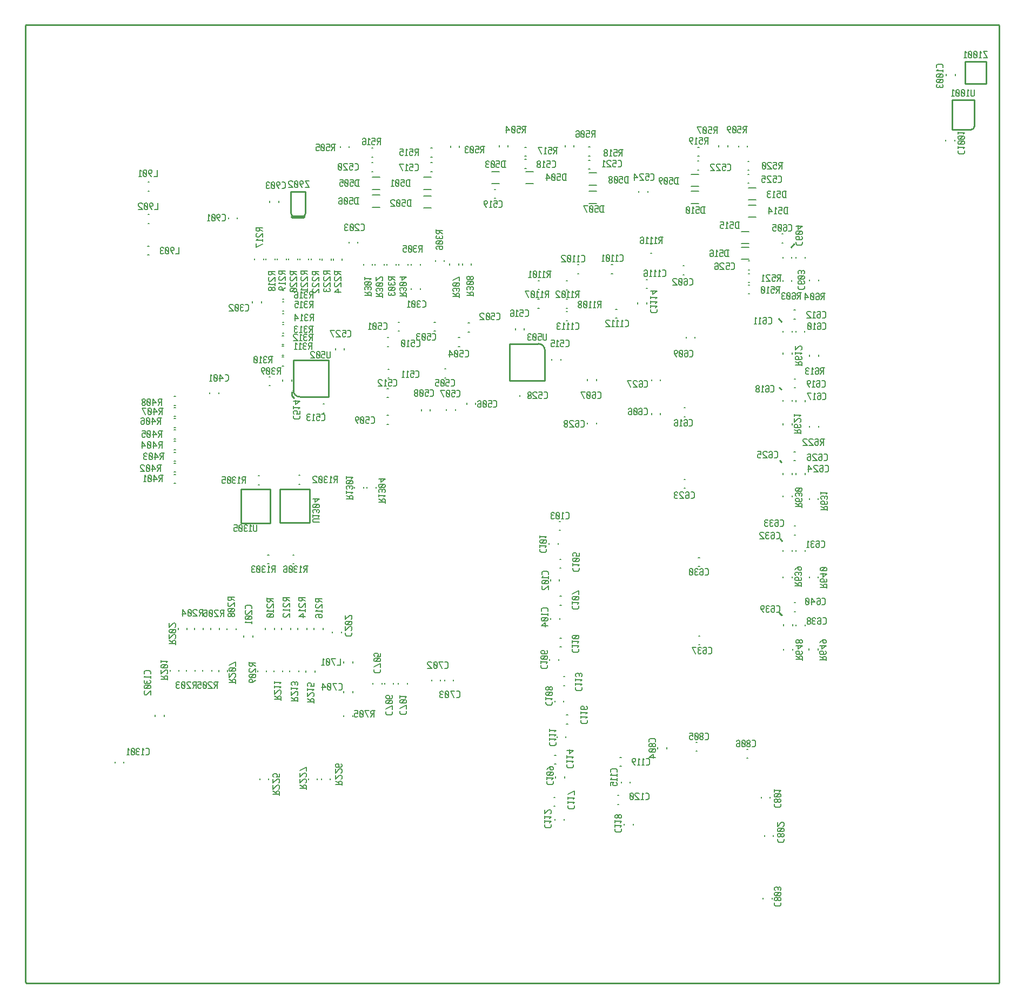
<source format=gbr>
G04 start of page 11 for group -4078 idx -4078 *
G04 Title: (unknown), bottomsilk *
G04 Creator: pcb 20140316 *
G04 CreationDate: Thu 01 Jun 2017 04:27:31 PM GMT UTC *
G04 For: sumit *
G04 Format: Gerber/RS-274X *
G04 PCB-Dimensions (mm): 381.00 381.00 *
G04 PCB-Coordinate-Origin: lower left *
%MOMM*%
%FSLAX43Y43*%
%LNBOTTOMSILK*%
%ADD168C,0.127*%
%ADD167C,0.508*%
%ADD166C,0.250*%
%ADD165C,0.203*%
%ADD164C,0.254*%
G54D164*X192943Y219707D02*Y369791D01*
X192824Y369910D01*
X40488D01*
X40389Y219781D02*X40564Y219606D01*
X192781D01*
X192783Y219608D01*
X192842Y219606D02*X192943Y219707D01*
X40488Y369910D02*X40348Y369771D01*
Y219822D01*
X40419Y219751D01*
X158521Y313030D02*X158826Y312725D01*
X158598Y301549D02*X158852Y301295D01*
X158674Y289255D02*X158953Y288976D01*
X160858Y335509D02*X160807D01*
X160350Y335051D01*
X158369Y323799D02*X158394D01*
X158826Y323367D01*
X158521Y277673D02*X158852Y277343D01*
X158877D01*
X82476Y311346D02*X82133Y311688D01*
Y312323D01*
G54D165*X164631Y329933D02*Y329734D01*
X163232Y329933D02*Y329734D01*
X159066Y329854D02*Y329654D01*
X160466Y329854D02*Y329654D01*
X160795Y323760D02*X160994D01*
X160795Y325159D02*X160994D01*
X160491Y321878D02*Y321678D01*
X159092Y321878D02*Y321678D01*
X161098Y321882D02*Y321682D01*
X162498Y321882D02*Y321682D01*
X159092Y318478D02*Y318278D01*
X160491Y318478D02*Y318278D01*
X164657Y318122D02*Y317923D01*
X163257Y318122D02*Y317923D01*
X164606Y283401D02*Y283201D01*
X163206Y283401D02*Y283201D01*
X160824Y312990D02*X161023D01*
X160824Y314390D02*X161023D01*
X161124Y311036D02*Y310836D01*
X162523Y311036D02*Y310836D01*
X160491Y311058D02*Y310858D01*
X159092Y311058D02*Y310858D01*
Y307378D02*Y307178D01*
X160491Y307378D02*Y307178D01*
X164631Y307023D02*Y306823D01*
X163232Y307023D02*Y306823D01*
X159117Y296075D02*Y295875D01*
X160517Y296075D02*Y295875D01*
X159117Y283375D02*Y283175D01*
X160517Y283375D02*Y283175D01*
X153374Y254880D02*X153574D01*
X153374Y256280D02*X153574D01*
X157585Y242834D02*Y242634D01*
X156186Y242834D02*Y242634D01*
X157357Y233010D02*Y232811D01*
X155958Y233010D02*Y232811D01*
X157060Y248822D02*Y248622D01*
X155661Y248822D02*Y248622D01*
G54D166*X189050Y358153D02*Y353953D01*
X185600Y358153D02*Y353453D01*
Y358153D02*X189050D01*
X185600Y353453D02*X188550D01*
G75*G03X189050Y353953I0J500D01*G01*
G54D164*X190881Y364157D02*Y360627D01*
X187630D02*X190881D01*
X187630Y364157D02*Y360627D01*
Y364157D02*X190881D01*
G54D165*X186008Y351883D02*Y351683D01*
X184608Y351883D02*Y351683D01*
X184685Y362147D02*Y361947D01*
X186084Y362147D02*Y361947D01*
X139452Y256580D02*Y256380D01*
X140852Y256580D02*Y256380D01*
X145418Y256005D02*X145617D01*
X145418Y257405D02*X145617D01*
X160593Y275882D02*Y275682D01*
X159193Y275882D02*Y275682D01*
X161124Y275857D02*Y275657D01*
X162523Y275857D02*Y275657D01*
X164581Y272072D02*Y271872D01*
X163181Y272072D02*Y271872D01*
X159193Y272021D02*Y271822D01*
X160593Y272021D02*Y271822D01*
X145812Y284949D02*X146012D01*
X145812Y286348D02*X146012D01*
X145863Y272655D02*X146063D01*
X145863Y274055D02*X146063D01*
X124010Y290608D02*X124210D01*
X124010Y292007D02*X124210D01*
X124271Y317495D02*Y317295D01*
X122871Y317495D02*Y317295D01*
X123829Y288617D02*Y288417D01*
X122429Y288617D02*Y288417D01*
X124103Y284712D02*X124303D01*
X124103Y286112D02*X124303D01*
X124042Y282904D02*Y282705D01*
X122643Y282904D02*Y282705D01*
X124131Y278909D02*X124330D01*
X124131Y280308D02*X124330D01*
X124083Y276846D02*Y276647D01*
X122683Y276846D02*Y276647D01*
X124154Y272343D02*X124353D01*
X124154Y273742D02*X124353D01*
X123908Y270433D02*Y270233D01*
X122508Y270433D02*Y270233D01*
X160835Y289902D02*X161034D01*
X160835Y291301D02*X161034D01*
X160517Y287541D02*Y287341D01*
X159117Y287541D02*Y287341D01*
X161124Y287352D02*Y287552D01*
X162523Y287352D02*Y287552D01*
X160824Y277887D02*X161023D01*
X160824Y279287D02*X161023D01*
X160798Y301560D02*X160998D01*
X160798Y302960D02*X160998D01*
X160517Y299406D02*Y299606D01*
X159117Y299406D02*Y299606D01*
X161124D02*Y299406D01*
X162523Y299606D02*Y299406D01*
X164606Y295643D02*Y295444D01*
X163206Y295643D02*Y295444D01*
X143425Y330694D02*X143624D01*
X143425Y332094D02*X143624D01*
X137623Y328538D02*X137823D01*
X137623Y329937D02*X137823D01*
X143892Y320979D02*Y320779D01*
X145292Y320979D02*Y320779D01*
X143577Y308444D02*X143777D01*
X143577Y309843D02*X143777D01*
X143577Y297242D02*X143777D01*
X143577Y298642D02*X143777D01*
X133168Y247633D02*X133368D01*
X133168Y249033D02*X133368D01*
X123181Y247367D02*X123381D01*
X123181Y248766D02*X123381D01*
X135609Y244606D02*Y244406D01*
X134210Y244606D02*Y244406D01*
X124771Y245376D02*Y245176D01*
X123372Y245376D02*Y245176D01*
X133538Y253630D02*X133738D01*
X133538Y255030D02*X133738D01*
X135124Y251230D02*Y251031D01*
X133725Y251230D02*Y251031D01*
X124704Y266285D02*X124904D01*
X124704Y267684D02*X124904D01*
X123293Y253958D02*X123492D01*
X123293Y255358D02*X123492D01*
X124835Y251997D02*Y251798D01*
X123435Y251997D02*Y251798D01*
X124728Y263882D02*Y263682D01*
X123328Y263882D02*Y263682D01*
X125169Y260267D02*X125368D01*
X125169Y261667D02*X125368D01*
X125073Y258297D02*Y258097D01*
X123674Y258297D02*Y258097D01*
X128687Y346669D02*X129887D01*
X128687Y344769D02*X129887D01*
X128687Y341899D02*X129887D01*
X128687Y343799D02*X129887D01*
X128638Y347280D02*X128838D01*
X128638Y348680D02*X128838D01*
X126328Y350990D02*Y350790D01*
X124929Y350990D02*Y350790D01*
X128613Y350737D02*X128813D01*
X128613Y349338D02*X128813D01*
X144661Y344566D02*X145861D01*
X144661Y346466D02*X145861D01*
X145707Y348527D02*X145907D01*
X145707Y347128D02*X145907D01*
X145736Y349312D02*X145936D01*
X145736Y350712D02*X145936D01*
X153581Y348502D02*X153781D01*
X153581Y347102D02*X153781D01*
X153581Y345070D02*X153781D01*
X153581Y346470D02*X153781D01*
X152116Y350936D02*Y350736D01*
X153516Y350936D02*Y350736D01*
X149033Y350990D02*Y350790D01*
X150433Y350990D02*Y350790D01*
X152563Y335600D02*X153763D01*
X152563Y337500D02*X153763D01*
X153656Y339715D02*X154855D01*
X153656Y341615D02*X154855D01*
X153628Y344333D02*X154827D01*
X153628Y342433D02*X154827D01*
X144661Y343799D02*X145861D01*
X144661Y341899D02*X145861D01*
X136514Y343849D02*Y343649D01*
X137913Y343849D02*Y343649D01*
X158915Y335723D02*X159115D01*
X158915Y337123D02*X159115D01*
X160466Y333489D02*Y333290D01*
X159066Y333489D02*Y333290D01*
X161120Y333489D02*Y333290D01*
X162520Y333489D02*Y333290D01*
X138334Y335505D02*X138534D01*
X138334Y334105D02*X138534D01*
X153635Y330900D02*X153835D01*
X153635Y329500D02*X153835D01*
X152538Y335036D02*X153738D01*
X152538Y333136D02*X153738D01*
X153657Y331456D02*X153857D01*
X153657Y332856D02*X153857D01*
X153657Y327697D02*X153857D01*
X153657Y329096D02*X153857D01*
X139866Y314262D02*Y314062D01*
X138467Y314262D02*Y314062D01*
Y308978D02*Y308779D01*
X139866Y308978D02*Y308779D01*
X129833Y307527D02*Y307327D01*
X128434Y307527D02*Y307327D01*
Y314338D02*Y314138D01*
X129833Y314338D02*Y314138D01*
X132851Y323892D02*X133050D01*
X132851Y325291D02*X133050D01*
X137739Y326360D02*Y326160D01*
X136339Y326360D02*Y326160D01*
X125125Y323511D02*X125325D01*
X125125Y324910D02*X125325D01*
X125138Y325454D02*X125338D01*
X125138Y326854D02*X125338D01*
X126898Y332261D02*X127098D01*
X126898Y330862D02*X127098D01*
X132193Y330897D02*X132392D01*
X132193Y332297D02*X132392D01*
X125139Y328350D02*X125339D01*
X125139Y329749D02*X125339D01*
X88962Y319135D02*Y318935D01*
X90362Y319135D02*Y318935D01*
X87011Y310453D02*X87211D01*
X87011Y309053D02*X87211D01*
X80717Y314230D02*Y314030D01*
X82117Y314230D02*Y314030D01*
X80626Y319475D02*X80825D01*
X80626Y318075D02*X80825D01*
X80624Y317809D02*X80824D01*
X80624Y316409D02*X80824D01*
G54D164*X83364Y311557D02*X87903D01*
X82364Y317337D02*X87903D01*
Y311557D02*Y317337D01*
X82364D02*Y312557D01*
G75*G03X83364Y311557I1000J0D01*G01*
G54D165*X80636Y321164D02*X80836D01*
X80636Y319764D02*X80836D01*
X78572Y314705D02*X78772D01*
X78572Y313305D02*X78772D01*
X119280Y311831D02*Y311631D01*
X117880Y311831D02*Y311631D01*
X117156Y322288D02*Y322088D01*
X118556Y322288D02*Y322088D01*
X120727Y328383D02*X120927D01*
X120727Y329782D02*X120927D01*
X120665Y325441D02*X120865D01*
X120665Y326841D02*X120865D01*
G54D164*X116224Y319884D02*X120763D01*
X116224Y314105D02*X121763D01*
X116224Y319884D02*Y314105D01*
X121763Y318884D02*Y314105D01*
Y318884D02*G75*G03X120763Y319884I-1000J0D01*G01*
G54D165*X100872Y328580D02*Y328380D01*
X102272Y328580D02*Y328380D01*
X98800Y323280D02*X99000D01*
X98800Y321880D02*X99000D01*
X97066Y320867D02*X97266D01*
X97066Y319467D02*X97266D01*
X97182Y315914D02*X97382D01*
X97182Y314514D02*X97382D01*
X106361Y309599D02*Y309399D01*
X107761Y309599D02*Y309399D01*
X110936Y310604D02*Y310404D01*
X109536Y310604D02*Y310404D01*
X106043Y314524D02*X106243D01*
X106043Y315924D02*X106243D01*
X108220Y319467D02*X108420D01*
X108220Y320867D02*X108420D01*
X109744Y323153D02*X109944D01*
X109744Y321753D02*X109944D01*
X104421Y323280D02*X104621D01*
X104421Y321880D02*X104621D01*
X97044Y312866D02*X97244D01*
X97044Y311466D02*X97244D01*
X97055Y307275D02*X97255D01*
X97055Y308675D02*X97255D01*
X102424Y309588D02*Y309388D01*
X103824Y309588D02*Y309388D01*
X64459Y268745D02*Y268545D01*
X63059Y268745D02*Y268545D01*
X72048Y268693D02*Y268493D01*
X70649Y268693D02*Y268493D01*
X69582Y268712D02*Y268512D01*
X68182Y268712D02*Y268512D01*
X67001Y268727D02*Y268527D01*
X65602Y268727D02*Y268527D01*
X69417Y275293D02*Y275094D01*
X70816Y275293D02*Y275094D01*
X66877Y275293D02*Y275094D01*
X68276Y275293D02*Y275094D01*
X64337Y275293D02*Y275094D01*
X65736Y275293D02*Y275094D01*
X78335Y286765D02*X78534D01*
X78335Y285365D02*X78534D01*
X82293D02*X82493D01*
X82293Y286765D02*X82493D01*
X88508Y274756D02*Y274556D01*
X89907Y274756D02*Y274556D01*
X85630Y275303D02*Y275104D01*
X87029Y275303D02*Y275104D01*
X83090Y275303D02*Y275104D01*
X84489Y275303D02*Y275104D01*
X80550Y275303D02*Y275104D01*
X81949Y275303D02*Y275104D01*
X78010Y275303D02*Y275104D01*
X79409Y275303D02*Y275104D01*
X74624Y274121D02*Y273921D01*
X76023Y274121D02*Y273921D01*
X71972Y275277D02*Y275077D01*
X73372Y275277D02*Y275077D01*
X98050Y266674D02*Y266474D01*
X96651Y266674D02*Y266474D01*
X96227Y266682D02*Y266483D01*
X94827Y266682D02*Y266483D01*
X100232Y266680D02*Y266480D01*
X98833Y266680D02*Y266480D01*
X105442Y267218D02*Y267018D01*
X104042Y267218D02*Y267018D01*
X107443Y267211D02*Y267011D01*
X106044Y267211D02*Y267011D01*
X63684Y299754D02*X63884D01*
X63684Y301154D02*X63884D01*
X63702Y298002D02*X63901D01*
X63702Y299401D02*X63901D01*
G54D164*X84910Y297078D02*Y291821D01*
X80261D02*X84910D01*
X80261Y297078D02*Y291821D01*
Y297078D02*X84910D01*
X78768Y297043D02*Y291785D01*
X74120D02*X78768D01*
X74120Y297043D02*Y291785D01*
Y297043D02*X78768D01*
G54D165*X83225Y297844D02*X83425D01*
X83225Y299244D02*X83425D01*
X76866Y297763D02*X77066D01*
X76866Y299162D02*X77066D01*
X91980Y297447D02*Y297247D01*
X93379Y297447D02*Y297247D01*
X93892Y297426D02*Y297227D01*
X95292Y297426D02*Y297227D01*
X91688Y265402D02*Y265202D01*
X90288Y265402D02*Y265202D01*
X86117Y251736D02*Y251536D01*
X84718Y251736D02*Y251536D01*
X88152Y251734D02*Y251535D01*
X86752Y251734D02*Y251535D01*
X78513Y251731D02*Y251531D01*
X77113Y251731D02*Y251531D01*
X90268Y270038D02*Y269838D01*
X91667Y270038D02*Y269838D01*
X91680Y261620D02*Y261420D01*
X90280Y261620D02*Y261420D01*
X83222Y268620D02*Y268421D01*
X81822Y268620D02*Y268421D01*
X62137Y261655D02*Y261455D01*
X60738Y261655D02*Y261455D01*
X54431Y254364D02*Y254164D01*
X55830Y254364D02*Y254164D01*
X85731Y268605D02*Y268405D01*
X84332Y268605D02*Y268405D01*
X80696Y268668D02*Y268468D01*
X79296Y268668D02*Y268468D01*
X78160Y268669D02*Y268469D01*
X76760Y268669D02*Y268469D01*
X91073Y335864D02*Y335665D01*
X92473Y335864D02*Y335665D01*
X80075Y342249D02*Y342049D01*
X78675Y342249D02*Y342049D01*
G54D167*X82169Y339776D02*X83947D01*
G54D164*X82169D02*X81915Y340411D01*
Y343738D02*Y340411D01*
Y343738D02*X84201D01*
Y340411D01*
X83947Y339776D01*
G54D165*X83011Y333245D02*Y333046D01*
X81611Y333245D02*Y333046D01*
X81258Y333253D02*Y333053D01*
X79859Y333253D02*Y333053D01*
X79465Y333271D02*Y333071D01*
X78066Y333271D02*Y333071D01*
X84782Y333251D02*Y333051D01*
X83383Y333251D02*Y333051D01*
X90006Y333200D02*Y333000D01*
X88607Y333200D02*Y333000D01*
X88261Y333197D02*Y332998D01*
X86862Y333197D02*Y332998D01*
X86559Y333233D02*Y333033D01*
X85160Y333233D02*Y333033D01*
X80676Y328258D02*X80876D01*
X80676Y326859D02*X80876D01*
X80676Y326447D02*X80876D01*
X80676Y325048D02*X80876D01*
X80656Y324616D02*X80856D01*
X80656Y323216D02*X80856D01*
X80642Y322909D02*X80842D01*
X80642Y321509D02*X80842D01*
X113877Y342703D02*X114077D01*
X113877Y344103D02*X114077D01*
X113446Y346898D02*X114646D01*
X113446Y344998D02*X114646D01*
X118780Y346898D02*X119980D01*
X118780Y344998D02*X119980D01*
X106996Y350885D02*Y350685D01*
X108396Y350885D02*Y350685D01*
X118645Y350712D02*X118845D01*
X118645Y349312D02*X118845D01*
X118645Y347407D02*X118845D01*
X118645Y348807D02*X118845D01*
X116016Y350990D02*Y350790D01*
X114616Y350990D02*Y350790D01*
X94642Y346899D02*X94842D01*
X94642Y348299D02*X94842D01*
X94653Y350585D02*X94853D01*
X94653Y349185D02*X94853D01*
X94726Y346009D02*X95926D01*
X94726Y344109D02*X95926D01*
X94753Y341290D02*X95953D01*
X94753Y343190D02*X95953D01*
X96595Y332374D02*Y332175D01*
X95195Y332374D02*Y332175D01*
X94759Y332397D02*Y332197D01*
X93359Y332397D02*Y332197D01*
X102778Y343088D02*X103978D01*
X102778Y341188D02*X103978D01*
X102778Y344109D02*X103978D01*
X102778Y346009D02*X103978D01*
X103902Y348299D02*X104102D01*
X103902Y346899D02*X104102D01*
X103902Y349185D02*X104102D01*
X103902Y350585D02*X104102D01*
X89724Y350863D02*Y350663D01*
X91124Y350863D02*Y350663D01*
X110235Y332432D02*Y332232D01*
X108835Y332432D02*Y332232D01*
X108281Y332432D02*Y332232D01*
X106882Y332432D02*Y332232D01*
X106026Y333006D02*Y332806D01*
X104626Y333006D02*Y332806D01*
X100303Y332387D02*Y332187D01*
X98904Y332387D02*Y332187D01*
X98442Y332409D02*Y332209D01*
X97042Y332409D02*Y332209D01*
X102264Y332377D02*Y332177D01*
X100865Y332377D02*Y332177D01*
X59601Y343851D02*X59801D01*
X59601Y345251D02*X59801D01*
X59557Y338771D02*X59757D01*
X59557Y340171D02*X59757D01*
X59533Y333818D02*X59733D01*
X59533Y335218D02*X59733D01*
X77360Y326511D02*Y326311D01*
X75960Y326511D02*Y326311D01*
X73598Y339676D02*Y339476D01*
X72198Y339676D02*Y339476D01*
X77682Y333268D02*Y333069D01*
X76283Y333268D02*Y333069D01*
X69282Y312245D02*Y312045D01*
X70682Y312245D02*Y312045D01*
X63702Y310219D02*X63901D01*
X63702Y311619D02*X63901D01*
X63686Y308497D02*X63886D01*
X63686Y309897D02*X63886D01*
X63685Y306737D02*X63885D01*
X63685Y308136D02*X63885D01*
X63683Y304994D02*X63883D01*
X63683Y306394D02*X63883D01*
X63700Y303226D02*X63900D01*
X63700Y304626D02*X63900D01*
X63701Y301474D02*X63900D01*
X63701Y302873D02*X63900D01*
G54D168*X189024Y358836D02*Y359725D01*
Y358836D02*X188897Y358709D01*
X188643D02*X188897D01*
X188643D02*X188516Y358836D01*
Y359725D01*
X188211Y359522D02*X188008Y359725D01*
Y358709D02*Y359725D01*
X187830Y358709D02*X188211D01*
X187526Y358836D02*X187399Y358709D01*
X187526Y358836D02*Y359598D01*
X187399Y359725D01*
X187145D02*X187399D01*
X187145D02*X187018Y359598D01*
Y358836D02*Y359598D01*
X187145Y358709D02*X187018Y358836D01*
X187145Y358709D02*X187399D01*
X187526Y358963D02*X187018Y359471D01*
X186713Y358836D02*X186586Y358709D01*
X186713Y358836D02*Y359598D01*
X186586Y359725D01*
X186332D02*X186586D01*
X186332D02*X186205Y359598D01*
Y358836D02*Y359598D01*
X186332Y358709D02*X186205Y358836D01*
X186332Y358709D02*X186586D01*
X186713Y358963D02*X186205Y359471D01*
X185900Y359522D02*X185697Y359725D01*
Y358709D02*Y359725D01*
X185519Y358709D02*X185900D01*
X186512Y349841D02*Y350171D01*
X186690Y349663D02*X186512Y349841D01*
X186690Y349663D02*X187350D01*
X187528Y349841D01*
Y350171D01*
X187325Y350476D02*X187528Y350679D01*
X186512D02*X187528D01*
X186512Y350476D02*Y350857D01*
X186639Y351162D02*X186512Y351289D01*
X186639Y351162D02*X187401D01*
X187528Y351289D01*
Y351543D01*
X187401Y351670D01*
X186639D02*X187401D01*
X186512Y351543D02*X186639Y351670D01*
X186512Y351289D02*Y351543D01*
X186766Y351162D02*X187274Y351670D01*
X186639Y351974D02*X186512Y352101D01*
X186639Y351974D02*X187401D01*
X187528Y352101D01*
Y352355D01*
X187401Y352482D01*
X186639D02*X187401D01*
X186512Y352355D02*X186639Y352482D01*
X186512Y352101D02*Y352355D01*
X186766Y351974D02*X187274Y352482D01*
X187325Y352787D02*X187528Y352990D01*
X186512D02*X187528D01*
X186512Y352787D02*Y353168D01*
X190462Y365722D02*X191097D01*
Y364706D02*X190462Y365722D01*
Y364706D02*X191097D01*
X190157Y365519D02*X189954Y365722D01*
Y364706D02*Y365722D01*
X189776Y364706D02*X190157D01*
X189471Y364833D02*X189344Y364706D01*
X189471Y364833D02*Y365595D01*
X189344Y365722D01*
X189090D02*X189344D01*
X189090D02*X188963Y365595D01*
Y364833D02*Y365595D01*
X189090Y364706D02*X188963Y364833D01*
X189090Y364706D02*X189344D01*
X189471Y364960D02*X188963Y365468D01*
X188658Y364833D02*X188531Y364706D01*
X188658Y364833D02*Y365595D01*
X188531Y365722D01*
X188277D02*X188531D01*
X188277D02*X188150Y365595D01*
Y364833D02*Y365595D01*
X188277Y364706D02*X188150Y364833D01*
X188277Y364706D02*X188531D01*
X188658Y364960D02*X188150Y365468D01*
X187846Y365519D02*X187642Y365722D01*
Y364706D02*Y365722D01*
X187465Y364706D02*X187846D01*
X184170Y363172D02*Y363502D01*
X183993Y363680D02*X184170Y363502D01*
X183332Y363680D02*X183993D01*
X183332D02*X183154Y363502D01*
Y363172D02*Y363502D01*
X183358Y362867D02*X183154Y362664D01*
X184170D01*
Y362486D02*Y362867D01*
X184043Y362181D02*X184170Y362054D01*
X183281Y362181D02*X184043D01*
X183281D02*X183154Y362054D01*
Y361800D02*Y362054D01*
Y361800D02*X183281Y361673D01*
X184043D01*
X184170Y361800D02*X184043Y361673D01*
X184170Y361800D02*Y362054D01*
X183916Y362181D02*X183408Y361673D01*
X184043Y361368D02*X184170Y361241D01*
X183281Y361368D02*X184043D01*
X183281D02*X183154Y361241D01*
Y360987D02*Y361241D01*
Y360987D02*X183281Y360860D01*
X184043D01*
X184170Y360987D02*X184043Y360860D01*
X184170Y360987D02*Y361241D01*
X183916Y361368D02*X183408Y360860D01*
X183281Y360556D02*X183154Y360429D01*
Y360175D02*Y360429D01*
Y360175D02*X183281Y360048D01*
X184170Y360175D02*X184043Y360048D01*
X184170Y360175D02*Y360429D01*
X184043Y360556D02*X184170Y360429D01*
X183612Y360175D02*Y360429D01*
X183281Y360048D02*X183485D01*
X183739D02*X184043D01*
X183739D02*X183612Y360175D01*
X183485Y360048D02*X183612Y360175D01*
X150392Y347045D02*X150722D01*
X150900Y347223D02*X150722Y347045D01*
X150900Y347223D02*Y347883D01*
X150722Y348061D01*
X150392D02*X150722D01*
X149579D02*X150087D01*
Y347553D02*Y348061D01*
Y347553D02*X149960Y347680D01*
X149706D02*X149960D01*
X149706D02*X149579Y347553D01*
Y347172D02*Y347553D01*
X149706Y347045D02*X149579Y347172D01*
X149706Y347045D02*X149960D01*
X150087Y347172D02*X149960Y347045D01*
X149275Y347934D02*X149148Y348061D01*
X148767D02*X149148D01*
X148767D02*X148640Y347934D01*
Y347680D02*Y347934D01*
X149275Y347045D02*X148640Y347680D01*
Y347045D02*X149275D01*
X148335Y347934D02*X148208Y348061D01*
X147827D02*X148208D01*
X147827D02*X147700Y347934D01*
Y347680D02*Y347934D01*
X148335Y347045D02*X147700Y347680D01*
Y347045D02*X148335D01*
X148338Y353860D02*X148846D01*
X148338D02*X148211Y353733D01*
Y353479D02*Y353733D01*
X148338Y353352D02*X148211Y353479D01*
X148338Y353352D02*X148719D01*
Y352844D02*Y353860D01*
X148516Y353352D02*X148211Y352844D01*
X147398Y353860D02*X147906D01*
Y353352D02*Y353860D01*
Y353352D02*X147779Y353479D01*
X147525D02*X147779D01*
X147525D02*X147398Y353352D01*
Y352971D02*Y353352D01*
X147525Y352844D02*X147398Y352971D01*
X147525Y352844D02*X147779D01*
X147906Y352971D02*X147779Y352844D01*
X147093Y352971D02*X146966Y352844D01*
X147093Y352971D02*Y353733D01*
X146966Y353860D01*
X146712D02*X146966D01*
X146712D02*X146585Y353733D01*
Y352971D02*Y353733D01*
X146712Y352844D02*X146585Y352971D01*
X146712Y352844D02*X146966D01*
X147093Y353098D02*X146585Y353606D01*
X146153Y352844D02*X145645Y353860D01*
X146280D01*
X146898Y352209D02*X147406D01*
X146898D02*X146771Y352082D01*
Y351828D02*Y352082D01*
X146898Y351701D02*X146771Y351828D01*
X146898Y351701D02*X147279D01*
Y351193D02*Y352209D01*
X147076Y351701D02*X146771Y351193D01*
X145959Y352209D02*X146467D01*
Y351701D02*Y352209D01*
Y351701D02*X146340Y351828D01*
X146086D02*X146340D01*
X146086D02*X145959Y351701D01*
Y351320D02*Y351701D01*
X146086Y351193D02*X145959Y351320D01*
X146086Y351193D02*X146340D01*
X146467Y351320D02*X146340Y351193D01*
X145654Y352006D02*X145451Y352209D01*
Y351193D02*Y352209D01*
X145273Y351193D02*X145654D01*
X144841D02*X144460Y351701D01*
Y352082D01*
X144587Y352209D02*X144460Y352082D01*
X144587Y352209D02*X144841D01*
X144968Y352082D02*X144841Y352209D01*
X144968Y351828D02*Y352082D01*
Y351828D02*X144841Y351701D01*
X144460D02*X144841D01*
X158535Y348323D02*X159043D01*
X158535D02*X158408Y348196D01*
Y347942D02*Y348196D01*
X158535Y347815D02*X158408Y347942D01*
X158535Y347815D02*X158916D01*
Y347307D02*Y348323D01*
X158713Y347815D02*X158408Y347307D01*
X157596Y348323D02*X158104D01*
Y347815D02*Y348323D01*
Y347815D02*X157977Y347942D01*
X157723D02*X157977D01*
X157723D02*X157596Y347815D01*
Y347434D02*Y347815D01*
X157723Y347307D02*X157596Y347434D01*
X157723Y347307D02*X157977D01*
X158104Y347434D02*X157977Y347307D01*
X157291Y348196D02*X157164Y348323D01*
X156783D02*X157164D01*
X156783D02*X156656Y348196D01*
Y347942D02*Y348196D01*
X157291Y347307D02*X156656Y347942D01*
Y347307D02*X157291D01*
X156351Y347434D02*X156224Y347307D01*
X156351Y347434D02*Y348196D01*
X156224Y348323D01*
X155970D02*X156224D01*
X155970D02*X155843Y348196D01*
Y347434D02*Y348196D01*
X155970Y347307D02*X155843Y347434D01*
X155970Y347307D02*X156224D01*
X156351Y347561D02*X155843Y348069D01*
X159473Y342836D02*Y343852D01*
X159142D02*X158965Y343675D01*
Y343014D02*Y343675D01*
X159142Y342836D02*X158965Y343014D01*
X159142Y342836D02*X159600D01*
X159142Y343852D02*X159600D01*
X158152D02*X158660D01*
Y343344D02*Y343852D01*
Y343344D02*X158533Y343472D01*
X158279D02*X158533D01*
X158279D02*X158152Y343344D01*
Y342964D02*Y343344D01*
X158279Y342836D02*X158152Y342964D01*
X158279Y342836D02*X158533D01*
X158660Y342964D02*X158533Y342836D01*
X157847Y343649D02*X157644Y343852D01*
Y342836D02*Y343852D01*
X157466Y342836D02*X157847D01*
X157161Y343726D02*X157034Y343852D01*
X156780D02*X157034D01*
X156780D02*X156653Y343726D01*
X156780Y342836D02*X156653Y342964D01*
X156780Y342836D02*X157034D01*
X157161Y342964D02*X157034Y342836D01*
X156780Y343395D02*X157034D01*
X156653Y343522D02*Y343726D01*
Y342964D02*Y343268D01*
X156780Y343395D01*
X156653Y343522D02*X156780Y343395D01*
X158344Y345199D02*X158675D01*
X158852Y345376D02*X158675Y345199D01*
X158852Y345376D02*Y346037D01*
X158675Y346215D01*
X158344D02*X158675D01*
X157532D02*X158040D01*
Y345707D02*Y346215D01*
Y345707D02*X157913Y345834D01*
X157659D02*X157913D01*
X157659D02*X157532Y345707D01*
Y345326D02*Y345707D01*
X157659Y345199D02*X157532Y345326D01*
X157659Y345199D02*X157913D01*
X158040Y345326D02*X157913Y345199D01*
X157227Y346088D02*X157100Y346215D01*
X156719D02*X157100D01*
X156719D02*X156592Y346088D01*
Y345834D02*Y346088D01*
X157227Y345199D02*X156592Y345834D01*
Y345199D02*X157227D01*
X155779Y346215D02*X156287D01*
Y345707D02*Y346215D01*
Y345707D02*X156160Y345834D01*
X155906D02*X156160D01*
X155906D02*X155779Y345707D01*
Y345326D02*Y345707D01*
X155906Y345199D02*X155779Y345326D01*
X155906Y345199D02*X156160D01*
X156287Y345326D02*X156160Y345199D01*
X146747Y340314D02*Y341330D01*
X146417D02*X146239Y341152D01*
Y340492D02*Y341152D01*
X146417Y340314D02*X146239Y340492D01*
X146417Y340314D02*X146874D01*
X146417Y341330D02*X146874D01*
X145426D02*X145934D01*
Y340822D02*Y341330D01*
Y340822D02*X145807Y340949D01*
X145553D02*X145807D01*
X145553D02*X145426Y340822D01*
Y340441D02*Y340822D01*
X145553Y340314D02*X145426Y340441D01*
X145553Y340314D02*X145807D01*
X145934Y340441D02*X145807Y340314D01*
X145122Y341127D02*X144918Y341330D01*
Y340314D02*Y341330D01*
X144741Y340314D02*X145122D01*
X144436Y340441D02*X144309Y340314D01*
X144436Y340441D02*Y341203D01*
X144309Y341330D01*
X144055D02*X144309D01*
X144055D02*X143928Y341203D01*
Y340441D02*Y341203D01*
X144055Y340314D02*X143928Y340441D01*
X144055Y340314D02*X144309D01*
X144436Y340568D02*X143928Y341076D01*
X142607Y344919D02*Y345935D01*
X142277D02*X142099Y345758D01*
Y345097D02*Y345758D01*
X142277Y344919D02*X142099Y345097D01*
X142277Y344919D02*X142734D01*
X142277Y345935D02*X142734D01*
X141286D02*X141794D01*
Y345427D02*Y345935D01*
Y345427D02*X141667Y345554D01*
X141413D02*X141667D01*
X141413D02*X141286Y345427D01*
Y345046D02*Y345427D01*
X141413Y344919D02*X141286Y345046D01*
X141413Y344919D02*X141667D01*
X141794Y345046D02*X141667Y344919D01*
X140981Y345046D02*X140854Y344919D01*
X140981Y345046D02*Y345808D01*
X140854Y345935D01*
X140600D02*X140854D01*
X140600D02*X140473Y345808D01*
Y345046D02*Y345808D01*
X140600Y344919D02*X140473Y345046D01*
X140600Y344919D02*X140854D01*
X140981Y345173D02*X140473Y345681D01*
X140042Y344919D02*X139661Y345427D01*
Y345808D01*
X139788Y345935D02*X139661Y345808D01*
X139788Y345935D02*X140042D01*
X140169Y345808D02*X140042Y345935D01*
X140169Y345554D02*Y345808D01*
Y345554D02*X140042Y345427D01*
X139661D02*X140042D01*
X152107Y337960D02*Y338976D01*
X151776D02*X151599Y338798D01*
Y338138D02*Y338798D01*
X151776Y337960D02*X151599Y338138D01*
X151776Y337960D02*X152234D01*
X151776Y338976D02*X152234D01*
X150786D02*X151294D01*
Y338468D02*Y338976D01*
Y338468D02*X151167Y338595D01*
X150913D02*X151167D01*
X150913D02*X150786Y338468D01*
Y338087D02*Y338468D01*
X150913Y337960D02*X150786Y338087D01*
X150913Y337960D02*X151167D01*
X151294Y338087D02*X151167Y337960D01*
X150481Y338772D02*X150278Y338976D01*
Y337960D02*Y338976D01*
X150100Y337960D02*X150481D01*
X149287Y338976D02*X149795D01*
Y338468D02*Y338976D01*
Y338468D02*X149668Y338595D01*
X149414D02*X149668D01*
X149414D02*X149287Y338468D01*
Y338087D02*Y338468D01*
X149414Y337960D02*X149287Y338087D01*
X149414Y337960D02*X149668D01*
X149795Y338087D02*X149668Y337960D01*
X159727Y340220D02*Y341236D01*
X159396D02*X159219Y341058D01*
Y340398D02*Y341058D01*
X159396Y340220D02*X159219Y340398D01*
X159396Y340220D02*X159854D01*
X159396Y341236D02*X159854D01*
X158406D02*X158914D01*
Y340728D02*Y341236D01*
Y340728D02*X158787Y340855D01*
X158533D02*X158787D01*
X158533D02*X158406Y340728D01*
Y340347D02*Y340728D01*
X158533Y340220D02*X158406Y340347D01*
X158533Y340220D02*X158787D01*
X158914Y340347D02*X158787Y340220D01*
X158101Y341033D02*X157898Y341236D01*
Y340220D02*Y341236D01*
X157720Y340220D02*X158101D01*
X157415Y340601D02*X156907Y341236D01*
X156780Y340601D02*X157415D01*
X156907Y340220D02*Y341236D01*
X159949Y337553D02*X160279D01*
X160457Y337731D02*X160279Y337553D01*
X160457Y337731D02*Y338392D01*
X160279Y338569D01*
X159949D02*X160279D01*
X159263D02*X159136Y338442D01*
X159263Y338569D02*X159517D01*
X159644Y338442D02*X159517Y338569D01*
X159644Y337680D02*Y338442D01*
Y337680D02*X159517Y337553D01*
X159263Y338112D02*X159136Y337985D01*
X159263Y338112D02*X159644D01*
X159263Y337553D02*X159517D01*
X159263D02*X159136Y337680D01*
Y337985D01*
X158831Y337680D02*X158704Y337553D01*
X158831Y337680D02*Y338442D01*
X158704Y338569D01*
X158450D02*X158704D01*
X158450D02*X158323Y338442D01*
Y337680D02*Y338442D01*
X158450Y337553D02*X158323Y337680D01*
X158450Y337553D02*X158704D01*
X158831Y337807D02*X158323Y338315D01*
X157511Y338569D02*X158019D01*
Y338061D02*Y338569D01*
Y338061D02*X157892Y338188D01*
X157638D02*X157892D01*
X157638D02*X157511Y338061D01*
Y337680D02*Y338061D01*
X157638Y337553D02*X157511Y337680D01*
X157638Y337553D02*X157892D01*
X158019Y337680D02*X157892Y337553D01*
X161100Y335561D02*Y335891D01*
X161277Y335383D02*X161100Y335561D01*
X161277Y335383D02*X161938D01*
X162116Y335561D01*
Y335891D01*
Y336577D02*X161988Y336704D01*
X162116Y336323D02*Y336577D01*
X161988Y336196D02*X162116Y336323D01*
X161226Y336196D02*X161988D01*
X161226D02*X161100Y336323D01*
X161658Y336577D02*X161531Y336704D01*
X161658Y336196D02*Y336577D01*
X161100Y336323D02*Y336577D01*
X161226Y336704D01*
X161531D01*
X161226Y337009D02*X161100Y337136D01*
X161226Y337009D02*X161988D01*
X162116Y337136D01*
Y337390D01*
X161988Y337517D01*
X161226D02*X161988D01*
X161100Y337390D02*X161226Y337517D01*
X161100Y337136D02*Y337390D01*
X161354Y337009D02*X161862Y337517D01*
X161480Y337822D02*X162116Y338330D01*
X161480Y337822D02*Y338457D01*
X161100Y338330D02*X162116D01*
X158307Y330721D02*X158815D01*
X158307D02*X158180Y330594D01*
Y330340D02*Y330594D01*
X158307Y330213D02*X158180Y330340D01*
X158307Y330213D02*X158688D01*
Y329705D02*Y330721D01*
X158484Y330213D02*X158180Y329705D01*
X157367Y330721D02*X157875D01*
Y330213D02*Y330721D01*
Y330213D02*X157748Y330340D01*
X157494D02*X157748D01*
X157494D02*X157367Y330213D01*
Y329832D02*Y330213D01*
X157494Y329705D02*X157367Y329832D01*
X157494Y329705D02*X157748D01*
X157875Y329832D02*X157748Y329705D01*
X157062Y330594D02*X156935Y330721D01*
X156554D02*X156935D01*
X156554D02*X156427Y330594D01*
Y330340D02*Y330594D01*
X157062Y329705D02*X156427Y330340D01*
Y329705D02*X157062D01*
X156122Y330518D02*X155919Y330721D01*
Y329705D02*Y330721D01*
X155741Y329705D02*X156122D01*
X150458Y333540D02*Y334556D01*
X150128D02*X149950Y334378D01*
Y333718D02*Y334378D01*
X150128Y333540D02*X149950Y333718D01*
X150128Y333540D02*X150585D01*
X150128Y334556D02*X150585D01*
X149137D02*X149645D01*
Y334048D02*Y334556D01*
Y334048D02*X149518Y334175D01*
X149264D02*X149518D01*
X149264D02*X149137Y334048D01*
Y333667D02*Y334048D01*
X149264Y333540D02*X149137Y333667D01*
X149264Y333540D02*X149518D01*
X149645Y333667D02*X149518Y333540D01*
X148833Y334353D02*X148629Y334556D01*
Y333540D02*Y334556D01*
X148452Y333540D02*X148833D01*
X147766Y334556D02*X147639Y334429D01*
X147766Y334556D02*X148020D01*
X148147Y334429D02*X148020Y334556D01*
X148147Y333667D02*Y334429D01*
Y333667D02*X148020Y333540D01*
X147766Y334099D02*X147639Y333972D01*
X147766Y334099D02*X148147D01*
X147766Y333540D02*X148020D01*
X147766D02*X147639Y333667D01*
Y333972D01*
X150967Y331508D02*X151297D01*
X151475Y331686D02*X151297Y331508D01*
X151475Y331686D02*Y332346D01*
X151297Y332524D01*
X150967D02*X151297D01*
X150154D02*X150662D01*
Y332016D02*Y332524D01*
Y332016D02*X150535Y332143D01*
X150281D02*X150535D01*
X150281D02*X150154Y332016D01*
Y331635D02*Y332016D01*
X150281Y331508D02*X150154Y331635D01*
X150281Y331508D02*X150535D01*
X150662Y331635D02*X150535Y331508D01*
X149849Y332397D02*X149722Y332524D01*
X149341D02*X149722D01*
X149341D02*X149214Y332397D01*
Y332143D02*Y332397D01*
X149849Y331508D02*X149214Y332143D01*
Y331508D02*X149849D01*
X148529Y332524D02*X148402Y332397D01*
X148529Y332524D02*X148783D01*
X148910Y332397D02*X148783Y332524D01*
X148910Y331635D02*Y332397D01*
Y331635D02*X148783Y331508D01*
X148529Y332067D02*X148402Y331940D01*
X148529Y332067D02*X148910D01*
X148529Y331508D02*X148783D01*
X148529D02*X148402Y331635D01*
Y331940D01*
X158130Y328866D02*X158638D01*
X158130D02*X158003Y328740D01*
Y328486D02*Y328740D01*
X158130Y328358D02*X158003Y328486D01*
X158130Y328358D02*X158511D01*
Y327850D02*Y328866D01*
X158308Y328358D02*X158003Y327850D01*
X157190Y328866D02*X157698D01*
Y328358D02*Y328866D01*
Y328358D02*X157571Y328486D01*
X157317D02*X157571D01*
X157317D02*X157190Y328358D01*
Y327978D02*Y328358D01*
X157317Y327850D02*X157190Y327978D01*
X157317Y327850D02*X157571D01*
X157698Y327978D02*X157571Y327850D01*
X156885Y328663D02*X156682Y328866D01*
Y327850D02*Y328866D01*
X156504Y327850D02*X156885D01*
X156199Y327978D02*X156072Y327850D01*
X156199Y327978D02*Y328740D01*
X156072Y328866D01*
X155818D02*X156072D01*
X155818D02*X155691Y328740D01*
Y327978D02*Y328740D01*
X155818Y327850D02*X155691Y327978D01*
X155818Y327850D02*X156072D01*
X156199Y328104D02*X155691Y328612D01*
X161412Y328576D02*Y328906D01*
X161589Y328398D02*X161412Y328576D01*
X161589Y328398D02*X162250D01*
X162428Y328576D01*
Y328906D01*
Y329592D02*X162300Y329719D01*
X162428Y329338D02*Y329592D01*
X162300Y329211D02*X162428Y329338D01*
X161538Y329211D02*X162300D01*
X161538D02*X161412Y329338D01*
X161970Y329592D02*X161843Y329719D01*
X161970Y329211D02*Y329592D01*
X161412Y329338D02*Y329592D01*
X161538Y329719D01*
X161843D01*
X161538Y330024D02*X161412Y330151D01*
X161538Y330024D02*X162300D01*
X162428Y330151D01*
Y330405D01*
X162300Y330532D01*
X161538D02*X162300D01*
X161412Y330405D02*X161538Y330532D01*
X161412Y330151D02*Y330405D01*
X161666Y330024D02*X162174Y330532D01*
X162300Y330837D02*X162428Y330964D01*
Y331218D01*
X162300Y331345D01*
X161412Y331218D02*X161538Y331345D01*
X161412Y330964D02*Y331218D01*
X161538Y330837D02*X161412Y330964D01*
X161970D02*Y331218D01*
X162097Y331345D02*X162300D01*
X161538D02*X161843D01*
X161970Y331218D01*
X162097Y331345D02*X161970Y331218D01*
X161444Y327872D02*X161952D01*
X161444D02*X161317Y327745D01*
Y327491D02*Y327745D01*
X161444Y327364D02*X161317Y327491D01*
X161444Y327364D02*X161825D01*
Y326856D02*Y327872D01*
X161622Y327364D02*X161317Y326856D01*
X160631Y327872D02*X160504Y327745D01*
X160631Y327872D02*X160885D01*
X161012Y327745D02*X160885Y327872D01*
X161012Y326983D02*Y327745D01*
Y326983D02*X160885Y326856D01*
X160631Y327415D02*X160504Y327288D01*
X160631Y327415D02*X161012D01*
X160631Y326856D02*X160885D01*
X160631D02*X160504Y326983D01*
Y327288D01*
X160200Y326983D02*X160073Y326856D01*
X160200Y326983D02*Y327745D01*
X160073Y327872D01*
X159819D02*X160073D01*
X159819D02*X159692Y327745D01*
Y326983D02*Y327745D01*
X159819Y326856D02*X159692Y326983D01*
X159819Y326856D02*X160073D01*
X160200Y327110D02*X159692Y327618D01*
X159387Y327745D02*X159260Y327872D01*
X159006D02*X159260D01*
X159006D02*X158879Y327745D01*
X159006Y326856D02*X158879Y326983D01*
X159006Y326856D02*X159260D01*
X159387Y326983D02*X159260Y326856D01*
X159006Y327415D02*X159260D01*
X158879Y327542D02*Y327745D01*
Y326983D02*Y327288D01*
X159006Y327415D01*
X158879Y327542D02*X159006Y327415D01*
X144475Y317858D02*X144806D01*
X144983Y318036D02*X144806Y317858D01*
X144983Y318036D02*Y318696D01*
X144806Y318874D01*
X144475D02*X144806D01*
X143790D02*X143663Y318747D01*
X143790Y318874D02*X144044D01*
X144171Y318747D02*X144044Y318874D01*
X144171Y317985D02*Y318747D01*
Y317985D02*X144044Y317858D01*
X143790Y318417D02*X143663Y318290D01*
X143790Y318417D02*X144171D01*
X143790Y317858D02*X144044D01*
X143790D02*X143663Y317985D01*
Y318290D01*
X143358Y317985D02*X143231Y317858D01*
X143358Y317985D02*Y318747D01*
X143231Y318874D01*
X142977D02*X143231D01*
X142977D02*X142850Y318747D01*
Y317985D02*Y318747D01*
X142977Y317858D02*X142850Y317985D01*
X142977Y317858D02*X143231D01*
X143358Y318112D02*X142850Y318620D01*
X142418Y317858D02*X142037Y318366D01*
Y318747D01*
X142164Y318874D02*X142037Y318747D01*
X142164Y318874D02*X142418D01*
X142545Y318747D02*X142418Y318874D01*
X142545Y318493D02*Y318747D01*
Y318493D02*X142418Y318366D01*
X142037D02*X142418D01*
X157168Y312308D02*X157498D01*
X157676Y312486D02*X157498Y312308D01*
X157676Y312486D02*Y313146D01*
X157498Y313324D01*
X157168D02*X157498D01*
X156482D02*X156355Y313197D01*
X156482Y313324D02*X156736D01*
X156863Y313197D02*X156736Y313324D01*
X156863Y312435D02*Y313197D01*
Y312435D02*X156736Y312308D01*
X156482Y312867D02*X156355Y312740D01*
X156482Y312867D02*X156863D01*
X156482Y312308D02*X156736D01*
X156482D02*X156355Y312435D01*
Y312740D01*
X156050Y313121D02*X155847Y313324D01*
Y312308D02*Y313324D01*
X155669Y312308D02*X156050D01*
X155364Y312435D02*X155237Y312308D01*
X155364Y312435D02*Y312638D01*
X155187Y312816D01*
X155034D02*X155187D01*
X155034D02*X154856Y312638D01*
Y312435D02*Y312638D01*
X154983Y312308D02*X154856Y312435D01*
X154983Y312308D02*X155237D01*
X155364Y312994D02*X155187Y312816D01*
X155364Y312994D02*Y313197D01*
X155237Y313324D01*
X154983D02*X155237D01*
X154983D02*X154856Y313197D01*
Y312994D02*Y313197D01*
X155034Y312816D02*X154856Y312994D01*
X144397Y329095D02*X144727D01*
X144905Y329273D02*X144727Y329095D01*
X144905Y329273D02*Y329933D01*
X144727Y330111D01*
X144397D02*X144727D01*
X143711D02*X143584Y329984D01*
X143711Y330111D02*X143965D01*
X144092Y329984D02*X143965Y330111D01*
X144092Y329222D02*Y329984D01*
Y329222D02*X143965Y329095D01*
X143711Y329654D02*X143584Y329527D01*
X143711Y329654D02*X144092D01*
X143711Y329095D02*X143965D01*
X143711D02*X143584Y329222D01*
Y329527D01*
X143280Y329222D02*X143153Y329095D01*
X143280Y329222D02*Y329984D01*
X143153Y330111D01*
X142899D02*X143153D01*
X142899D02*X142772Y329984D01*
Y329222D02*Y329984D01*
X142899Y329095D02*X142772Y329222D01*
X142899Y329095D02*X143153D01*
X143280Y329349D02*X142772Y329857D01*
X142467Y329984D02*X142340Y330111D01*
X141959D02*X142340D01*
X141959D02*X141832Y329984D01*
Y329730D02*Y329984D01*
X142467Y329095D02*X141832Y329730D01*
Y329095D02*X142467D01*
X165156Y327800D02*X165664D01*
X165156D02*X165029Y327673D01*
Y327419D02*Y327673D01*
X165156Y327292D02*X165029Y327419D01*
X165156Y327292D02*X165537D01*
Y326784D02*Y327800D01*
X165334Y327292D02*X165029Y326784D01*
X164343Y327800D02*X164216Y327673D01*
X164343Y327800D02*X164597D01*
X164724Y327673D02*X164597Y327800D01*
X164724Y326911D02*Y327673D01*
Y326911D02*X164597Y326784D01*
X164343Y327343D02*X164216Y327216D01*
X164343Y327343D02*X164724D01*
X164343Y326784D02*X164597D01*
X164343D02*X164216Y326911D01*
Y327216D01*
X163912Y326911D02*X163785Y326784D01*
X163912Y326911D02*Y327673D01*
X163785Y327800D01*
X163531D02*X163785D01*
X163531D02*X163404Y327673D01*
Y326911D02*Y327673D01*
X163531Y326784D02*X163404Y326911D01*
X163531Y326784D02*X163785D01*
X163912Y327038D02*X163404Y327546D01*
X163099Y327165D02*X162591Y327800D01*
X162464Y327165D02*X163099D01*
X162591Y326784D02*Y327800D01*
X165254Y323939D02*X165584D01*
X165762Y324117D02*X165584Y323939D01*
X165762Y324117D02*Y324777D01*
X165584Y324955D01*
X165254D02*X165584D01*
X164568D02*X164441Y324828D01*
X164568Y324955D02*X164822D01*
X164949Y324828D02*X164822Y324955D01*
X164949Y324066D02*Y324828D01*
Y324066D02*X164822Y323939D01*
X164568Y324498D02*X164441Y324371D01*
X164568Y324498D02*X164949D01*
X164568Y323939D02*X164822D01*
X164568D02*X164441Y324066D01*
Y324371D01*
X164137Y324752D02*X163933Y324955D01*
Y323939D02*Y324955D01*
X163756Y323939D02*X164137D01*
X163451Y324828D02*X163324Y324955D01*
X162943D02*X163324D01*
X162943D02*X162816Y324828D01*
Y324574D02*Y324828D01*
X163451Y323939D02*X162816Y324574D01*
Y323939D02*X163451D01*
X156765Y322991D02*X157096D01*
X157273Y323169D02*X157096Y322991D01*
X157273Y323169D02*Y323830D01*
X157096Y324007D01*
X156765D02*X157096D01*
X156080D02*X155953Y323880D01*
X156080Y324007D02*X156334D01*
X156461Y323880D02*X156334Y324007D01*
X156461Y323118D02*Y323880D01*
Y323118D02*X156334Y322991D01*
X156080Y323550D02*X155953Y323423D01*
X156080Y323550D02*X156461D01*
X156080Y322991D02*X156334D01*
X156080D02*X155953Y323118D01*
Y323423D01*
X155648Y323804D02*X155445Y324007D01*
Y322991D02*Y324007D01*
X155267Y322991D02*X155648D01*
X154962Y323804D02*X154759Y324007D01*
Y322991D02*Y324007D01*
X154581Y322991D02*X154962D01*
X165280Y322110D02*X165610D01*
X165788Y322288D02*X165610Y322110D01*
X165788Y322288D02*Y322948D01*
X165610Y323126D01*
X165280D02*X165610D01*
X164594D02*X164467Y322999D01*
X164594Y323126D02*X164848D01*
X164975Y322999D02*X164848Y323126D01*
X164975Y322237D02*Y322999D01*
Y322237D02*X164848Y322110D01*
X164594Y322669D02*X164467Y322542D01*
X164594Y322669D02*X164975D01*
X164594Y322110D02*X164848D01*
X164594D02*X164467Y322237D01*
Y322542D01*
X164162Y322923D02*X163959Y323126D01*
Y322110D02*Y323126D01*
X163781Y322110D02*X164162D01*
X163476Y322237D02*X163349Y322110D01*
X163476Y322237D02*Y322999D01*
X163349Y323126D01*
X163095D02*X163349D01*
X163095D02*X162968Y322999D01*
Y322237D02*Y322999D01*
X163095Y322110D02*X162968Y322237D01*
X163095Y322110D02*X163349D01*
X163476Y322364D02*X162968Y322872D01*
X165076Y316087D02*X165584D01*
X165076D02*X164949Y315960D01*
Y315706D02*Y315960D01*
X165076Y315579D02*X164949Y315706D01*
X165076Y315579D02*X165457D01*
Y315071D02*Y316087D01*
X165254Y315579D02*X164949Y315071D01*
X164264Y316087D02*X164137Y315960D01*
X164264Y316087D02*X164518D01*
X164645Y315960D02*X164518Y316087D01*
X164645Y315198D02*Y315960D01*
Y315198D02*X164518Y315071D01*
X164264Y315630D02*X164137Y315503D01*
X164264Y315630D02*X164645D01*
X164264Y315071D02*X164518D01*
X164264D02*X164137Y315198D01*
Y315503D01*
X163832Y315884D02*X163629Y316087D01*
Y315071D02*Y316087D01*
X163451Y315071D02*X163832D01*
X163146Y315960D02*X163019Y316087D01*
X162765D02*X163019D01*
X162765D02*X162638Y315960D01*
X162765Y315071D02*X162638Y315198D01*
X162765Y315071D02*X163019D01*
X163146Y315198D02*X163019Y315071D01*
X162765Y315630D02*X163019D01*
X162638Y315757D02*Y315960D01*
Y315198D02*Y315503D01*
X162765Y315630D01*
X162638Y315757D02*X162765Y315630D01*
X162014Y316457D02*Y316965D01*
X161887Y317092D01*
X161633D02*X161887D01*
X161506Y316965D02*X161633Y317092D01*
X161506Y316584D02*Y316965D01*
X160998Y316584D02*X162014D01*
X161506Y316787D02*X160998Y317092D01*
X162014Y317778D02*X161887Y317905D01*
X162014Y317524D02*Y317778D01*
X161887Y317397D02*X162014Y317524D01*
X161125Y317397D02*X161887D01*
X161125D02*X160998Y317524D01*
X161557Y317778D02*X161430Y317905D01*
X161557Y317397D02*Y317778D01*
X160998Y317524D02*Y317778D01*
X161125Y317905D01*
X161430D01*
X161811Y318209D02*X162014Y318413D01*
X160998D02*X162014D01*
X160998Y318209D02*Y318590D01*
X161887Y318895D02*X162014Y319022D01*
Y319403D01*
X161887Y319530D01*
X161633D02*X161887D01*
X160998Y318895D02*X161633Y319530D01*
X160998Y318895D02*Y319530D01*
X165165Y313106D02*X165496D01*
X165673Y313284D02*X165496Y313106D01*
X165673Y313284D02*Y313944D01*
X165496Y314122D01*
X165165D02*X165496D01*
X164479D02*X164352Y313995D01*
X164479Y314122D02*X164733D01*
X164860Y313995D02*X164733Y314122D01*
X164860Y313233D02*Y313995D01*
Y313233D02*X164733Y313106D01*
X164479Y313665D02*X164352Y313538D01*
X164479Y313665D02*X164860D01*
X164479Y313106D02*X164733D01*
X164479D02*X164352Y313233D01*
Y313538D01*
X164048Y313919D02*X163844Y314122D01*
Y313106D02*Y314122D01*
X163667Y313106D02*X164048D01*
X163235D02*X162854Y313614D01*
Y313995D01*
X162981Y314122D02*X162854Y313995D01*
X162981Y314122D02*X163235D01*
X163362Y313995D02*X163235Y314122D01*
X163362Y313741D02*Y313995D01*
Y313741D02*X163235Y313614D01*
X162854D02*X163235D01*
X121655Y311294D02*X121985D01*
X122163Y311472D02*X121985Y311294D01*
X122163Y311472D02*Y312132D01*
X121985Y312310D01*
X121655D02*X121985D01*
X120842D02*X121350D01*
Y311802D02*Y312310D01*
Y311802D02*X121223Y311929D01*
X120969D02*X121223D01*
X120969D02*X120842Y311802D01*
Y311421D02*Y311802D01*
X120969Y311294D02*X120842Y311421D01*
X120969Y311294D02*X121223D01*
X121350Y311421D02*X121223Y311294D01*
X120537Y312183D02*X120410Y312310D01*
X120029D02*X120410D01*
X120029D02*X119902Y312183D01*
Y311929D02*Y312183D01*
X120537Y311294D02*X119902Y311929D01*
Y311294D02*X120537D01*
X119598Y311421D02*X119471Y311294D01*
X119598Y311421D02*Y311624D01*
X119420Y311802D01*
X119267D02*X119420D01*
X119267D02*X119090Y311624D01*
Y311421D02*Y311624D01*
X119217Y311294D02*X119090Y311421D01*
X119217Y311294D02*X119471D01*
X119598Y311980D02*X119420Y311802D01*
X119598Y311980D02*Y312183D01*
X119471Y312310D01*
X119217D02*X119471D01*
X119217D02*X119090Y312183D01*
Y311980D02*Y312183D01*
X119267Y311802D02*X119090Y311980D01*
X123265Y350685D02*X123773D01*
X123265D02*X123138Y350558D01*
Y350304D02*Y350558D01*
X123265Y350177D02*X123138Y350304D01*
X123265Y350177D02*X123646D01*
Y349669D02*Y350685D01*
X123443Y350177D02*X123138Y349669D01*
X122326Y350685D02*X122834D01*
Y350177D02*Y350685D01*
Y350177D02*X122707Y350304D01*
X122453D02*X122707D01*
X122453D02*X122326Y350177D01*
Y349796D02*Y350177D01*
X122453Y349669D02*X122326Y349796D01*
X122453Y349669D02*X122707D01*
X122834Y349796D02*X122707Y349669D01*
X122021Y350482D02*X121818Y350685D01*
Y349669D02*Y350685D01*
X121640Y349669D02*X122021D01*
X121208D02*X120700Y350685D01*
X121335D01*
X125006Y345478D02*Y346494D01*
X124676D02*X124498Y346316D01*
Y345656D02*Y346316D01*
X124676Y345478D02*X124498Y345656D01*
X124676Y345478D02*X125133D01*
X124676Y346494D02*X125133D01*
X123685D02*X124193D01*
Y345986D02*Y346494D01*
Y345986D02*X124066Y346113D01*
X123812D02*X124066D01*
X123812D02*X123685Y345986D01*
Y345605D02*Y345986D01*
X123812Y345478D02*X123685Y345605D01*
X123812Y345478D02*X124066D01*
X124193Y345605D02*X124066Y345478D01*
X123380Y345605D02*X123253Y345478D01*
X123380Y345605D02*Y346367D01*
X123253Y346494D01*
X122999D02*X123253D01*
X122999D02*X122872Y346367D01*
Y345605D02*Y346367D01*
X122999Y345478D02*X122872Y345605D01*
X122999Y345478D02*X123253D01*
X123380Y345732D02*X122872Y346240D01*
X122568Y345859D02*X122060Y346494D01*
X121933Y345859D02*X122568D01*
X122060Y345478D02*Y346494D01*
X122238Y331313D02*X122746D01*
X122238D02*X122111Y331186D01*
Y330932D02*Y331186D01*
X122238Y330805D02*X122111Y330932D01*
X122238Y330805D02*X122619D01*
Y330297D02*Y331313D01*
X122416Y330805D02*X122111Y330297D01*
X121807Y331109D02*X121603Y331313D01*
Y330297D02*Y331313D01*
X121426Y330297D02*X121807D01*
X121121Y331109D02*X120918Y331313D01*
Y330297D02*Y331313D01*
X120740Y330297D02*X121121D01*
X120435Y330424D02*X120308Y330297D01*
X120435Y330424D02*Y331186D01*
X120308Y331313D01*
X120054D02*X120308D01*
X120054D02*X119927Y331186D01*
Y330424D02*Y331186D01*
X120054Y330297D02*X119927Y330424D01*
X120054Y330297D02*X120308D01*
X120435Y330551D02*X119927Y331059D01*
X119622Y331109D02*X119419Y331313D01*
Y330297D02*Y331313D01*
X119241Y330297D02*X119622D01*
X122036Y320556D02*Y321445D01*
Y320556D02*X121909Y320429D01*
X121655D02*X121909D01*
X121655D02*X121528Y320556D01*
Y321445D01*
X120716D02*X121224D01*
Y320937D02*Y321445D01*
Y320937D02*X121097Y321064D01*
X120843D02*X121097D01*
X120843D02*X120716Y320937D01*
Y320556D02*Y320937D01*
X120843Y320429D02*X120716Y320556D01*
X120843Y320429D02*X121097D01*
X121224Y320556D02*X121097Y320429D01*
X120411Y320556D02*X120284Y320429D01*
X120411Y320556D02*Y321318D01*
X120284Y321445D01*
X120030D02*X120284D01*
X120030D02*X119903Y321318D01*
Y320556D02*Y321318D01*
X120030Y320429D02*X119903Y320556D01*
X120030Y320429D02*X120284D01*
X120411Y320683D02*X119903Y321191D01*
X119598Y321318D02*X119471Y321445D01*
X119217D02*X119471D01*
X119217D02*X119090Y321318D01*
X119217Y320429D02*X119090Y320556D01*
X119217Y320429D02*X119471D01*
X119598Y320556D02*X119471Y320429D01*
X119217Y320987D02*X119471D01*
X119090Y321114D02*Y321318D01*
Y320556D02*Y320860D01*
X119217Y320987D01*
X119090Y321114D02*X119217Y320987D01*
X114569Y341285D02*X114899D01*
X115077Y341462D02*X114899Y341285D01*
X115077Y341462D02*Y342123D01*
X114899Y342301D01*
X114569D02*X114899D01*
X113756D02*X114264D01*
Y341793D02*Y342301D01*
Y341793D02*X114137Y341920D01*
X113883D02*X114137D01*
X113883D02*X113756Y341793D01*
Y341412D02*Y341793D01*
X113883Y341285D02*X113756Y341412D01*
X113883Y341285D02*X114137D01*
X114264Y341412D02*X114137Y341285D01*
X113451Y342097D02*X113248Y342301D01*
Y341285D02*Y342301D01*
X113070Y341285D02*X113451D01*
X112638D02*X112257Y341793D01*
Y342174D01*
X112384Y342301D02*X112257Y342174D01*
X112384Y342301D02*X112638D01*
X112765Y342174D02*X112638Y342301D01*
X112765Y341920D02*Y342174D01*
Y341920D02*X112638Y341793D01*
X112257D02*X112638D01*
X111835Y350834D02*X112343D01*
X111835D02*X111708Y350707D01*
Y350453D02*Y350707D01*
X111835Y350326D02*X111708Y350453D01*
X111835Y350326D02*X112216D01*
Y349818D02*Y350834D01*
X112013Y350326D02*X111708Y349818D01*
X110896Y350834D02*X111404D01*
Y350326D02*Y350834D01*
Y350326D02*X111277Y350453D01*
X111023D02*X111277D01*
X111023D02*X110896Y350326D01*
Y349945D02*Y350326D01*
X111023Y349818D02*X110896Y349945D01*
X111023Y349818D02*X111277D01*
X111404Y349945D02*X111277Y349818D01*
X110591Y349945D02*X110464Y349818D01*
X110591Y349945D02*Y350707D01*
X110464Y350834D01*
X110210D02*X110464D01*
X110210D02*X110083Y350707D01*
Y349945D02*Y350707D01*
X110210Y349818D02*X110083Y349945D01*
X110210Y349818D02*X110464D01*
X110591Y350072D02*X110083Y350580D01*
X109778Y350707D02*X109651Y350834D01*
X109397D02*X109651D01*
X109397D02*X109270Y350707D01*
X109397Y349818D02*X109270Y349945D01*
X109397Y349818D02*X109651D01*
X109778Y349945D02*X109651Y349818D01*
X109397Y350377D02*X109651D01*
X109270Y350504D02*Y350707D01*
Y349945D02*Y350250D01*
X109397Y350377D01*
X109270Y350504D02*X109397Y350377D01*
X115481Y347510D02*Y348526D01*
X115151D02*X114973Y348348D01*
Y347688D02*Y348348D01*
X115151Y347510D02*X114973Y347688D01*
X115151Y347510D02*X115608D01*
X115151Y348526D02*X115608D01*
X114160D02*X114668D01*
Y348018D02*Y348526D01*
Y348018D02*X114541Y348145D01*
X114287D02*X114541D01*
X114287D02*X114160Y348018D01*
Y347637D02*Y348018D01*
X114287Y347510D02*X114160Y347637D01*
X114287Y347510D02*X114541D01*
X114668Y347637D02*X114541Y347510D01*
X113855Y347637D02*X113728Y347510D01*
X113855Y347637D02*Y348399D01*
X113728Y348526D01*
X113474D02*X113728D01*
X113474D02*X113347Y348399D01*
Y347637D02*Y348399D01*
X113474Y347510D02*X113347Y347637D01*
X113474Y347510D02*X113728D01*
X113855Y347764D02*X113347Y348272D01*
X113043Y348399D02*X112916Y348526D01*
X112662D02*X112916D01*
X112662D02*X112535Y348399D01*
X112662Y347510D02*X112535Y347637D01*
X112662Y347510D02*X112916D01*
X113043Y347637D02*X112916Y347510D01*
X112662Y348069D02*X112916D01*
X112535Y348196D02*Y348399D01*
Y347637D02*Y347942D01*
X112662Y348069D01*
X112535Y348196D02*X112662Y348069D01*
X121913Y328138D02*X122421D01*
X121913D02*X121786Y328011D01*
Y327757D02*Y328011D01*
X121913Y327630D02*X121786Y327757D01*
X121913Y327630D02*X122294D01*
Y327122D02*Y328138D01*
X122091Y327630D02*X121786Y327122D01*
X121481Y327934D02*X121278Y328138D01*
Y327122D02*Y328138D01*
X121100Y327122D02*X121481D01*
X120796Y327934D02*X120592Y328138D01*
Y327122D02*Y328138D01*
X120415Y327122D02*X120796D01*
X120110Y327249D02*X119983Y327122D01*
X120110Y327249D02*Y328011D01*
X119983Y328138D01*
X119729D02*X119983D01*
X119729D02*X119602Y328011D01*
Y327249D02*Y328011D01*
X119729Y327122D02*X119602Y327249D01*
X119729Y327122D02*X119983D01*
X120110Y327376D02*X119602Y327884D01*
X119170Y327122D02*X118662Y328138D01*
X119297D01*
X110539Y327373D02*Y327881D01*
X110412Y328008D01*
X110158D02*X110412D01*
X110031Y327881D02*X110158Y328008D01*
X110031Y327500D02*Y327881D01*
X109523Y327500D02*X110539D01*
X110031Y327703D02*X109523Y328008D01*
X110412Y328313D02*X110539Y328440D01*
Y328694D01*
X110412Y328821D01*
X109523Y328694D02*X109650Y328821D01*
X109523Y328440D02*Y328694D01*
X109650Y328313D02*X109523Y328440D01*
X110082D02*Y328694D01*
X110209Y328821D02*X110412D01*
X109650D02*X109955D01*
X110082Y328694D01*
X110209Y328821D02*X110082Y328694D01*
X109650Y329126D02*X109523Y329253D01*
X109650Y329126D02*X110412D01*
X110539Y329253D01*
Y329507D01*
X110412Y329634D01*
X109650D02*X110412D01*
X109523Y329507D02*X109650Y329634D01*
X109523Y329253D02*Y329507D01*
X109777Y329126D02*X110285Y329634D01*
X109650Y329938D02*X109523Y330065D01*
X109650Y329938D02*X109853D01*
X110031Y330116D01*
Y330269D01*
X109853Y330446D01*
X109650D02*X109853D01*
X109523Y330319D02*X109650Y330446D01*
X109523Y330065D02*Y330319D01*
X110209Y329938D02*X110031Y330116D01*
X110209Y329938D02*X110412D01*
X110539Y330065D01*
Y330319D01*
X110412Y330446D01*
X110209D02*X110412D01*
X110031Y330269D02*X110209Y330446D01*
X80554Y344208D02*X80884D01*
X81062Y344386D02*X80884Y344208D01*
X81062Y344386D02*Y345046D01*
X80884Y345224D01*
X80554D02*X80884D01*
X80122Y344208D02*X79741Y344716D01*
Y345097D01*
X79868Y345224D02*X79741Y345097D01*
X79868Y345224D02*X80122D01*
X80249Y345097D02*X80122Y345224D01*
X80249Y344843D02*Y345097D01*
Y344843D02*X80122Y344716D01*
X79741D02*X80122D01*
X79436Y344335D02*X79309Y344208D01*
X79436Y344335D02*Y345097D01*
X79309Y345224D01*
X79055D02*X79309D01*
X79055D02*X78928Y345097D01*
Y344335D02*Y345097D01*
X79055Y344208D02*X78928Y344335D01*
X79055Y344208D02*X79309D01*
X79436Y344462D02*X78928Y344970D01*
X78623Y345097D02*X78496Y345224D01*
X78242D02*X78496D01*
X78242D02*X78115Y345097D01*
X78242Y344208D02*X78115Y344335D01*
X78242Y344208D02*X78496D01*
X78623Y344335D02*X78496Y344208D01*
X78242Y344767D02*X78496D01*
X78115Y344894D02*Y345097D01*
Y344335D02*Y344640D01*
X78242Y344767D01*
X78115Y344894D02*X78242Y344767D01*
X84201Y345389D02*X84836D01*
Y344373D02*X84201Y345389D01*
Y344373D02*X84836D01*
X83769D02*X83388Y344881D01*
Y345262D01*
X83515Y345389D02*X83388Y345262D01*
X83515Y345389D02*X83769D01*
X83896Y345262D02*X83769Y345389D01*
X83896Y345008D02*Y345262D01*
Y345008D02*X83769Y344881D01*
X83388D02*X83769D01*
X83083Y344500D02*X82956Y344373D01*
X83083Y344500D02*Y345262D01*
X82956Y345389D01*
X82702D02*X82956D01*
X82702D02*X82575Y345262D01*
Y344500D02*Y345262D01*
X82702Y344373D02*X82575Y344500D01*
X82702Y344373D02*X82956D01*
X83083Y344627D02*X82575Y345135D01*
X82271Y345262D02*X82144Y345389D01*
X81763D02*X82144D01*
X81763D02*X81636Y345262D01*
Y345008D02*Y345262D01*
X82271Y344373D02*X81636Y345008D01*
Y344373D02*X82271D01*
X100543Y344589D02*Y345605D01*
X100213D02*X100035Y345427D01*
Y344767D02*Y345427D01*
X100213Y344589D02*X100035Y344767D01*
X100213Y344589D02*X100670D01*
X100213Y345605D02*X100670D01*
X99223D02*X99731D01*
Y345097D02*Y345605D01*
Y345097D02*X99604Y345224D01*
X99350D02*X99604D01*
X99350D02*X99223Y345097D01*
Y344716D02*Y345097D01*
X99350Y344589D02*X99223Y344716D01*
X99350Y344589D02*X99604D01*
X99731Y344716D02*X99604Y344589D01*
X98918Y344716D02*X98791Y344589D01*
X98918Y344716D02*Y345478D01*
X98791Y345605D01*
X98537D02*X98791D01*
X98537D02*X98410Y345478D01*
Y344716D02*Y345478D01*
X98537Y344589D02*X98410Y344716D01*
X98537Y344589D02*X98791D01*
X98918Y344843D02*X98410Y345351D01*
X98105Y345402D02*X97902Y345605D01*
Y344589D02*Y345605D01*
X97724Y344589D02*X98105D01*
X101421Y347002D02*X101752D01*
X101929Y347180D02*X101752Y347002D01*
X101929Y347180D02*Y347840D01*
X101752Y348018D01*
X101421D02*X101752D01*
X100609D02*X101117D01*
Y347510D02*Y348018D01*
Y347510D02*X100990Y347637D01*
X100736D02*X100990D01*
X100736D02*X100609Y347510D01*
Y347129D02*Y347510D01*
X100736Y347002D02*X100609Y347129D01*
X100736Y347002D02*X100990D01*
X101117Y347129D02*X100990Y347002D01*
X100304Y347815D02*X100101Y348018D01*
Y347002D02*Y348018D01*
X99923Y347002D02*X100304D01*
X99491D02*X98983Y348018D01*
X99618D01*
X101516Y350431D02*X102024D01*
X101516D02*X101389Y350304D01*
Y350050D02*Y350304D01*
X101516Y349923D02*X101389Y350050D01*
X101516Y349923D02*X101897D01*
Y349415D02*Y350431D01*
X101693Y349923D02*X101389Y349415D01*
X100576Y350431D02*X101084D01*
Y349923D02*Y350431D01*
Y349923D02*X100957Y350050D01*
X100703D02*X100957D01*
X100703D02*X100576Y349923D01*
Y349542D02*Y349923D01*
X100703Y349415D02*X100576Y349542D01*
X100703Y349415D02*X100957D01*
X101084Y349542D02*X100957Y349415D01*
X100271Y350228D02*X100068Y350431D01*
Y349415D02*Y350431D01*
X99890Y349415D02*X100271D01*
X99077Y350431D02*X99585D01*
Y349923D02*Y350431D01*
Y349923D02*X99458Y350050D01*
X99204D02*X99458D01*
X99204D02*X99077Y349923D01*
Y349542D02*Y349923D01*
X99204Y349415D02*X99077Y349542D01*
X99204Y349415D02*X99458D01*
X99585Y349542D02*X99458Y349415D01*
X118334Y353987D02*X118842D01*
X118334D02*X118207Y353860D01*
Y353606D02*Y353860D01*
X118334Y353479D02*X118207Y353606D01*
X118334Y353479D02*X118715D01*
Y352971D02*Y353987D01*
X118512Y353479D02*X118207Y352971D01*
X117394Y353987D02*X117902D01*
Y353479D02*Y353987D01*
Y353479D02*X117775Y353606D01*
X117521D02*X117775D01*
X117521D02*X117394Y353479D01*
Y353098D02*Y353479D01*
X117521Y352971D02*X117394Y353098D01*
X117521Y352971D02*X117775D01*
X117902Y353098D02*X117775Y352971D01*
X117090Y353098D02*X116963Y352971D01*
X117090Y353098D02*Y353860D01*
X116963Y353987D01*
X116709D02*X116963D01*
X116709D02*X116582Y353860D01*
Y353098D02*Y353860D01*
X116709Y352971D02*X116582Y353098D01*
X116709Y352971D02*X116963D01*
X117090Y353225D02*X116582Y353733D01*
X116277Y353352D02*X115769Y353987D01*
X115642Y353352D02*X116277D01*
X115769Y352971D02*Y353987D01*
X129201Y353279D02*X129709D01*
X129201D02*X129074Y353152D01*
Y352898D02*Y353152D01*
X129201Y352771D02*X129074Y352898D01*
X129201Y352771D02*X129582D01*
Y352263D02*Y353279D01*
X129378Y352771D02*X129074Y352263D01*
X128261Y353279D02*X128769D01*
Y352771D02*Y353279D01*
Y352771D02*X128642Y352898D01*
X128388D02*X128642D01*
X128388D02*X128261Y352771D01*
Y352390D02*Y352771D01*
X128388Y352263D02*X128261Y352390D01*
X128388Y352263D02*X128642D01*
X128769Y352390D02*X128642Y352263D01*
X127956Y352390D02*X127829Y352263D01*
X127956Y352390D02*Y353152D01*
X127829Y353279D01*
X127575D02*X127829D01*
X127575D02*X127448Y353152D01*
Y352390D02*Y353152D01*
X127575Y352263D02*X127448Y352390D01*
X127575Y352263D02*X127829D01*
X127956Y352517D02*X127448Y353025D01*
X126762Y353279D02*X126635Y353152D01*
X126762Y353279D02*X127016D01*
X127143Y353152D02*X127016Y353279D01*
X127143Y352390D02*Y353152D01*
Y352390D02*X127016Y352263D01*
X126762Y352822D02*X126635Y352695D01*
X126762Y352822D02*X127143D01*
X126762Y352263D02*X127016D01*
X126762D02*X126635Y352390D01*
Y352695D01*
X91986Y347129D02*X92316D01*
X92494Y347307D02*X92316Y347129D01*
X92494Y347307D02*Y347967D01*
X92316Y348145D01*
X91986D02*X92316D01*
X91173D02*X91681D01*
Y347637D02*Y348145D01*
Y347637D02*X91554Y347764D01*
X91300D02*X91554D01*
X91300D02*X91173Y347637D01*
Y347256D02*Y347637D01*
X91300Y347129D02*X91173Y347256D01*
X91300Y347129D02*X91554D01*
X91681Y347256D02*X91554Y347129D01*
X90868Y348018D02*X90741Y348145D01*
X90360D02*X90741D01*
X90360D02*X90233Y348018D01*
Y347764D02*Y348018D01*
X90868Y347129D02*X90233Y347764D01*
Y347129D02*X90868D01*
X89929Y347256D02*X89802Y347129D01*
X89929Y347256D02*Y348018D01*
X89802Y348145D01*
X89548D02*X89802D01*
X89548D02*X89421Y348018D01*
Y347256D02*Y348018D01*
X89548Y347129D02*X89421Y347256D01*
X89548Y347129D02*X89802D01*
X89929Y347383D02*X89421Y347891D01*
X95612Y352082D02*X96120D01*
X95612D02*X95485Y351955D01*
Y351701D02*Y351955D01*
X95612Y351574D02*X95485Y351701D01*
X95612Y351574D02*X95993D01*
Y351066D02*Y352082D01*
X95790Y351574D02*X95485Y351066D01*
X94672Y352082D02*X95180D01*
Y351574D02*Y352082D01*
Y351574D02*X95053Y351701D01*
X94799D02*X95053D01*
X94799D02*X94672Y351574D01*
Y351193D02*Y351574D01*
X94799Y351066D02*X94672Y351193D01*
X94799Y351066D02*X95053D01*
X95180Y351193D02*X95053Y351066D01*
X94368Y351879D02*X94164Y352082D01*
Y351066D02*Y352082D01*
X93987Y351066D02*X94368D01*
X93301Y352082D02*X93174Y351955D01*
X93301Y352082D02*X93555D01*
X93682Y351955D02*X93555Y352082D01*
X93682Y351193D02*Y351955D01*
Y351193D02*X93555Y351066D01*
X93301Y351625D02*X93174Y351498D01*
X93301Y351625D02*X93682D01*
X93301Y351066D02*X93555D01*
X93301D02*X93174Y351193D01*
Y351498D01*
X88457Y351145D02*X88965D01*
X88457D02*X88330Y351018D01*
Y350764D02*Y351018D01*
X88457Y350637D02*X88330Y350764D01*
X88457Y350637D02*X88838D01*
Y350129D02*Y351145D01*
X88634Y350637D02*X88330Y350129D01*
X87517Y351145D02*X88025D01*
Y350637D02*Y351145D01*
Y350637D02*X87898Y350764D01*
X87644D02*X87898D01*
X87644D02*X87517Y350637D01*
Y350256D02*Y350637D01*
X87644Y350129D02*X87517Y350256D01*
X87644Y350129D02*X87898D01*
X88025Y350256D02*X87898Y350129D01*
X87212Y350256D02*X87085Y350129D01*
X87212Y350256D02*Y351018D01*
X87085Y351145D01*
X86831D02*X87085D01*
X86831D02*X86704Y351018D01*
Y350256D02*Y351018D01*
X86831Y350129D02*X86704Y350256D01*
X86831Y350129D02*X87085D01*
X87212Y350383D02*X86704Y350891D01*
X85891Y351145D02*X86399D01*
Y350637D02*Y351145D01*
Y350637D02*X86272Y350764D01*
X86018D02*X86272D01*
X86018D02*X85891Y350637D01*
Y350256D02*Y350637D01*
X86018Y350129D02*X85891Y350256D01*
X86018Y350129D02*X86272D01*
X86399Y350256D02*X86272Y350129D01*
X113714Y309918D02*X114044D01*
X114222Y310096D02*X114044Y309918D01*
X114222Y310096D02*Y310756D01*
X114044Y310934D01*
X113714D02*X114044D01*
X112901D02*X113409D01*
Y310426D02*Y310934D01*
Y310426D02*X113282Y310553D01*
X113028D02*X113282D01*
X113028D02*X112901Y310426D01*
Y310045D02*Y310426D01*
X113028Y309918D02*X112901Y310045D01*
X113028Y309918D02*X113282D01*
X113409Y310045D02*X113282Y309918D01*
X112596Y310045D02*X112469Y309918D01*
X112596Y310045D02*Y310807D01*
X112469Y310934D01*
X112215D02*X112469D01*
X112215D02*X112088Y310807D01*
Y310045D02*Y310807D01*
X112215Y309918D02*X112088Y310045D01*
X112215Y309918D02*X112469D01*
X112596Y310172D02*X112088Y310680D01*
X111403Y310934D02*X111276Y310807D01*
X111403Y310934D02*X111657D01*
X111784Y310807D02*X111657Y310934D01*
X111784Y310045D02*Y310807D01*
Y310045D02*X111657Y309918D01*
X111403Y310477D02*X111276Y310350D01*
X111403Y310477D02*X111784D01*
X111403Y309918D02*X111657D01*
X111403D02*X111276Y310045D01*
Y310350D01*
X114187Y323645D02*X114517D01*
X114695Y323823D02*X114517Y323645D01*
X114695Y323823D02*Y324483D01*
X114517Y324661D01*
X114187D02*X114517D01*
X113374D02*X113882D01*
Y324153D02*Y324661D01*
Y324153D02*X113755Y324280D01*
X113501D02*X113755D01*
X113501D02*X113374Y324153D01*
Y323772D02*Y324153D01*
X113501Y323645D02*X113374Y323772D01*
X113501Y323645D02*X113755D01*
X113882Y323772D02*X113755Y323645D01*
X113069Y323772D02*X112942Y323645D01*
X113069Y323772D02*Y324534D01*
X112942Y324661D01*
X112688D02*X112942D01*
X112688D02*X112561Y324534D01*
Y323772D02*Y324534D01*
X112688Y323645D02*X112561Y323772D01*
X112688Y323645D02*X112942D01*
X113069Y323899D02*X112561Y324407D01*
X112256Y324534D02*X112129Y324661D01*
X111748D02*X112129D01*
X111748D02*X111621Y324534D01*
Y324280D02*Y324534D01*
X112256Y323645D02*X111621Y324280D01*
Y323645D02*X112256D01*
X118678Y324153D02*X119008D01*
X119186Y324331D02*X119008Y324153D01*
X119186Y324331D02*Y324991D01*
X119008Y325169D01*
X118678D02*X119008D01*
X117865D02*X118373D01*
Y324661D02*Y325169D01*
Y324661D02*X118246Y324788D01*
X117992D02*X118246D01*
X117992D02*X117865Y324661D01*
Y324280D02*Y324661D01*
X117992Y324153D02*X117865Y324280D01*
X117992Y324153D02*X118246D01*
X118373Y324280D02*X118246Y324153D01*
X117560Y324966D02*X117357Y325169D01*
Y324153D02*Y325169D01*
X117179Y324153D02*X117560D01*
X116494Y325169D02*X116367Y325042D01*
X116494Y325169D02*X116748D01*
X116875Y325042D02*X116748Y325169D01*
X116875Y324280D02*Y325042D01*
Y324280D02*X116748Y324153D01*
X116494Y324712D02*X116367Y324585D01*
X116494Y324712D02*X116875D01*
X116494Y324153D02*X116748D01*
X116494D02*X116367Y324280D01*
Y324585D01*
X130010Y311315D02*X130340D01*
X130518Y311493D02*X130340Y311315D01*
X130518Y311493D02*Y312153D01*
X130340Y312331D01*
X130010D02*X130340D01*
X129324D02*X129197Y312204D01*
X129324Y312331D02*X129578D01*
X129705Y312204D02*X129578Y312331D01*
X129705Y311442D02*Y312204D01*
Y311442D02*X129578Y311315D01*
X129324Y311874D02*X129197Y311747D01*
X129324Y311874D02*X129705D01*
X129324Y311315D02*X129578D01*
X129324D02*X129197Y311442D01*
Y311747D01*
X128892Y311442D02*X128765Y311315D01*
X128892Y311442D02*Y312204D01*
X128765Y312331D01*
X128511D02*X128765D01*
X128511D02*X128384Y312204D01*
Y311442D02*Y312204D01*
X128511Y311315D02*X128384Y311442D01*
X128511Y311315D02*X128765D01*
X128892Y311569D02*X128384Y312077D01*
X127952Y311315D02*X127444Y312331D01*
X128079D01*
X126547Y322128D02*X126877D01*
X127055Y322306D02*X126877Y322128D01*
X127055Y322306D02*Y322966D01*
X126877Y323144D01*
X126547D02*X126877D01*
X126242Y322941D02*X126039Y323144D01*
Y322128D02*Y323144D01*
X125861Y322128D02*X126242D01*
X125557Y322941D02*X125353Y323144D01*
Y322128D02*Y323144D01*
X125176Y322128D02*X125557D01*
X124871Y322941D02*X124668Y323144D01*
Y322128D02*Y323144D01*
X124490Y322128D02*X124871D01*
X124185Y323017D02*X124058Y323144D01*
X123804D02*X124058D01*
X123804D02*X123677Y323017D01*
X123804Y322128D02*X123677Y322255D01*
X123804Y322128D02*X124058D01*
X124185Y322255D02*X124058Y322128D01*
X123804Y322687D02*X124058D01*
X123677Y322814D02*Y323017D01*
Y322255D02*Y322560D01*
X123804Y322687D01*
X123677Y322814D02*X123804Y322687D01*
X125031Y319421D02*X125361D01*
X125539Y319599D02*X125361Y319421D01*
X125539Y319599D02*Y320259D01*
X125361Y320437D01*
X125031D02*X125361D01*
X124218D02*X124726D01*
Y319929D02*Y320437D01*
Y319929D02*X124599Y320056D01*
X124345D02*X124599D01*
X124345D02*X124218Y319929D01*
Y319548D02*Y319929D01*
X124345Y319421D02*X124218Y319548D01*
X124345Y319421D02*X124599D01*
X124726Y319548D02*X124599Y319421D01*
X123914Y320234D02*X123710Y320437D01*
Y319421D02*Y320437D01*
X123533Y319421D02*X123914D01*
X122720Y320437D02*X123228D01*
Y319929D02*Y320437D01*
Y319929D02*X123101Y320056D01*
X122847D02*X123101D01*
X122847D02*X122720Y319929D01*
Y319548D02*Y319929D01*
X122847Y319421D02*X122720Y319548D01*
X122847Y319421D02*X123101D01*
X123228Y319548D02*X123101Y319421D01*
X130154Y326583D02*X130662D01*
X130154D02*X130027Y326456D01*
Y326202D02*Y326456D01*
X130154Y326075D02*X130027Y326202D01*
X130154Y326075D02*X130535D01*
Y325567D02*Y326583D01*
X130332Y326075D02*X130027Y325567D01*
X129722Y326380D02*X129519Y326583D01*
Y325567D02*Y326583D01*
X129341Y325567D02*X129722D01*
X129036Y326380D02*X128833Y326583D01*
Y325567D02*Y326583D01*
X128655Y325567D02*X129036D01*
X128350Y325694D02*X128223Y325567D01*
X128350Y325694D02*Y326456D01*
X128223Y326583D01*
X127969D02*X128223D01*
X127969D02*X127842Y326456D01*
Y325694D02*Y326456D01*
X127969Y325567D02*X127842Y325694D01*
X127969Y325567D02*X128223D01*
X128350Y325821D02*X127842Y326329D01*
X127538Y325694D02*X127411Y325567D01*
X127538Y325694D02*Y325897D01*
X127360Y326075D01*
X127207D02*X127360D01*
X127207D02*X127030Y325897D01*
Y325694D02*Y325897D01*
X127157Y325567D02*X127030Y325694D01*
X127157Y325567D02*X127411D01*
X127538Y326253D02*X127360Y326075D01*
X127538Y326253D02*Y326456D01*
X127411Y326583D01*
X127157D02*X127411D01*
X127157D02*X127030Y326456D01*
Y326253D02*Y326456D01*
X127207Y326075D02*X127030Y326253D01*
X88115Y317772D02*Y318661D01*
Y317772D02*X87988Y317645D01*
X87734D02*X87988D01*
X87734D02*X87607Y317772D01*
Y318661D01*
X86794D02*X87302D01*
Y318153D02*Y318661D01*
Y318153D02*X87175Y318280D01*
X86921D02*X87175D01*
X86921D02*X86794Y318153D01*
Y317772D02*Y318153D01*
X86921Y317645D02*X86794Y317772D01*
X86921Y317645D02*X87175D01*
X87302Y317772D02*X87175Y317645D01*
X86489Y317772D02*X86362Y317645D01*
X86489Y317772D02*Y318534D01*
X86362Y318661D01*
X86108D02*X86362D01*
X86108D02*X85981Y318534D01*
Y317772D02*Y318534D01*
X86108Y317645D02*X85981Y317772D01*
X86108Y317645D02*X86362D01*
X86489Y317899D02*X85981Y318407D01*
X85676Y318534D02*X85549Y318661D01*
X85168D02*X85549D01*
X85168D02*X85041Y318534D01*
Y318280D02*Y318534D01*
X85676Y317645D02*X85041Y318280D01*
Y317645D02*X85676D01*
X127397Y306845D02*X127727D01*
X127905Y307022D02*X127727Y306845D01*
X127905Y307022D02*Y307683D01*
X127727Y307861D01*
X127397D02*X127727D01*
X126711D02*X126584Y307734D01*
X126711Y307861D02*X126965D01*
X127092Y307734D02*X126965Y307861D01*
X127092Y306972D02*Y307734D01*
Y306972D02*X126965Y306845D01*
X126711Y307403D02*X126584Y307276D01*
X126711Y307403D02*X127092D01*
X126711Y306845D02*X126965D01*
X126711D02*X126584Y306972D01*
Y307276D01*
X126280Y307734D02*X126153Y307861D01*
X125772D02*X126153D01*
X125772D02*X125645Y307734D01*
Y307480D02*Y307734D01*
X126280Y306845D02*X125645Y307480D01*
Y306845D02*X126280D01*
X125340Y306972D02*X125213Y306845D01*
X125340Y306972D02*Y307175D01*
X125162Y307353D01*
X125010D02*X125162D01*
X125010D02*X124832Y307175D01*
Y306972D02*Y307175D01*
X124959Y306845D02*X124832Y306972D01*
X124959Y306845D02*X125213D01*
X125340Y307530D02*X125162Y307353D01*
X125340Y307530D02*Y307734D01*
X125213Y307861D01*
X124959D02*X125213D01*
X124959D02*X124832Y307734D01*
Y307530D02*Y307734D01*
X125010Y307353D02*X124832Y307530D01*
X137350Y313064D02*X137681D01*
X137858Y313242D02*X137681Y313064D01*
X137858Y313242D02*Y313902D01*
X137681Y314080D01*
X137350D02*X137681D01*
X136665D02*X136538Y313953D01*
X136665Y314080D02*X136919D01*
X137046Y313953D02*X136919Y314080D01*
X137046Y313191D02*Y313953D01*
Y313191D02*X136919Y313064D01*
X136665Y313623D02*X136538Y313496D01*
X136665Y313623D02*X137046D01*
X136665Y313064D02*X136919D01*
X136665D02*X136538Y313191D01*
Y313496D01*
X136233Y313953D02*X136106Y314080D01*
X135725D02*X136106D01*
X135725D02*X135598Y313953D01*
Y313699D02*Y313953D01*
X136233Y313064D02*X135598Y313699D01*
Y313064D02*X136233D01*
X135166D02*X134658Y314080D01*
X135293D01*
X165301Y311141D02*X165632D01*
X165809Y311319D02*X165632Y311141D01*
X165809Y311319D02*Y311979D01*
X165632Y312157D01*
X165301D02*X165632D01*
X164616D02*X164489Y312030D01*
X164616Y312157D02*X164870D01*
X164997Y312030D02*X164870Y312157D01*
X164997Y311268D02*Y312030D01*
Y311268D02*X164870Y311141D01*
X164616Y311700D02*X164489Y311573D01*
X164616Y311700D02*X164997D01*
X164616Y311141D02*X164870D01*
X164616D02*X164489Y311268D01*
Y311573D01*
X164184Y311954D02*X163981Y312157D01*
Y311141D02*Y312157D01*
X163803Y311141D02*X164184D01*
X163371D02*X162863Y312157D01*
X163498D01*
X137325Y308724D02*X137655D01*
X137833Y308902D02*X137655Y308724D01*
X137833Y308902D02*Y309563D01*
X137655Y309740D01*
X137325D02*X137655D01*
X136639D02*X136512Y309613D01*
X136639Y309740D02*X136893D01*
X137020Y309613D02*X136893Y309740D01*
X137020Y308851D02*Y309613D01*
Y308851D02*X136893Y308724D01*
X136639Y309283D02*X136512Y309156D01*
X136639Y309283D02*X137020D01*
X136639Y308724D02*X136893D01*
X136639D02*X136512Y308851D01*
Y309156D01*
X136207Y308851D02*X136080Y308724D01*
X136207Y308851D02*Y309613D01*
X136080Y309740D01*
X135826D02*X136080D01*
X135826D02*X135699Y309613D01*
Y308851D02*Y309613D01*
X135826Y308724D02*X135699Y308851D01*
X135826Y308724D02*X136080D01*
X136207Y308978D02*X135699Y309486D01*
X135014Y309740D02*X134887Y309613D01*
X135014Y309740D02*X135268D01*
X135395Y309613D02*X135268Y309740D01*
X135395Y308851D02*Y309613D01*
Y308851D02*X135268Y308724D01*
X135014Y309283D02*X134887Y309156D01*
X135014Y309283D02*X135395D01*
X135014Y308724D02*X135268D01*
X135014D02*X134887Y308851D01*
Y309156D01*
X161865Y305785D02*Y306293D01*
X161738Y306420D01*
X161484D02*X161738D01*
X161357Y306293D02*X161484Y306420D01*
X161357Y305912D02*Y306293D01*
X160849Y305912D02*X161865D01*
X161357Y306115D02*X160849Y306420D01*
X161865Y307106D02*X161738Y307233D01*
X161865Y306852D02*Y307106D01*
X161738Y306725D02*X161865Y306852D01*
X160976Y306725D02*X161738D01*
X160976D02*X160849Y306852D01*
X161408Y307106D02*X161281Y307233D01*
X161408Y306725D02*Y307106D01*
X160849Y306852D02*Y307106D01*
X160976Y307233D01*
X161281D01*
X161738Y307538D02*X161865Y307665D01*
Y308046D01*
X161738Y308173D01*
X161484D02*X161738D01*
X160849Y307538D02*X161484Y308173D01*
X160849Y307538D02*Y308173D01*
X161662Y308478D02*X161865Y308681D01*
X160849D02*X161865D01*
X160849Y308478D02*Y308859D01*
X144379Y306972D02*X144709D01*
X144887Y307150D02*X144709Y306972D01*
X144887Y307150D02*Y307810D01*
X144709Y307988D01*
X144379D02*X144709D01*
X143693D02*X143566Y307861D01*
X143693Y307988D02*X143947D01*
X144074Y307861D02*X143947Y307988D01*
X144074Y307099D02*Y307861D01*
Y307099D02*X143947Y306972D01*
X143693Y307530D02*X143566Y307404D01*
X143693Y307530D02*X144074D01*
X143693Y306972D02*X143947D01*
X143693D02*X143566Y307099D01*
Y307404D01*
X143261Y307784D02*X143058Y307988D01*
Y306972D02*Y307988D01*
X142880Y306972D02*X143261D01*
X142195Y307988D02*X142068Y307861D01*
X142195Y307988D02*X142449D01*
X142576Y307861D02*X142449Y307988D01*
X142576Y307099D02*Y307861D01*
Y307099D02*X142449Y306972D01*
X142195Y307530D02*X142068Y307404D01*
X142195Y307530D02*X142576D01*
X142195Y306972D02*X142449D01*
X142195D02*X142068Y307099D01*
Y307404D01*
X134323Y322588D02*X134653D01*
X134831Y322765D02*X134653Y322588D01*
X134831Y322765D02*Y323426D01*
X134653Y323604D01*
X134323D02*X134653D01*
X134018Y323400D02*X133815Y323604D01*
Y322588D02*Y323604D01*
X133637Y322588D02*X134018D01*
X133333Y323400D02*X133129Y323604D01*
Y322588D02*Y323604D01*
X132952Y322588D02*X133333D01*
X132647Y323400D02*X132444Y323604D01*
Y322588D02*Y323604D01*
X132266Y322588D02*X132647D01*
X131961Y323477D02*X131834Y323604D01*
X131453D02*X131834D01*
X131453D02*X131326Y323477D01*
Y323223D02*Y323477D01*
X131961Y322588D02*X131326Y323223D01*
Y322588D02*X131961D01*
X152945Y353933D02*X153453D01*
X152945D02*X152818Y353806D01*
Y353552D02*Y353806D01*
X152945Y353425D02*X152818Y353552D01*
X152945Y353425D02*X153326D01*
Y352917D02*Y353933D01*
X153123Y353425D02*X152818Y352917D01*
X152005Y353933D02*X152513D01*
Y353425D02*Y353933D01*
Y353425D02*X152386Y353552D01*
X152132D02*X152386D01*
X152132D02*X152005Y353425D01*
Y353044D02*Y353425D01*
X152132Y352917D02*X152005Y353044D01*
X152132Y352917D02*X152386D01*
X152513Y353044D02*X152386Y352917D01*
X151700Y353044D02*X151573Y352917D01*
X151700Y353044D02*Y353806D01*
X151573Y353933D01*
X151319D02*X151573D01*
X151319D02*X151192Y353806D01*
Y353044D02*Y353806D01*
X151319Y352917D02*X151192Y353044D01*
X151319Y352917D02*X151573D01*
X151700Y353171D02*X151192Y353679D01*
X150760Y352917D02*X150379Y353425D01*
Y353806D01*
X150506Y353933D02*X150379Y353806D01*
X150506Y353933D02*X150760D01*
X150887Y353806D02*X150760Y353933D01*
X150887Y353552D02*Y353806D01*
Y353552D02*X150760Y353425D01*
X150379D02*X150760D01*
X134761Y345122D02*Y346138D01*
X134431D02*X134253Y345961D01*
Y345300D02*Y345961D01*
X134431Y345122D02*X134253Y345300D01*
X134431Y345122D02*X134888D01*
X134431Y346138D02*X134888D01*
X133440D02*X133948D01*
Y345630D02*Y346138D01*
Y345630D02*X133821Y345758D01*
X133567D02*X133821D01*
X133567D02*X133440Y345630D01*
Y345250D02*Y345630D01*
X133567Y345122D02*X133440Y345250D01*
X133567Y345122D02*X133821D01*
X133948Y345250D02*X133821Y345122D01*
X133135Y345250D02*X133008Y345122D01*
X133135Y345250D02*Y346012D01*
X133008Y346138D01*
X132754D02*X133008D01*
X132754D02*X132627Y346012D01*
Y345250D02*Y346012D01*
X132754Y345122D02*X132627Y345250D01*
X132754Y345122D02*X133008D01*
X133135Y345376D02*X132627Y345884D01*
X132323Y345250D02*X132196Y345122D01*
X132323Y345250D02*Y345453D01*
X132145Y345630D01*
X131992D02*X132145D01*
X131992D02*X131815Y345453D01*
Y345250D02*Y345453D01*
X131942Y345122D02*X131815Y345250D01*
X131942Y345122D02*X132196D01*
X132323Y345808D02*X132145Y345630D01*
X132323Y345808D02*Y346012D01*
X132196Y346138D01*
X131942D02*X132196D01*
X131942D02*X131815Y346012D01*
Y345808D02*Y346012D01*
X131992Y345630D02*X131815Y345808D01*
X133265Y347586D02*X133595D01*
X133773Y347764D02*X133595Y347586D01*
X133773Y347764D02*Y348424D01*
X133595Y348602D01*
X133265D02*X133595D01*
X132452D02*X132960D01*
Y348094D02*Y348602D01*
Y348094D02*X132833Y348221D01*
X132579D02*X132833D01*
X132579D02*X132452Y348094D01*
Y347713D02*Y348094D01*
X132579Y347586D02*X132452Y347713D01*
X132579Y347586D02*X132833D01*
X132960Y347713D02*X132833Y347586D01*
X132147Y348475D02*X132020Y348602D01*
X131639D02*X132020D01*
X131639D02*X131512Y348475D01*
Y348221D02*Y348475D01*
X132147Y347586D02*X131512Y348221D01*
Y347586D02*X132147D01*
X131207Y348399D02*X131004Y348602D01*
Y347586D02*Y348602D01*
X130826Y347586D02*X131207D01*
X133487Y350304D02*X133995D01*
X133487D02*X133360Y350177D01*
Y349923D02*Y350177D01*
X133487Y349796D02*X133360Y349923D01*
X133487Y349796D02*X133868D01*
Y349288D02*Y350304D01*
X133665Y349796D02*X133360Y349288D01*
X132547Y350304D02*X133055D01*
Y349796D02*Y350304D01*
Y349796D02*X132928Y349923D01*
X132674D02*X132928D01*
X132674D02*X132547Y349796D01*
Y349415D02*Y349796D01*
X132674Y349288D02*X132547Y349415D01*
X132674Y349288D02*X132928D01*
X133055Y349415D02*X132928Y349288D01*
X132243Y350101D02*X132039Y350304D01*
Y349288D02*Y350304D01*
X131862Y349288D02*X132243D01*
X131557Y349415D02*X131430Y349288D01*
X131557Y349415D02*Y349618D01*
X131379Y349796D01*
X131227D02*X131379D01*
X131227D02*X131049Y349618D01*
Y349415D02*Y349618D01*
X131176Y349288D02*X131049Y349415D01*
X131176Y349288D02*X131430D01*
X131557Y349974D02*X131379Y349796D01*
X131557Y349974D02*Y350177D01*
X131430Y350304D01*
X131176D02*X131430D01*
X131176D02*X131049Y350177D01*
Y349974D02*Y350177D01*
X131227Y349796D02*X131049Y349974D01*
X138368Y345524D02*X138698D01*
X138876Y345702D02*X138698Y345524D01*
X138876Y345702D02*Y346362D01*
X138698Y346540D01*
X138368D02*X138698D01*
X137555D02*X138063D01*
Y346032D02*Y346540D01*
Y346032D02*X137936Y346159D01*
X137682D02*X137936D01*
X137682D02*X137555Y346032D01*
Y345651D02*Y346032D01*
X137682Y345524D02*X137555Y345651D01*
X137682Y345524D02*X137936D01*
X138063Y345651D02*X137936Y345524D01*
X137250Y346413D02*X137123Y346540D01*
X136742D02*X137123D01*
X136742D02*X136615Y346413D01*
Y346159D02*Y346413D01*
X137250Y345524D02*X136615Y346159D01*
Y345524D02*X137250D01*
X136310Y345905D02*X135802Y346540D01*
X135675Y345905D02*X136310D01*
X135802Y345524D02*Y346540D01*
X122899Y347510D02*X123230D01*
X123407Y347688D02*X123230Y347510D01*
X123407Y347688D02*Y348348D01*
X123230Y348526D01*
X122899D02*X123230D01*
X122087D02*X122595D01*
Y348018D02*Y348526D01*
Y348018D02*X122468Y348145D01*
X122214D02*X122468D01*
X122214D02*X122087Y348018D01*
Y347637D02*Y348018D01*
X122214Y347510D02*X122087Y347637D01*
X122214Y347510D02*X122468D01*
X122595Y347637D02*X122468Y347510D01*
X121782Y348323D02*X121579Y348526D01*
Y347510D02*Y348526D01*
X121401Y347510D02*X121782D01*
X121096Y347637D02*X120969Y347510D01*
X121096Y347637D02*Y347840D01*
X120918Y348018D01*
X120766D02*X120918D01*
X120766D02*X120588Y347840D01*
Y347637D02*Y347840D01*
X120715Y347510D02*X120588Y347637D01*
X120715Y347510D02*X120969D01*
X121096Y348196D02*X120918Y348018D01*
X121096Y348196D02*Y348399D01*
X120969Y348526D01*
X120715D02*X120969D01*
X120715D02*X120588Y348399D01*
Y348196D02*Y348399D01*
X120766Y348018D02*X120588Y348196D01*
X130921Y340512D02*Y341528D01*
X130590D02*X130413Y341351D01*
Y340690D02*Y341351D01*
X130590Y340512D02*X130413Y340690D01*
X130590Y340512D02*X131048D01*
X130590Y341528D02*X131048D01*
X129600D02*X130108D01*
Y341020D02*Y341528D01*
Y341020D02*X129981Y341147D01*
X129727D02*X129981D01*
X129727D02*X129600Y341020D01*
Y340639D02*Y341020D01*
X129727Y340512D02*X129600Y340639D01*
X129727Y340512D02*X129981D01*
X130108Y340639D02*X129981Y340512D01*
X129295Y340639D02*X129168Y340512D01*
X129295Y340639D02*Y341401D01*
X129168Y341528D01*
X128914D02*X129168D01*
X128914D02*X128787Y341401D01*
Y340639D02*Y341401D01*
X128914Y340512D02*X128787Y340639D01*
X128914Y340512D02*X129168D01*
X129295Y340766D02*X128787Y341274D01*
X128355Y340512D02*X127847Y341528D01*
X128482D01*
X127496Y332735D02*X127826D01*
X128004Y332913D02*X127826Y332735D01*
X128004Y332913D02*Y333573D01*
X127826Y333751D01*
X127496D02*X127826D01*
X127191Y333548D02*X126988Y333751D01*
Y332735D02*Y333751D01*
X126810Y332735D02*X127191D01*
X126505Y333548D02*X126302Y333751D01*
Y332735D02*Y333751D01*
X126124Y332735D02*X126505D01*
X125820Y332862D02*X125693Y332735D01*
X125820Y332862D02*Y333624D01*
X125693Y333751D01*
X125439D02*X125693D01*
X125439D02*X125312Y333624D01*
Y332862D02*Y333624D01*
X125439Y332735D02*X125312Y332862D01*
X125439Y332735D02*X125693D01*
X125820Y332989D02*X125312Y333497D01*
X125007Y333624D02*X124880Y333751D01*
X124499D02*X124880D01*
X124499D02*X124372Y333624D01*
Y333370D02*Y333624D01*
X125007Y332735D02*X124372Y333370D01*
Y332735D02*X125007D01*
X126734Y328115D02*X127242D01*
X126734D02*X126607Y327988D01*
Y327734D02*Y327988D01*
X126734Y327607D02*X126607Y327734D01*
X126734Y327607D02*X127115D01*
Y327099D02*Y328115D01*
X126912Y327607D02*X126607Y327099D01*
X126302Y327911D02*X126099Y328115D01*
Y327099D02*Y328115D01*
X125921Y327099D02*X126302D01*
X125616Y327911D02*X125413Y328115D01*
Y327099D02*Y328115D01*
X125235Y327099D02*X125616D01*
X124931Y327226D02*X124804Y327099D01*
X124931Y327226D02*Y327988D01*
X124804Y328115D01*
X124550D02*X124804D01*
X124550D02*X124423Y327988D01*
Y327226D02*Y327988D01*
X124550Y327099D02*X124423Y327226D01*
X124550Y327099D02*X124804D01*
X124931Y327353D02*X124423Y327861D01*
X124118Y327988D02*X123991Y328115D01*
X123610D02*X123991D01*
X123610D02*X123483Y327988D01*
Y327734D02*Y327988D01*
X124118Y327099D02*X123483Y327734D01*
Y327099D02*X124118D01*
X133550Y332837D02*X133880D01*
X134058Y333014D02*X133880Y332837D01*
X134058Y333014D02*Y333675D01*
X133880Y333853D01*
X133550D02*X133880D01*
X133245Y333649D02*X133042Y333853D01*
Y332837D02*Y333853D01*
X132864Y332837D02*X133245D01*
X132560Y333649D02*X132356Y333853D01*
Y332837D02*Y333853D01*
X132179Y332837D02*X132560D01*
X131874Y332964D02*X131747Y332837D01*
X131874Y332964D02*Y333726D01*
X131747Y333853D01*
X131493D02*X131747D01*
X131493D02*X131366Y333726D01*
Y332964D02*Y333726D01*
X131493Y332837D02*X131366Y332964D01*
X131493Y332837D02*X131747D01*
X131874Y333091D02*X131366Y333599D01*
X131061Y333649D02*X130858Y333853D01*
Y332837D02*Y333853D01*
X130680Y332837D02*X131061D01*
X139763Y336596D02*X140271D01*
X139763D02*X139636Y336469D01*
Y336215D02*Y336469D01*
X139763Y336088D02*X139636Y336215D01*
X139763Y336088D02*X140144D01*
Y335580D02*Y336596D01*
X139941Y336088D02*X139636Y335580D01*
X139332Y336392D02*X139128Y336596D01*
Y335580D02*Y336596D01*
X138951Y335580D02*X139332D01*
X138646Y336392D02*X138443Y336596D01*
Y335580D02*Y336596D01*
X138265Y335580D02*X138646D01*
X137960Y336392D02*X137757Y336596D01*
Y335580D02*Y336596D01*
X137579Y335580D02*X137960D01*
X136893Y336596D02*X136766Y336469D01*
X136893Y336596D02*X137147D01*
X137274Y336469D02*X137147Y336596D01*
X137274Y335707D02*Y336469D01*
Y335707D02*X137147Y335580D01*
X136893Y336138D02*X136766Y336012D01*
X136893Y336138D02*X137274D01*
X136893Y335580D02*X137147D01*
X136893D02*X136766Y335707D01*
Y336012D01*
X138317Y324919D02*Y325249D01*
X138495Y324741D02*X138317Y324919D01*
X138495Y324741D02*X139155D01*
X139333Y324919D01*
Y325249D01*
X139130Y325554D02*X139333Y325757D01*
X138317D02*X139333D01*
X138317Y325554D02*Y325935D01*
X139130Y326240D02*X139333Y326443D01*
X138317D02*X139333D01*
X138317Y326240D02*Y326621D01*
X139130Y326925D02*X139333Y327129D01*
X138317D02*X139333D01*
X138317Y326925D02*Y327306D01*
X138698Y327611D02*X139333Y328119D01*
X138698Y327611D02*Y328246D01*
X138317Y328119D02*X139333D01*
X140188Y330408D02*X140518D01*
X140696Y330586D02*X140518Y330408D01*
X140696Y330586D02*Y331246D01*
X140518Y331424D01*
X140188D02*X140518D01*
X139883Y331221D02*X139680Y331424D01*
Y330408D02*Y331424D01*
X139502Y330408D02*X139883D01*
X139197Y331221D02*X138994Y331424D01*
Y330408D02*Y331424D01*
X138816Y330408D02*X139197D01*
X138512Y331221D02*X138308Y331424D01*
Y330408D02*Y331424D01*
X138131Y330408D02*X138512D01*
X137445Y331424D02*X137318Y331297D01*
X137445Y331424D02*X137699D01*
X137826Y331297D02*X137699Y331424D01*
X137826Y330535D02*Y331297D01*
Y330535D02*X137699Y330408D01*
X137445Y330967D02*X137318Y330840D01*
X137445Y330967D02*X137826D01*
X137445Y330408D02*X137699D01*
X137445D02*X137318Y330535D01*
Y330840D01*
X158661Y291274D02*X158991D01*
X159169Y291452D02*X158991Y291274D01*
X159169Y291452D02*Y292113D01*
X158991Y292290D01*
X158661D02*X158991D01*
X157975D02*X157848Y292164D01*
X157975Y292290D02*X158229D01*
X158356Y292164D02*X158229Y292290D01*
X158356Y291402D02*Y292164D01*
Y291402D02*X158229Y291274D01*
X157975Y291833D02*X157848Y291706D01*
X157975Y291833D02*X158356D01*
X157975Y291274D02*X158229D01*
X157975D02*X157848Y291402D01*
Y291706D01*
X157543Y292164D02*X157416Y292290D01*
X157162D02*X157416D01*
X157162D02*X157035Y292164D01*
X157162Y291274D02*X157035Y291402D01*
X157162Y291274D02*X157416D01*
X157543Y291402D02*X157416Y291274D01*
X157162Y291833D02*X157416D01*
X157035Y291960D02*Y292164D01*
Y291402D02*Y291706D01*
X157162Y291833D01*
X157035Y291960D02*X157162Y291833D01*
X156731Y292164D02*X156604Y292290D01*
X156350D02*X156604D01*
X156350D02*X156223Y292164D01*
X156350Y291274D02*X156223Y291402D01*
X156350Y291274D02*X156604D01*
X156731Y291402D02*X156604Y291274D01*
X156350Y291833D02*X156604D01*
X156223Y291960D02*Y292164D01*
Y291402D02*Y291706D01*
X156350Y291833D01*
X156223Y291960D02*X156350Y291833D01*
X158026Y289319D02*X158356D01*
X158534Y289497D02*X158356Y289319D01*
X158534Y289497D02*Y290157D01*
X158356Y290335D01*
X158026D02*X158356D01*
X157340D02*X157213Y290208D01*
X157340Y290335D02*X157594D01*
X157721Y290208D02*X157594Y290335D01*
X157721Y289446D02*Y290208D01*
Y289446D02*X157594Y289319D01*
X157340Y289878D02*X157213Y289751D01*
X157340Y289878D02*X157721D01*
X157340Y289319D02*X157594D01*
X157340D02*X157213Y289446D01*
Y289751D01*
X156908Y290208D02*X156781Y290335D01*
X156527D02*X156781D01*
X156527D02*X156400Y290208D01*
X156527Y289319D02*X156400Y289446D01*
X156527Y289319D02*X156781D01*
X156908Y289446D02*X156781Y289319D01*
X156527Y289878D02*X156781D01*
X156400Y290005D02*Y290208D01*
Y289446D02*Y289751D01*
X156527Y289878D01*
X156400Y290005D02*X156527Y289878D01*
X156096Y290208D02*X155969Y290335D01*
X155588D02*X155969D01*
X155588D02*X155461Y290208D01*
Y289954D02*Y290208D01*
X156096Y289319D02*X155461Y289954D01*
Y289319D02*X156096D01*
X165098Y287972D02*X165428D01*
X165606Y288150D02*X165428Y287972D01*
X165606Y288150D02*Y288811D01*
X165428Y288988D01*
X165098D02*X165428D01*
X164412D02*X164285Y288862D01*
X164412Y288988D02*X164666D01*
X164793Y288862D02*X164666Y288988D01*
X164793Y288100D02*Y288862D01*
Y288100D02*X164666Y287972D01*
X164412Y288531D02*X164285Y288404D01*
X164412Y288531D02*X164793D01*
X164412Y287972D02*X164666D01*
X164412D02*X164285Y288100D01*
Y288404D01*
X163981Y288862D02*X163854Y288988D01*
X163600D02*X163854D01*
X163600D02*X163473Y288862D01*
X163600Y287972D02*X163473Y288100D01*
X163600Y287972D02*X163854D01*
X163981Y288100D02*X163854Y287972D01*
X163600Y288531D02*X163854D01*
X163473Y288658D02*Y288862D01*
Y288100D02*Y288404D01*
X163600Y288531D01*
X163473Y288658D02*X163600Y288531D01*
X163168Y288785D02*X162965Y288988D01*
Y287972D02*Y288988D01*
X162787Y287972D02*X163168D01*
X165849Y270232D02*Y270740D01*
X165722Y270867D01*
X165468D02*X165722D01*
X165341Y270740D02*X165468Y270867D01*
X165341Y270359D02*Y270740D01*
X164833Y270359D02*X165849D01*
X165341Y270563D02*X164833Y270867D01*
X165849Y271553D02*X165722Y271680D01*
X165849Y271299D02*Y271553D01*
X165722Y271172D02*X165849Y271299D01*
X164960Y271172D02*X165722D01*
X164960D02*X164833Y271299D01*
X165392Y271553D02*X165265Y271680D01*
X165392Y271172D02*Y271553D01*
X164833Y271299D02*Y271553D01*
X164960Y271680D01*
X165265D01*
X165214Y271985D02*X165849Y272493D01*
X165214Y271985D02*Y272620D01*
X164833Y272493D02*X165849D01*
X164833Y273052D02*X165341Y273433D01*
X165722D01*
X165849Y273306D02*X165722Y273433D01*
X165849Y273052D02*Y273306D01*
X165722Y272925D02*X165849Y273052D01*
X165468Y272925D02*X165722D01*
X165468D02*X165341Y273052D01*
Y273433D01*
X162116Y270254D02*Y270762D01*
X161988Y270889D01*
X161734D02*X161988D01*
X161608Y270762D02*X161734Y270889D01*
X161608Y270381D02*Y270762D01*
X161100Y270381D02*X162116D01*
X161608Y270584D02*X161100Y270889D01*
X162116Y271575D02*X161988Y271702D01*
X162116Y271321D02*Y271575D01*
X161988Y271194D02*X162116Y271321D01*
X161226Y271194D02*X161988D01*
X161226D02*X161100Y271321D01*
X161658Y271575D02*X161531Y271702D01*
X161658Y271194D02*Y271575D01*
X161100Y271321D02*Y271575D01*
X161226Y271702D01*
X161531D01*
X161480Y272007D02*X162116Y272515D01*
X161480Y272007D02*Y272642D01*
X161100Y272515D02*X162116D01*
X161226Y272947D02*X161100Y273074D01*
X161226Y272947D02*X161430D01*
X161608Y273124D01*
Y273277D01*
X161430Y273455D01*
X161226D02*X161430D01*
X161100Y273328D02*X161226Y273455D01*
X161100Y273074D02*Y273328D01*
X161785Y272947D02*X161608Y273124D01*
X161785Y272947D02*X161988D01*
X162116Y273074D01*
Y273328D01*
X161988Y273455D01*
X161785D02*X161988D01*
X161608Y273277D02*X161785Y273455D01*
X165976Y281561D02*Y282069D01*
X165849Y282196D01*
X165595D02*X165849D01*
X165468Y282069D02*X165595Y282196D01*
X165468Y281688D02*Y282069D01*
X164960Y281688D02*X165976D01*
X165468Y281891D02*X164960Y282196D01*
X165976Y282882D02*X165849Y283009D01*
X165976Y282628D02*Y282882D01*
X165849Y282501D02*X165976Y282628D01*
X165087Y282501D02*X165849D01*
X165087D02*X164960Y282628D01*
X165519Y282882D02*X165392Y283009D01*
X165519Y282501D02*Y282882D01*
X164960Y282628D02*Y282882D01*
X165087Y283009D01*
X165392D01*
X165341Y283313D02*X165976Y283821D01*
X165341Y283313D02*Y283948D01*
X164960Y283821D02*X165976D01*
X165087Y284253D02*X164960Y284380D01*
X165087Y284253D02*X165849D01*
X165976Y284380D01*
Y284634D01*
X165849Y284761D01*
X165087D02*X165849D01*
X164960Y284634D02*X165087Y284761D01*
X164960Y284380D02*Y284634D01*
X165214Y284253D02*X165722Y284761D01*
X161988Y281804D02*Y282312D01*
X161862Y282439D01*
X161608D02*X161862D01*
X161480Y282312D02*X161608Y282439D01*
X161480Y281931D02*Y282312D01*
X160972Y281931D02*X161988D01*
X161480Y282134D02*X160972Y282439D01*
X161988Y283125D02*X161862Y283252D01*
X161988Y282871D02*Y283125D01*
X161862Y282744D02*X161988Y282871D01*
X161100Y282744D02*X161862D01*
X161100D02*X160972Y282871D01*
X161531Y283125D02*X161404Y283252D01*
X161531Y282744D02*Y283125D01*
X160972Y282871D02*Y283125D01*
X161100Y283252D01*
X161404D01*
X161862Y283557D02*X161988Y283684D01*
Y283938D01*
X161862Y284065D01*
X160972Y283938D02*X161100Y284065D01*
X160972Y283684D02*Y283938D01*
X161100Y283557D02*X160972Y283684D01*
X161531D02*Y283938D01*
X161658Y284065D02*X161862D01*
X161100D02*X161404D01*
X161531Y283938D01*
X161658Y284065D02*X161531Y283938D01*
X160972Y284497D02*X161480Y284878D01*
X161862D01*
X161988Y284751D02*X161862Y284878D01*
X161988Y284497D02*Y284751D01*
X161862Y284370D02*X161988Y284497D01*
X161608Y284370D02*X161862D01*
X161608D02*X161480Y284497D01*
Y284878D01*
X146872Y283578D02*X147202D01*
X147380Y283756D02*X147202Y283578D01*
X147380Y283756D02*Y284416D01*
X147202Y284594D01*
X146872D02*X147202D01*
X146186D02*X146059Y284467D01*
X146186Y284594D02*X146440D01*
X146567Y284467D02*X146440Y284594D01*
X146567Y283705D02*Y284467D01*
Y283705D02*X146440Y283578D01*
X146186Y284137D02*X146059Y284010D01*
X146186Y284137D02*X146567D01*
X146186Y283578D02*X146440D01*
X146186D02*X146059Y283705D01*
Y284010D01*
X145754Y284467D02*X145627Y284594D01*
X145373D02*X145627D01*
X145373D02*X145246Y284467D01*
X145373Y283578D02*X145246Y283705D01*
X145373Y283578D02*X145627D01*
X145754Y283705D02*X145627Y283578D01*
X145373Y284137D02*X145627D01*
X145246Y284264D02*Y284467D01*
Y283705D02*Y284010D01*
X145373Y284137D01*
X145246Y284264D02*X145373Y284137D01*
X144941Y283705D02*X144814Y283578D01*
X144941Y283705D02*Y284467D01*
X144814Y284594D01*
X144560D02*X144814D01*
X144560D02*X144433Y284467D01*
Y283705D02*Y284467D01*
X144560Y283578D02*X144433Y283705D01*
X144560Y283578D02*X144814D01*
X144941Y283832D02*X144433Y284340D01*
X146873Y257810D02*X147203D01*
X147381Y257988D02*X147203Y257810D01*
X147381Y257988D02*Y258648D01*
X147203Y258826D01*
X146873D02*X147203D01*
X146568Y257937D02*X146441Y257810D01*
X146568Y257937D02*Y258140D01*
X146390Y258318D01*
X146238D02*X146390D01*
X146238D02*X146060Y258140D01*
Y257937D02*Y258140D01*
X146187Y257810D02*X146060Y257937D01*
X146187Y257810D02*X146441D01*
X146568Y258496D02*X146390Y258318D01*
X146568Y258496D02*Y258699D01*
X146441Y258826D01*
X146187D02*X146441D01*
X146187D02*X146060Y258699D01*
Y258496D02*Y258699D01*
X146238Y258318D02*X146060Y258496D01*
X145755Y257937D02*X145628Y257810D01*
X145755Y257937D02*Y258699D01*
X145628Y258826D01*
X145374D02*X145628D01*
X145374D02*X145247Y258699D01*
Y257937D02*Y258699D01*
X145374Y257810D02*X145247Y257937D01*
X145374Y257810D02*X145628D01*
X145755Y258064D02*X145247Y258572D01*
X144435Y258826D02*X144943D01*
Y258318D02*Y258826D01*
Y258318D02*X144816Y258445D01*
X144562D02*X144816D01*
X144562D02*X144435Y258318D01*
Y257937D02*Y258318D01*
X144562Y257810D02*X144435Y257937D01*
X144562Y257810D02*X144816D01*
X144943Y257937D02*X144816Y257810D01*
X154262Y256675D02*X154592D01*
X154770Y256852D02*X154592Y256675D01*
X154770Y256852D02*Y257513D01*
X154592Y257691D01*
X154262D02*X154592D01*
X153957Y256802D02*X153830Y256675D01*
X153957Y256802D02*Y257005D01*
X153780Y257183D01*
X153627D02*X153780D01*
X153627D02*X153449Y257005D01*
Y256802D02*Y257005D01*
X153576Y256675D02*X153449Y256802D01*
X153576Y256675D02*X153830D01*
X153957Y257360D02*X153780Y257183D01*
X153957Y257360D02*Y257564D01*
X153830Y257691D01*
X153576D02*X153830D01*
X153576D02*X153449Y257564D01*
Y257360D02*Y257564D01*
X153627Y257183D02*X153449Y257360D01*
X153145Y256802D02*X153018Y256675D01*
X153145Y256802D02*Y257564D01*
X153018Y257691D01*
X152764D02*X153018D01*
X152764D02*X152637Y257564D01*
Y256802D02*Y257564D01*
X152764Y256675D02*X152637Y256802D01*
X152764Y256675D02*X153018D01*
X153145Y256929D02*X152637Y257437D01*
X151951Y257691D02*X151824Y257564D01*
X151951Y257691D02*X152205D01*
X152332Y257564D02*X152205Y257691D01*
X152332Y256802D02*Y257564D01*
Y256802D02*X152205Y256675D01*
X151951Y257233D02*X151824Y257106D01*
X151951Y257233D02*X152332D01*
X151951Y256675D02*X152205D01*
X151951D02*X151824Y256802D01*
Y257106D01*
X158062Y277812D02*X158393D01*
X158570Y277990D02*X158393Y277812D01*
X158570Y277990D02*Y278651D01*
X158393Y278828D01*
X158062D02*X158393D01*
X157377D02*X157250Y278702D01*
X157377Y278828D02*X157631D01*
X157758Y278702D02*X157631Y278828D01*
X157758Y277940D02*Y278702D01*
Y277940D02*X157631Y277812D01*
X157377Y278371D02*X157250Y278244D01*
X157377Y278371D02*X157758D01*
X157377Y277812D02*X157631D01*
X157377D02*X157250Y277940D01*
Y278244D01*
X156945Y278702D02*X156818Y278828D01*
X156564D02*X156818D01*
X156564D02*X156437Y278702D01*
X156564Y277812D02*X156437Y277940D01*
X156564Y277812D02*X156818D01*
X156945Y277940D02*X156818Y277812D01*
X156564Y278371D02*X156818D01*
X156437Y278498D02*Y278702D01*
Y277940D02*Y278244D01*
X156564Y278371D01*
X156437Y278498D02*X156564Y278371D01*
X156005Y277812D02*X155624Y278320D01*
Y278702D01*
X155751Y278828D02*X155624Y278702D01*
X155751Y278828D02*X156005D01*
X156132Y278702D02*X156005Y278828D01*
X156132Y278448D02*Y278702D01*
Y278448D02*X156005Y278320D01*
X155624D02*X156005D01*
X165200Y278981D02*X165530D01*
X165708Y279159D02*X165530Y278981D01*
X165708Y279159D02*Y279819D01*
X165530Y279997D01*
X165200D02*X165530D01*
X164514D02*X164387Y279870D01*
X164514Y279997D02*X164768D01*
X164895Y279870D02*X164768Y279997D01*
X164895Y279108D02*Y279870D01*
Y279108D02*X164768Y278981D01*
X164514Y279540D02*X164387Y279413D01*
X164514Y279540D02*X164895D01*
X164514Y278981D02*X164768D01*
X164514D02*X164387Y279108D01*
Y279413D01*
X164082Y279362D02*X163574Y279997D01*
X163447Y279362D02*X164082D01*
X163574Y278981D02*Y279997D01*
X163142Y279108D02*X163015Y278981D01*
X163142Y279108D02*Y279870D01*
X163015Y279997D01*
X162761D02*X163015D01*
X162761D02*X162634Y279870D01*
Y279108D02*Y279870D01*
X162761Y278981D02*X162634Y279108D01*
X162761Y278981D02*X163015D01*
X163142Y279235D02*X162634Y279743D01*
X165316Y275882D02*X165646D01*
X165824Y276060D02*X165646Y275882D01*
X165824Y276060D02*Y276720D01*
X165646Y276898D01*
X165316D02*X165646D01*
X164630D02*X164503Y276771D01*
X164630Y276898D02*X164884D01*
X165011Y276771D02*X164884Y276898D01*
X165011Y276009D02*Y276771D01*
Y276009D02*X164884Y275882D01*
X164630Y276441D02*X164503Y276314D01*
X164630Y276441D02*X165011D01*
X164630Y275882D02*X164884D01*
X164630D02*X164503Y276009D01*
Y276314D01*
X164198Y276771D02*X164071Y276898D01*
X163817D02*X164071D01*
X163817D02*X163690Y276771D01*
X163817Y275882D02*X163690Y276009D01*
X163817Y275882D02*X164071D01*
X164198Y276009D02*X164071Y275882D01*
X163817Y276441D02*X164071D01*
X163690Y276568D02*Y276771D01*
Y276009D02*Y276314D01*
X163817Y276441D01*
X163690Y276568D02*X163817Y276441D01*
X163385Y276009D02*X163258Y275882D01*
X163385Y276009D02*Y276212D01*
X163208Y276390D01*
X163055D02*X163208D01*
X163055D02*X162877Y276212D01*
Y276009D02*Y276212D01*
X163004Y275882D02*X162877Y276009D01*
X163004Y275882D02*X163258D01*
X163385Y276568D02*X163208Y276390D01*
X163385Y276568D02*Y276771D01*
X163258Y276898D01*
X163004D02*X163258D01*
X163004D02*X162877Y276771D01*
Y276568D02*Y276771D01*
X163055Y276390D02*X162877Y276568D01*
X147387Y271259D02*X147717D01*
X147895Y271437D02*X147717Y271259D01*
X147895Y271437D02*Y272098D01*
X147717Y272275D01*
X147387D02*X147717D01*
X146701D02*X146574Y272148D01*
X146701Y272275D02*X146955D01*
X147082Y272148D02*X146955Y272275D01*
X147082Y271386D02*Y272148D01*
Y271386D02*X146955Y271259D01*
X146701Y271818D02*X146574Y271691D01*
X146701Y271818D02*X147082D01*
X146701Y271259D02*X146955D01*
X146701D02*X146574Y271386D01*
Y271691D01*
X146269Y272148D02*X146142Y272275D01*
X145888D02*X146142D01*
X145888D02*X145761Y272148D01*
X145888Y271259D02*X145761Y271386D01*
X145888Y271259D02*X146142D01*
X146269Y271386D02*X146142Y271259D01*
X145888Y271818D02*X146142D01*
X145761Y271945D02*Y272148D01*
Y271386D02*Y271691D01*
X145888Y271818D01*
X145761Y271945D02*X145888Y271818D01*
X145330Y271259D02*X144822Y272275D01*
X145457D01*
X165055Y304991D02*X165563D01*
X165055D02*X164928Y304864D01*
Y304610D02*Y304864D01*
X165055Y304483D02*X164928Y304610D01*
X165055Y304483D02*X165436D01*
Y303975D02*Y304991D01*
X165232Y304483D02*X164928Y303975D01*
X164242Y304991D02*X164115Y304864D01*
X164242Y304991D02*X164496D01*
X164623Y304864D02*X164496Y304991D01*
X164623Y304102D02*Y304864D01*
Y304102D02*X164496Y303975D01*
X164242Y304533D02*X164115Y304406D01*
X164242Y304533D02*X164623D01*
X164242Y303975D02*X164496D01*
X164242D02*X164115Y304102D01*
Y304406D01*
X163810Y304864D02*X163683Y304991D01*
X163302D02*X163683D01*
X163302D02*X163175Y304864D01*
Y304610D02*Y304864D01*
X163810Y303975D02*X163175Y304610D01*
Y303975D02*X163810D01*
X162870Y304864D02*X162743Y304991D01*
X162362D02*X162743D01*
X162362D02*X162235Y304864D01*
Y304610D02*Y304864D01*
X162870Y303975D02*X162235Y304610D01*
Y303975D02*X162870D01*
X165494Y301582D02*X165824D01*
X166002Y301760D02*X165824Y301582D01*
X166002Y301760D02*Y302420D01*
X165824Y302598D01*
X165494D02*X165824D01*
X164808D02*X164681Y302471D01*
X164808Y302598D02*X165062D01*
X165189Y302471D02*X165062Y302598D01*
X165189Y301709D02*Y302471D01*
Y301709D02*X165062Y301582D01*
X164808Y302141D02*X164681Y302014D01*
X164808Y302141D02*X165189D01*
X164808Y301582D02*X165062D01*
X164808D02*X164681Y301709D01*
Y302014D01*
X164376Y302471D02*X164249Y302598D01*
X163868D02*X164249D01*
X163868D02*X163741Y302471D01*
Y302217D02*Y302471D01*
X164376Y301582D02*X163741Y302217D01*
Y301582D02*X164376D01*
X163055Y302598D02*X162928Y302471D01*
X163055Y302598D02*X163309D01*
X163436Y302471D02*X163309Y302598D01*
X163436Y301709D02*Y302471D01*
Y301709D02*X163309Y301582D01*
X163055Y302141D02*X162928Y302014D01*
X163055Y302141D02*X163436D01*
X163055Y301582D02*X163309D01*
X163055D02*X162928Y301709D01*
Y302014D01*
X157703Y301967D02*X158033D01*
X158211Y302145D02*X158033Y301967D01*
X158211Y302145D02*Y302805D01*
X158033Y302983D01*
X157703D02*X158033D01*
X157017D02*X156890Y302856D01*
X157017Y302983D02*X157271D01*
X157398Y302856D02*X157271Y302983D01*
X157398Y302094D02*Y302856D01*
Y302094D02*X157271Y301967D01*
X157017Y302526D02*X156890Y302399D01*
X157017Y302526D02*X157398D01*
X157017Y301967D02*X157271D01*
X157017D02*X156890Y302094D01*
Y302399D01*
X156585Y302856D02*X156458Y302983D01*
X156077D02*X156458D01*
X156077D02*X155950Y302856D01*
Y302602D02*Y302856D01*
X156585Y301967D02*X155950Y302602D01*
Y301967D02*X156585D01*
X155138Y302983D02*X155646D01*
Y302475D02*Y302983D01*
Y302475D02*X155519Y302602D01*
X155265D02*X155519D01*
X155265D02*X155138Y302475D01*
Y302094D02*Y302475D01*
X155265Y301967D02*X155138Y302094D01*
X155265Y301967D02*X155519D01*
X155646Y302094D02*X155519Y301967D01*
X144648Y295609D02*X144978D01*
X145156Y295786D02*X144978Y295609D01*
X145156Y295786D02*Y296447D01*
X144978Y296625D01*
X144648D02*X144978D01*
X143962D02*X143835Y296498D01*
X143962Y296625D02*X144216D01*
X144343Y296498D02*X144216Y296625D01*
X144343Y295736D02*Y296498D01*
Y295736D02*X144216Y295609D01*
X143962Y296168D02*X143835Y296040D01*
X143962Y296168D02*X144343D01*
X143962Y295609D02*X144216D01*
X143962D02*X143835Y295736D01*
Y296040D01*
X143530Y296498D02*X143403Y296625D01*
X143022D02*X143403D01*
X143022D02*X142895Y296498D01*
Y296244D02*Y296498D01*
X143530Y295609D02*X142895Y296244D01*
Y295609D02*X143530D01*
X142590Y296498D02*X142463Y296625D01*
X142209D02*X142463D01*
X142209D02*X142082Y296498D01*
X142209Y295609D02*X142082Y295736D01*
X142209Y295609D02*X142463D01*
X142590Y295736D02*X142463Y295609D01*
X142209Y296168D02*X142463D01*
X142082Y296294D02*Y296498D01*
Y295736D02*Y296040D01*
X142209Y296168D01*
X142082Y296294D02*X142209Y296168D01*
X165661Y299809D02*X165991D01*
X166169Y299987D02*X165991Y299809D01*
X166169Y299987D02*Y300647D01*
X165991Y300825D01*
X165661D02*X165991D01*
X164975D02*X164848Y300698D01*
X164975Y300825D02*X165229D01*
X165356Y300698D02*X165229Y300825D01*
X165356Y299936D02*Y300698D01*
Y299936D02*X165229Y299809D01*
X164975Y300368D02*X164848Y300241D01*
X164975Y300368D02*X165356D01*
X164975Y299809D02*X165229D01*
X164975D02*X164848Y299936D01*
Y300241D01*
X164543Y300698D02*X164416Y300825D01*
X164035D02*X164416D01*
X164035D02*X163908Y300698D01*
Y300444D02*Y300698D01*
X164543Y299809D02*X163908Y300444D01*
Y299809D02*X164543D01*
X163603Y300190D02*X163095Y300825D01*
X162968Y300190D02*X163603D01*
X163095Y299809D02*Y300825D01*
X166049Y293749D02*Y294257D01*
X165922Y294384D01*
X165668D02*X165922D01*
X165541Y294257D02*X165668Y294384D01*
X165541Y293876D02*Y294257D01*
X165033Y293876D02*X166049D01*
X165541Y294079D02*X165033Y294384D01*
X166049Y295070D02*X165922Y295197D01*
X166049Y294816D02*Y295070D01*
X165922Y294689D02*X166049Y294816D01*
X165160Y294689D02*X165922D01*
X165160D02*X165033Y294816D01*
X165592Y295070D02*X165465Y295197D01*
X165592Y294689D02*Y295070D01*
X165033Y294816D02*Y295070D01*
X165160Y295197D01*
X165465D01*
X165922Y295502D02*X166049Y295629D01*
Y295883D01*
X165922Y296010D01*
X165033Y295883D02*X165160Y296010D01*
X165033Y295629D02*Y295883D01*
X165160Y295502D02*X165033Y295629D01*
X165592D02*Y295883D01*
X165719Y296010D02*X165922D01*
X165160D02*X165465D01*
X165592Y295883D01*
X165719Y296010D02*X165592Y295883D01*
X165846Y296315D02*X166049Y296518D01*
X165033D02*X166049D01*
X165033Y296315D02*Y296696D01*
X162065Y294206D02*Y294714D01*
X161938Y294841D01*
X161684D02*X161938D01*
X161557Y294714D02*X161684Y294841D01*
X161557Y294333D02*Y294714D01*
X161049Y294333D02*X162065D01*
X161557Y294537D02*X161049Y294841D01*
X162065Y295527D02*X161938Y295654D01*
X162065Y295273D02*Y295527D01*
X161938Y295146D02*X162065Y295273D01*
X161176Y295146D02*X161938D01*
X161176D02*X161049Y295273D01*
X161608Y295527D02*X161480Y295654D01*
X161608Y295146D02*Y295527D01*
X161049Y295273D02*Y295527D01*
X161176Y295654D01*
X161480D01*
X161938Y295959D02*X162065Y296086D01*
Y296340D01*
X161938Y296467D01*
X161049Y296340D02*X161176Y296467D01*
X161049Y296086D02*Y296340D01*
X161176Y295959D02*X161049Y296086D01*
X161608D02*Y296340D01*
X161734Y296467D02*X161938D01*
X161176D02*X161480D01*
X161608Y296340D01*
X161734Y296467D02*X161608Y296340D01*
X161176Y296772D02*X161049Y296899D01*
X161176Y296772D02*X161938D01*
X162065Y296899D01*
Y297153D01*
X161938Y297280D01*
X161176D02*X161938D01*
X161049Y297153D02*X161176Y297280D01*
X161049Y296899D02*Y297153D01*
X161303Y296772D02*X161811Y297280D01*
X132763Y243469D02*Y243799D01*
X132941Y243291D02*X132763Y243469D01*
X132941Y243291D02*X133602D01*
X133779Y243469D01*
Y243799D01*
X133576Y244104D02*X133779Y244307D01*
X132763D02*X133779D01*
X132763Y244104D02*Y244485D01*
X133576Y244790D02*X133779Y244993D01*
X132763D02*X133779D01*
X132763Y244790D02*Y245171D01*
X132890Y245476D02*X132763Y245603D01*
X132890Y245476D02*X133094D01*
X133271Y245654D01*
Y245806D01*
X133094Y245984D01*
X132890D02*X133094D01*
X132763Y245857D02*X132890Y245984D01*
X132763Y245603D02*Y245857D01*
X133449Y245476D02*X133271Y245654D01*
X133449Y245476D02*X133652D01*
X133779Y245603D01*
Y245857D01*
X133652Y245984D01*
X133449D02*X133652D01*
X133271Y245806D02*X133449Y245984D01*
X133078Y252744D02*Y253074D01*
X132900Y253252D02*X133078Y253074D01*
X132240Y253252D02*X132900D01*
X132240D02*X132062Y253074D01*
Y252744D02*Y253074D01*
X132265Y252439D02*X132062Y252236D01*
X133078D01*
Y252058D02*Y252439D01*
X132265Y251754D02*X132062Y251550D01*
X133078D01*
Y251373D02*Y251754D01*
X132062Y250560D02*Y251068D01*
X132570D01*
X132443Y250941D01*
Y250687D02*Y250941D01*
Y250687D02*X132570Y250560D01*
X132951D01*
X133078Y250687D02*X132951Y250560D01*
X133078Y250687D02*Y250941D01*
X132951Y251068D02*X133078Y250941D01*
X137536Y248421D02*X137866D01*
X138044Y248599D02*X137866Y248421D01*
X138044Y248599D02*Y249260D01*
X137866Y249437D01*
X137536D02*X137866D01*
X137231Y249234D02*X137028Y249437D01*
Y248421D02*Y249437D01*
X136850Y248421D02*X137231D01*
X136545Y249310D02*X136418Y249437D01*
X136037D02*X136418D01*
X136037D02*X135910Y249310D01*
Y249056D02*Y249310D01*
X136545Y248421D02*X135910Y249056D01*
Y248421D02*X136545D01*
X135606Y248548D02*X135479Y248421D01*
X135606Y248548D02*Y249310D01*
X135479Y249437D01*
X135225D02*X135479D01*
X135225D02*X135098Y249310D01*
Y248548D02*Y249310D01*
X135225Y248421D02*X135098Y248548D01*
X135225Y248421D02*X135479D01*
X135606Y248675D02*X135098Y249183D01*
X137664Y253832D02*X137994D01*
X138172Y254010D02*X137994Y253832D01*
X138172Y254010D02*Y254671D01*
X137994Y254848D01*
X137664D02*X137994D01*
X137359Y254645D02*X137156Y254848D01*
Y253832D02*Y254848D01*
X136978Y253832D02*X137359D01*
X136673Y254645D02*X136470Y254848D01*
Y253832D02*Y254848D01*
X136292Y253832D02*X136673D01*
X135860D02*X135479Y254340D01*
Y254721D01*
X135606Y254848D02*X135479Y254721D01*
X135606Y254848D02*X135860D01*
X135987Y254721D02*X135860Y254848D01*
X135987Y254467D02*Y254721D01*
Y254467D02*X135860Y254340D01*
X135479D02*X135860D01*
X139108Y257481D02*Y257811D01*
X138930Y257989D02*X139108Y257811D01*
X138270Y257989D02*X138930D01*
X138270D02*X138092Y257811D01*
Y257481D02*Y257811D01*
X138981Y257176D02*X139108Y257049D01*
X138778Y257176D02*X138981D01*
X138778D02*X138600Y256998D01*
Y256846D02*Y256998D01*
Y256846D02*X138778Y256668D01*
X138981D01*
X139108Y256795D02*X138981Y256668D01*
X139108Y256795D02*Y257049D01*
X138422Y257176D02*X138600Y256998D01*
X138219Y257176D02*X138422D01*
X138219D02*X138092Y257049D01*
Y256795D02*Y257049D01*
Y256795D02*X138219Y256668D01*
X138422D01*
X138600Y256846D02*X138422Y256668D01*
X138981Y256363D02*X139108Y256236D01*
X138219Y256363D02*X138981D01*
X138219D02*X138092Y256236D01*
Y255982D02*Y256236D01*
Y255982D02*X138219Y255855D01*
X138981D01*
X139108Y255982D02*X138981Y255855D01*
X139108Y255982D02*Y256236D01*
X138854Y256363D02*X138346Y255855D01*
X138727Y255550D02*X138092Y255042D01*
X138727Y254915D02*Y255550D01*
X138092Y255042D02*X139108D01*
X157699Y247360D02*Y247691D01*
X157877Y247183D02*X157699Y247360D01*
X157877Y247183D02*X158537D01*
X158715Y247360D01*
Y247691D01*
X157826Y247995D02*X157699Y248122D01*
X157826Y247995D02*X158029D01*
X158207Y248173D01*
Y248326D01*
X158029Y248503D01*
X157826D02*X158029D01*
X157699Y248376D02*X157826Y248503D01*
X157699Y248122D02*Y248376D01*
X158385Y247995D02*X158207Y248173D01*
X158385Y247995D02*X158588D01*
X158715Y248122D01*
Y248376D01*
X158588Y248503D01*
X158385D02*X158588D01*
X158207Y248326D02*X158385Y248503D01*
X157826Y248808D02*X157699Y248935D01*
X157826Y248808D02*X158588D01*
X158715Y248935D01*
Y249189D01*
X158588Y249316D01*
X157826D02*X158588D01*
X157699Y249189D02*X157826Y249316D01*
X157699Y248935D02*Y249189D01*
X157953Y248808D02*X158461Y249316D01*
X158512Y249621D02*X158715Y249824D01*
X157699D02*X158715D01*
X157699Y249621D02*Y250002D01*
X158224Y241925D02*Y242255D01*
X158402Y241747D02*X158224Y241925D01*
X158402Y241747D02*X159062D01*
X159240Y241925D01*
Y242255D01*
X158351Y242560D02*X158224Y242687D01*
X158351Y242560D02*X158554D01*
X158732Y242738D01*
Y242890D01*
X158554Y243068D01*
X158351D02*X158554D01*
X158224Y242941D02*X158351Y243068D01*
X158224Y242687D02*Y242941D01*
X158910Y242560D02*X158732Y242738D01*
X158910Y242560D02*X159113D01*
X159240Y242687D01*
Y242941D01*
X159113Y243068D01*
X158910D02*X159113D01*
X158732Y242890D02*X158910Y243068D01*
X158351Y243373D02*X158224Y243500D01*
X158351Y243373D02*X159113D01*
X159240Y243500D01*
Y243754D01*
X159113Y243881D01*
X158351D02*X159113D01*
X158224Y243754D02*X158351Y243881D01*
X158224Y243500D02*Y243754D01*
X158478Y243373D02*X158986Y243881D01*
X159113Y244185D02*X159240Y244312D01*
Y244693D01*
X159113Y244820D01*
X158859D02*X159113D01*
X158224Y244185D02*X158859Y244820D01*
X158224Y244185D02*Y244820D01*
X157729Y231904D02*Y232234D01*
X157907Y231726D02*X157729Y231904D01*
X157907Y231726D02*X158568D01*
X158745Y231904D01*
Y232234D01*
X157856Y232539D02*X157729Y232666D01*
X157856Y232539D02*X158060D01*
X158237Y232717D01*
Y232869D01*
X158060Y233047D01*
X157856D02*X158060D01*
X157729Y232920D02*X157856Y233047D01*
X157729Y232666D02*Y232920D01*
X158415Y232539D02*X158237Y232717D01*
X158415Y232539D02*X158618D01*
X158745Y232666D01*
Y232920D01*
X158618Y233047D01*
X158415D02*X158618D01*
X158237Y232869D02*X158415Y233047D01*
X157856Y233352D02*X157729Y233479D01*
X157856Y233352D02*X158618D01*
X158745Y233479D01*
Y233733D01*
X158618Y233860D01*
X157856D02*X158618D01*
X157729Y233733D02*X157856Y233860D01*
X157729Y233479D02*Y233733D01*
X157983Y233352D02*X158491Y233860D01*
X158618Y234164D02*X158745Y234291D01*
Y234545D01*
X158618Y234672D01*
X157729Y234545D02*X157856Y234672D01*
X157729Y234291D02*Y234545D01*
X157856Y234164D02*X157729Y234291D01*
X158288D02*Y234545D01*
X158415Y234672D02*X158618D01*
X157856D02*X158161D01*
X158288Y234545D01*
X158415Y234672D02*X158288Y234545D01*
X89972Y250669D02*Y251177D01*
X89845Y251304D01*
X89591D02*X89845D01*
X89464Y251177D02*X89591Y251304D01*
X89464Y250796D02*Y251177D01*
X88956Y250796D02*X89972D01*
X89464Y251000D02*X88956Y251304D01*
X89845Y251609D02*X89972Y251736D01*
Y252117D01*
X89845Y252244D01*
X89591D02*X89845D01*
X88956Y251609D02*X89591Y252244D01*
X88956Y251609D02*Y252244D01*
X89845Y252549D02*X89972Y252676D01*
Y253057D01*
X89845Y253184D01*
X89591D02*X89845D01*
X88956Y252549D02*X89591Y253184D01*
X88956Y252549D02*Y253184D01*
X89972Y253870D02*X89845Y253997D01*
X89972Y253616D02*Y253870D01*
X89845Y253489D02*X89972Y253616D01*
X89083Y253489D02*X89845D01*
X89083D02*X88956Y253616D01*
X89515Y253870D02*X89388Y253997D01*
X89515Y253489D02*Y253870D01*
X88956Y253616D02*Y253870D01*
X89083Y253997D01*
X89388D01*
X94625Y262355D02*X95133D01*
X94625D02*X94498Y262228D01*
Y261974D02*Y262228D01*
X94625Y261847D02*X94498Y261974D01*
X94625Y261847D02*X95006D01*
Y261339D02*Y262355D01*
X94803Y261847D02*X94498Y261339D01*
X94066D02*X93558Y262355D01*
X94193D01*
X93253Y261466D02*X93126Y261339D01*
X93253Y261466D02*Y262228D01*
X93126Y262355D01*
X92872D02*X93126D01*
X92872D02*X92745Y262228D01*
Y261466D02*Y262228D01*
X92872Y261339D02*X92745Y261466D01*
X92872Y261339D02*X93126D01*
X93253Y261593D02*X92745Y262101D01*
X91933Y262355D02*X92441D01*
Y261847D02*Y262355D01*
Y261847D02*X92314Y261974D01*
X92060D02*X92314D01*
X92060D02*X91933Y261847D01*
Y261466D02*Y261847D01*
X92060Y261339D02*X91933Y261466D01*
X92060Y261339D02*X92314D01*
X92441Y261466D02*X92314Y261339D01*
X90503Y274264D02*Y274594D01*
X90681Y274086D02*X90503Y274264D01*
X90681Y274086D02*X91341D01*
X91519Y274264D01*
Y274594D01*
X91392Y274899D02*X91519Y275026D01*
Y275407D01*
X91392Y275534D01*
X91138D02*X91392D01*
X90503Y274899D02*X91138Y275534D01*
X90503Y274899D02*Y275534D01*
X90630Y275839D02*X90503Y275966D01*
X90630Y275839D02*X91392D01*
X91519Y275966D01*
Y276220D01*
X91392Y276347D01*
X90630D02*X91392D01*
X90503Y276220D02*X90630Y276347D01*
X90503Y275966D02*Y276220D01*
X90757Y275839D02*X91265Y276347D01*
X91392Y276651D02*X91519Y276778D01*
Y277159D01*
X91392Y277286D01*
X91138D02*X91392D01*
X90503Y276651D02*X91138Y277286D01*
X90503Y276651D02*Y277286D01*
X91648Y295467D02*Y295975D01*
X91521Y296102D01*
X91267D02*X91521D01*
X91140Y295975D02*X91267Y296102D01*
X91140Y295594D02*Y295975D01*
X90632Y295594D02*X91648D01*
X91140Y295798D02*X90632Y296102D01*
X91445Y296407D02*X91648Y296610D01*
X90632D02*X91648D01*
X90632Y296407D02*Y296788D01*
X91521Y297093D02*X91648Y297220D01*
Y297474D01*
X91521Y297601D01*
X90632Y297474D02*X90759Y297601D01*
X90632Y297220D02*Y297474D01*
X90759Y297093D02*X90632Y297220D01*
X91191D02*Y297474D01*
X91318Y297601D02*X91521D01*
X90759D02*X91064D01*
X91191Y297474D01*
X91318Y297601D02*X91191Y297474D01*
X90759Y297906D02*X90632Y298033D01*
X90759Y297906D02*X91521D01*
X91648Y298033D01*
Y298287D01*
X91521Y298414D01*
X90759D02*X91521D01*
X90632Y298287D02*X90759Y298414D01*
X90632Y298033D02*Y298287D01*
X90886Y297906D02*X91394Y298414D01*
X91445Y298719D02*X91648Y298922D01*
X90632D02*X91648D01*
X90632Y298719D02*Y299100D01*
X61344Y306235D02*X61852D01*
X61344D02*X61217Y306108D01*
Y305854D02*Y306108D01*
X61344Y305727D02*X61217Y305854D01*
X61344Y305727D02*X61725D01*
Y305219D02*Y306235D01*
X61522Y305727D02*X61217Y305219D01*
X60912Y305600D02*X60404Y306235D01*
X60277Y305600D02*X60912D01*
X60404Y305219D02*Y306235D01*
X59973Y305346D02*X59846Y305219D01*
X59973Y305346D02*Y306108D01*
X59846Y306235D01*
X59592D02*X59846D01*
X59592D02*X59465Y306108D01*
Y305346D02*Y306108D01*
X59592Y305219D02*X59465Y305346D01*
X59592Y305219D02*X59846D01*
X59973Y305473D02*X59465Y305981D01*
X58652Y306235D02*X59160D01*
Y305727D02*Y306235D01*
Y305727D02*X59033Y305854D01*
X58779D02*X59033D01*
X58779D02*X58652Y305727D01*
Y305346D02*Y305727D01*
X58779Y305219D02*X58652Y305346D01*
X58779Y305219D02*X59033D01*
X59160Y305346D02*X59033Y305219D01*
X61387Y304505D02*X61895D01*
X61387D02*X61260Y304378D01*
Y304124D02*Y304378D01*
X61387Y303997D02*X61260Y304124D01*
X61387Y303997D02*X61768D01*
Y303489D02*Y304505D01*
X61565Y303997D02*X61260Y303489D01*
X60955Y303870D02*X60447Y304505D01*
X60320Y303870D02*X60955D01*
X60447Y303489D02*Y304505D01*
X60015Y303616D02*X59888Y303489D01*
X60015Y303616D02*Y304378D01*
X59888Y304505D01*
X59634D02*X59888D01*
X59634D02*X59507Y304378D01*
Y303616D02*Y304378D01*
X59634Y303489D02*X59507Y303616D01*
X59634Y303489D02*X59888D01*
X60015Y303743D02*X59507Y304251D01*
X59202Y303870D02*X58694Y304505D01*
X58567Y303870D02*X59202D01*
X58694Y303489D02*Y304505D01*
X61616Y302732D02*X62124D01*
X61616D02*X61489Y302605D01*
Y302351D02*Y302605D01*
X61616Y302224D02*X61489Y302351D01*
X61616Y302224D02*X61997D01*
Y301716D02*Y302732D01*
X61794Y302224D02*X61489Y301716D01*
X61184Y302097D02*X60676Y302732D01*
X60549Y302097D02*X61184D01*
X60676Y301716D02*Y302732D01*
X60244Y301843D02*X60117Y301716D01*
X60244Y301843D02*Y302605D01*
X60117Y302732D01*
X59863D02*X60117D01*
X59863D02*X59736Y302605D01*
Y301843D02*Y302605D01*
X59863Y301716D02*X59736Y301843D01*
X59863Y301716D02*X60117D01*
X60244Y301970D02*X59736Y302478D01*
X59432Y302605D02*X59305Y302732D01*
X59051D02*X59305D01*
X59051D02*X58924Y302605D01*
X59051Y301716D02*X58924Y301843D01*
X59051Y301716D02*X59305D01*
X59432Y301843D02*X59305Y301716D01*
X59051Y302275D02*X59305D01*
X58924Y302402D02*Y302605D01*
Y301843D02*Y302148D01*
X59051Y302275D01*
X58924Y302402D02*X59051Y302275D01*
X61206Y300881D02*X61714D01*
X61206D02*X61079Y300754D01*
Y300500D02*Y300754D01*
X61206Y300373D02*X61079Y300500D01*
X61206Y300373D02*X61587D01*
Y299865D02*Y300881D01*
X61383Y300373D02*X61079Y299865D01*
X60774Y300246D02*X60266Y300881D01*
X60139Y300246D02*X60774D01*
X60266Y299865D02*Y300881D01*
X59834Y299992D02*X59707Y299865D01*
X59834Y299992D02*Y300754D01*
X59707Y300881D01*
X59453D02*X59707D01*
X59453D02*X59326Y300754D01*
Y299992D02*Y300754D01*
X59453Y299865D02*X59326Y299992D01*
X59453Y299865D02*X59707D01*
X59834Y300119D02*X59326Y300627D01*
X59021Y300754D02*X58894Y300881D01*
X58513D02*X58894D01*
X58513D02*X58386Y300754D01*
Y300500D02*Y300754D01*
X59021Y299865D02*X58386Y300500D01*
Y299865D02*X59021D01*
X74448Y298996D02*X74956D01*
X74448D02*X74321Y298869D01*
Y298615D02*Y298869D01*
X74448Y298488D02*X74321Y298615D01*
X74448Y298488D02*X74829D01*
Y297980D02*Y298996D01*
X74625Y298488D02*X74321Y297980D01*
X74016Y298793D02*X73813Y298996D01*
Y297980D02*Y298996D01*
X73635Y297980D02*X74016D01*
X73330Y298869D02*X73203Y298996D01*
X72949D02*X73203D01*
X72949D02*X72822Y298869D01*
X72949Y297980D02*X72822Y298107D01*
X72949Y297980D02*X73203D01*
X73330Y298107D02*X73203Y297980D01*
X72949Y298539D02*X73203D01*
X72822Y298666D02*Y298869D01*
Y298107D02*Y298412D01*
X72949Y298539D01*
X72822Y298666D02*X72949Y298539D01*
X72517Y298107D02*X72390Y297980D01*
X72517Y298107D02*Y298869D01*
X72390Y298996D01*
X72136D02*X72390D01*
X72136D02*X72009Y298869D01*
Y298107D02*Y298869D01*
X72136Y297980D02*X72009Y298107D01*
X72136Y297980D02*X72390D01*
X72517Y298234D02*X72009Y298742D01*
X71196Y298996D02*X71704D01*
Y298488D02*Y298996D01*
Y298488D02*X71577Y298615D01*
X71323D02*X71577D01*
X71323D02*X71196Y298488D01*
Y298107D02*Y298488D01*
X71323Y297980D02*X71196Y298107D01*
X71323Y297980D02*X71577D01*
X71704Y298107D02*X71577Y297980D01*
X61455Y299263D02*X61963D01*
X61455D02*X61328Y299136D01*
Y298882D02*Y299136D01*
X61455Y298755D02*X61328Y298882D01*
X61455Y298755D02*X61836D01*
Y298247D02*Y299263D01*
X61632Y298755D02*X61328Y298247D01*
X61023Y298628D02*X60515Y299263D01*
X60388Y298628D02*X61023D01*
X60515Y298247D02*Y299263D01*
X60083Y298374D02*X59956Y298247D01*
X60083Y298374D02*Y299136D01*
X59956Y299263D01*
X59702D02*X59956D01*
X59702D02*X59575Y299136D01*
Y298374D02*Y299136D01*
X59702Y298247D02*X59575Y298374D01*
X59702Y298247D02*X59956D01*
X60083Y298501D02*X59575Y299009D01*
X59270Y299060D02*X59067Y299263D01*
Y298247D02*Y299263D01*
X58889Y298247D02*X59270D01*
X84394Y250045D02*Y250553D01*
X84267Y250680D01*
X84013D02*X84267D01*
X83886Y250553D02*X84013Y250680D01*
X83886Y250172D02*Y250553D01*
X83378Y250172D02*X84394D01*
X83886Y250375D02*X83378Y250680D01*
X84267Y250985D02*X84394Y251112D01*
Y251493D01*
X84267Y251620D01*
X84013D02*X84267D01*
X83378Y250985D02*X84013Y251620D01*
X83378Y250985D02*Y251620D01*
X84267Y251925D02*X84394Y252052D01*
Y252433D01*
X84267Y252560D01*
X84013D02*X84267D01*
X83378Y251925D02*X84013Y252560D01*
X83378Y251925D02*Y252560D01*
Y252991D02*X84394Y253499D01*
Y252864D02*Y253499D01*
X85865Y279485D02*Y279993D01*
Y279485D02*X85992Y279358D01*
X86246D01*
X86373Y279485D02*X86246Y279358D01*
X86373Y279485D02*Y279866D01*
X85865D02*X86881D01*
X86373Y279663D02*X86881Y279358D01*
X85992Y279053D02*X85865Y278926D01*
Y278545D02*Y278926D01*
Y278545D02*X85992Y278418D01*
X86246D01*
X86881Y279053D02*X86246Y278418D01*
X86881D02*Y279053D01*
X86068Y278114D02*X85865Y277910D01*
X86881D01*
Y277733D02*Y278114D01*
X85865Y277047D02*X85992Y276920D01*
X85865Y277047D02*Y277301D01*
X85992Y277428D02*X85865Y277301D01*
X85992Y277428D02*X86754D01*
X86881Y277301D01*
X86322Y277047D02*X86449Y276920D01*
X86322Y277047D02*Y277428D01*
X86881Y277047D02*Y277301D01*
Y277047D02*X86754Y276920D01*
X86449D02*X86754D01*
X85555Y263591D02*Y264099D01*
X85428Y264226D01*
X85174D02*X85428D01*
X85047Y264099D02*X85174Y264226D01*
X85047Y263718D02*Y264099D01*
X84539Y263718D02*X85555D01*
X85047Y263921D02*X84539Y264226D01*
X85428Y264531D02*X85555Y264658D01*
Y265039D01*
X85428Y265166D01*
X85174D02*X85428D01*
X84539Y264531D02*X85174Y265166D01*
X84539Y264531D02*Y265166D01*
X85352Y265471D02*X85555Y265674D01*
X84539D02*X85555D01*
X84539Y265471D02*Y265852D01*
X85555Y266156D02*Y266664D01*
X85047Y266156D02*X85555D01*
X85047D02*X85174Y266283D01*
Y266537D01*
X85047Y266664D01*
X84666D02*X85047D01*
X84539Y266537D02*X84666Y266664D01*
X84539Y266283D02*Y266537D01*
X84666Y266156D02*X84539Y266283D01*
X83261Y279642D02*Y280150D01*
Y279642D02*X83388Y279515D01*
X83642D01*
X83769Y279642D02*X83642Y279515D01*
X83769Y279642D02*Y280023D01*
X83261D02*X84277D01*
X83769Y279820D02*X84277Y279515D01*
X83388Y279211D02*X83261Y279084D01*
Y278703D02*Y279084D01*
Y278703D02*X83388Y278576D01*
X83642D01*
X84277Y279211D02*X83642Y278576D01*
X84277D02*Y279211D01*
X83464Y278271D02*X83261Y278068D01*
X84277D01*
Y277890D02*Y278271D01*
X83896Y277585D02*X83261Y277077D01*
X83896Y276950D02*Y277585D01*
X83261Y277077D02*X84277D01*
X85545Y291884D02*X86434D01*
X85545D02*X85418Y292011D01*
Y292265D01*
X85545Y292392D01*
X86434D01*
X86230Y292697D02*X86434Y292900D01*
X85418D02*X86434D01*
X85418Y292697D02*Y293078D01*
X86307Y293383D02*X86434Y293510D01*
Y293764D01*
X86307Y293891D01*
X85418Y293764D02*X85545Y293891D01*
X85418Y293510D02*Y293764D01*
X85545Y293383D02*X85418Y293510D01*
X85976D02*Y293764D01*
X86103Y293891D02*X86307D01*
X85545D02*X85849D01*
X85976Y293764D01*
X86103Y293891D02*X85976Y293764D01*
X85545Y294196D02*X85418Y294323D01*
X85545Y294196D02*X86307D01*
X86434Y294323D01*
Y294577D01*
X86307Y294704D01*
X85545D02*X86307D01*
X85418Y294577D02*X85545Y294704D01*
X85418Y294323D02*Y294577D01*
X85672Y294196D02*X86180Y294704D01*
X85799Y295008D02*X86434Y295516D01*
X85799Y295008D02*Y295643D01*
X85418Y295516D02*X86434D01*
X89483Y265597D02*X89814D01*
X89991Y265774D02*X89814Y265597D01*
X89991Y265774D02*Y266435D01*
X89814Y266613D01*
X89483D02*X89814D01*
X89052Y265597D02*X88544Y266613D01*
X89179D01*
X88239Y265724D02*X88112Y265597D01*
X88239Y265724D02*Y266486D01*
X88112Y266613D01*
X87858D02*X88112D01*
X87858D02*X87731Y266486D01*
Y265724D02*Y266486D01*
X87858Y265597D02*X87731Y265724D01*
X87858Y265597D02*X88112D01*
X88239Y265851D02*X87731Y266359D01*
X87426Y265978D02*X86918Y266613D01*
X86791Y265978D02*X87426D01*
X86918Y265597D02*Y266613D01*
X70094Y266876D02*X70602D01*
X70094D02*X69967Y266749D01*
Y266495D02*Y266749D01*
X70094Y266368D02*X69967Y266495D01*
X70094Y266368D02*X70475D01*
Y265860D02*Y266876D01*
X70272Y266368D02*X69967Y265860D01*
X69662Y266749D02*X69535Y266876D01*
X69154D02*X69535D01*
X69154D02*X69027Y266749D01*
Y266495D02*Y266749D01*
X69662Y265860D02*X69027Y266495D01*
Y265860D02*X69662D01*
X68722Y265987D02*X68595Y265860D01*
X68722Y265987D02*Y266749D01*
X68595Y266876D01*
X68341D02*X68595D01*
X68341D02*X68214Y266749D01*
Y265987D02*Y266749D01*
X68341Y265860D02*X68214Y265987D01*
X68341Y265860D02*X68595D01*
X68722Y266114D02*X68214Y266622D01*
X67402Y266876D02*X67910D01*
Y266368D02*Y266876D01*
Y266368D02*X67783Y266495D01*
X67529D02*X67783D01*
X67529D02*X67402Y266368D01*
Y265987D02*Y266368D01*
X67529Y265860D02*X67402Y265987D01*
X67529Y265860D02*X67783D01*
X67910Y265987D02*X67783Y265860D01*
X83058Y263765D02*Y264273D01*
X82931Y264400D01*
X82677D02*X82931D01*
X82550Y264273D02*X82677Y264400D01*
X82550Y263892D02*Y264273D01*
X82042Y263892D02*X83058D01*
X82550Y264095D02*X82042Y264400D01*
X82931Y264705D02*X83058Y264832D01*
Y265213D01*
X82931Y265340D01*
X82677D02*X82931D01*
X82042Y264705D02*X82677Y265340D01*
X82042Y264705D02*Y265340D01*
X82855Y265645D02*X83058Y265848D01*
X82042D02*X83058D01*
X82042Y265645D02*Y266026D01*
X82931Y266330D02*X83058Y266457D01*
Y266711D01*
X82931Y266838D01*
X82042Y266711D02*X82169Y266838D01*
X82042Y266457D02*Y266711D01*
X82169Y266330D02*X82042Y266457D01*
X82601D02*Y266711D01*
X82728Y266838D02*X82931D01*
X82169D02*X82474D01*
X82601Y266711D01*
X82728Y266838D02*X82601Y266711D01*
X80430Y264003D02*Y264511D01*
X80303Y264638D01*
X80049D02*X80303D01*
X79922Y264511D02*X80049Y264638D01*
X79922Y264130D02*Y264511D01*
X79414Y264130D02*X80430D01*
X79922Y264333D02*X79414Y264638D01*
X80303Y264943D02*X80430Y265070D01*
Y265451D01*
X80303Y265578D01*
X80049D02*X80303D01*
X79414Y264943D02*X80049Y265578D01*
X79414Y264943D02*Y265578D01*
X80227Y265882D02*X80430Y266086D01*
X79414D02*X80430D01*
X79414Y265882D02*Y266263D01*
X80227Y266568D02*X80430Y266771D01*
X79414D02*X80430D01*
X79414Y266568D02*Y266949D01*
X89759Y269505D02*Y270521D01*
X89251Y269505D02*X89759D01*
X88819D02*X88311Y270521D01*
X88946D01*
X88007Y269632D02*X87880Y269505D01*
X88007Y269632D02*Y270394D01*
X87880Y270521D01*
X87626D02*X87880D01*
X87626D02*X87499Y270394D01*
Y269632D02*Y270394D01*
X87626Y269505D02*X87499Y269632D01*
X87626Y269505D02*X87880D01*
X88007Y269759D02*X87499Y270267D01*
X87194Y270318D02*X86991Y270521D01*
Y269505D02*Y270521D01*
X86813Y269505D02*X87194D01*
X73281Y266628D02*Y267136D01*
X73154Y267263D01*
X72900D02*X73154D01*
X72773Y267136D02*X72900Y267263D01*
X72773Y266755D02*Y267136D01*
X72265Y266755D02*X73281D01*
X72773Y266958D02*X72265Y267263D01*
X73154Y267567D02*X73281Y267694D01*
Y268075D01*
X73154Y268202D01*
X72900D02*X73154D01*
X72265Y267567D02*X72900Y268202D01*
X72265Y267567D02*Y268202D01*
X72392Y268507D02*X72265Y268634D01*
X72392Y268507D02*X73154D01*
X73281Y268634D01*
Y268888D01*
X73154Y269015D01*
X72392D02*X73154D01*
X72265Y268888D02*X72392Y269015D01*
X72265Y268634D02*Y268888D01*
X72519Y268507D02*X73027Y269015D01*
X72265Y269447D02*X73281Y269955D01*
Y269320D02*Y269955D01*
X75460Y269444D02*Y269952D01*
Y269444D02*X75587Y269317D01*
X75841D01*
X75968Y269444D02*X75841Y269317D01*
X75968Y269444D02*Y269825D01*
X75460D02*X76476D01*
X75968Y269622D02*X76476Y269317D01*
X75587Y269012D02*X75460Y268885D01*
Y268504D02*Y268885D01*
Y268504D02*X75587Y268377D01*
X75841D01*
X76476Y269012D02*X75841Y268377D01*
X76476D02*Y269012D01*
X76349Y268073D02*X76476Y267946D01*
X75587Y268073D02*X76349D01*
X75587D02*X75460Y267946D01*
Y267692D02*Y267946D01*
Y267692D02*X75587Y267565D01*
X76349D01*
X76476Y267692D02*X76349Y267565D01*
X76476Y267692D02*Y267946D01*
X76222Y268073D02*X75714Y267565D01*
X76476Y267133D02*X75968Y266752D01*
X75587D02*X75968D01*
X75460Y266879D02*X75587Y266752D01*
X75460Y266879D02*Y267133D01*
X75587Y267260D02*X75460Y267133D01*
X75587Y267260D02*X75841D01*
X75968Y267133D01*
Y266752D02*Y267133D01*
X76651Y290562D02*Y291451D01*
Y290562D02*X76524Y290435D01*
X76270D02*X76524D01*
X76270D02*X76143Y290562D01*
Y291451D01*
X75838Y291248D02*X75635Y291451D01*
Y290435D02*Y291451D01*
X75457Y290435D02*X75838D01*
X75152Y291324D02*X75025Y291451D01*
X74771D02*X75025D01*
X74771D02*X74644Y291324D01*
X74771Y290435D02*X74644Y290562D01*
X74771Y290435D02*X75025D01*
X75152Y290562D02*X75025Y290435D01*
X74771Y290994D02*X75025D01*
X74644Y291121D02*Y291324D01*
Y290562D02*Y290867D01*
X74771Y290994D01*
X74644Y291121D02*X74771Y290994D01*
X74339Y290562D02*X74212Y290435D01*
X74339Y290562D02*Y291324D01*
X74212Y291451D01*
X73958D02*X74212D01*
X73958D02*X73831Y291324D01*
Y290562D02*Y291324D01*
X73958Y290435D02*X73831Y290562D01*
X73958Y290435D02*X74212D01*
X74339Y290689D02*X73831Y291197D01*
X73018Y291451D02*X73526D01*
Y290943D02*Y291451D01*
Y290943D02*X73399Y291070D01*
X73145D02*X73399D01*
X73145D02*X73018Y290943D01*
Y290562D02*Y290943D01*
X73145Y290435D02*X73018Y290562D01*
X73145Y290435D02*X73399D01*
X73526Y290562D02*X73399Y290435D01*
X62669Y267172D02*Y267680D01*
X62542Y267807D01*
X62288D02*X62542D01*
X62161Y267680D02*X62288Y267807D01*
X62161Y267299D02*Y267680D01*
X61653Y267299D02*X62669D01*
X62161Y267503D02*X61653Y267807D01*
X62542Y268112D02*X62669Y268239D01*
Y268620D01*
X62542Y268747D01*
X62288D02*X62542D01*
X61653Y268112D02*X62288Y268747D01*
X61653Y268112D02*Y268747D01*
X61780Y269052D02*X61653Y269179D01*
X61780Y269052D02*X62542D01*
X62669Y269179D01*
Y269433D01*
X62542Y269560D01*
X61780D02*X62542D01*
X61653Y269433D02*X61780Y269560D01*
X61653Y269179D02*Y269433D01*
X61907Y269052D02*X62415Y269560D01*
X62466Y269865D02*X62669Y270068D01*
X61653D02*X62669D01*
X61653Y269865D02*Y270246D01*
X67726Y278183D02*X68234D01*
X67726D02*X67599Y278056D01*
Y277802D02*Y278056D01*
X67726Y277675D02*X67599Y277802D01*
X67726Y277675D02*X68107D01*
Y277167D02*Y278183D01*
X67904Y277675D02*X67599Y277167D01*
X67294Y278056D02*X67167Y278183D01*
X66786D02*X67167D01*
X66786D02*X66659Y278056D01*
Y277802D02*Y278056D01*
X67294Y277167D02*X66659Y277802D01*
Y277167D02*X67294D01*
X66354Y277294D02*X66227Y277167D01*
X66354Y277294D02*Y278056D01*
X66227Y278183D01*
X65973D02*X66227D01*
X65973D02*X65846Y278056D01*
Y277294D02*Y278056D01*
X65973Y277167D02*X65846Y277294D01*
X65973Y277167D02*X66227D01*
X66354Y277421D02*X65846Y277929D01*
X65541Y277548D02*X65033Y278183D01*
X64906Y277548D02*X65541D01*
X65033Y277167D02*Y278183D01*
X66732Y266857D02*X67240D01*
X66732D02*X66605Y266730D01*
Y266476D02*Y266730D01*
X66732Y266349D02*X66605Y266476D01*
X66732Y266349D02*X67113D01*
Y265841D02*Y266857D01*
X66909Y266349D02*X66605Y265841D01*
X66300Y266730D02*X66173Y266857D01*
X65792D02*X66173D01*
X65792D02*X65665Y266730D01*
Y266476D02*Y266730D01*
X66300Y265841D02*X65665Y266476D01*
Y265841D02*X66300D01*
X65360Y265968D02*X65233Y265841D01*
X65360Y265968D02*Y266730D01*
X65233Y266857D01*
X64979D02*X65233D01*
X64979D02*X64852Y266730D01*
Y265968D02*Y266730D01*
X64979Y265841D02*X64852Y265968D01*
X64979Y265841D02*X65233D01*
X65360Y266095D02*X64852Y266603D01*
X64547Y266730D02*X64420Y266857D01*
X64166D02*X64420D01*
X64166D02*X64039Y266730D01*
X64166Y265841D02*X64039Y265968D01*
X64166Y265841D02*X64420D01*
X64547Y265968D02*X64420Y265841D01*
X64166Y266400D02*X64420D01*
X64039Y266527D02*Y266730D01*
Y265968D02*Y266273D01*
X64166Y266400D01*
X64039Y266527D02*X64166Y266400D01*
X63939Y272718D02*Y273226D01*
X63812Y273353D01*
X63558D02*X63812D01*
X63431Y273226D02*X63558Y273353D01*
X63431Y272845D02*Y273226D01*
X62923Y272845D02*X63939D01*
X63431Y273049D02*X62923Y273353D01*
X63812Y273658D02*X63939Y273785D01*
Y274166D01*
X63812Y274293D01*
X63558D02*X63812D01*
X62923Y273658D02*X63558Y274293D01*
X62923Y273658D02*Y274293D01*
X63050Y274598D02*X62923Y274725D01*
X63050Y274598D02*X63812D01*
X63939Y274725D01*
Y274979D01*
X63812Y275106D01*
X63050D02*X63812D01*
X62923Y274979D02*X63050Y275106D01*
X62923Y274725D02*Y274979D01*
X63177Y274598D02*X63685Y275106D01*
X63812Y275411D02*X63939Y275538D01*
Y275919D01*
X63812Y276046D01*
X63558D02*X63812D01*
X62923Y275411D02*X63558Y276046D01*
X62923Y275411D02*Y276046D01*
X59266Y255412D02*X59596D01*
X59774Y255590D02*X59596Y255412D01*
X59774Y255590D02*Y256250D01*
X59596Y256428D01*
X59266D02*X59596D01*
X58961Y256225D02*X58758Y256428D01*
Y255412D02*Y256428D01*
X58580Y255412D02*X58961D01*
X58275Y256301D02*X58148Y256428D01*
X57894D02*X58148D01*
X57894D02*X57767Y256301D01*
X57894Y255412D02*X57767Y255539D01*
X57894Y255412D02*X58148D01*
X58275Y255539D02*X58148Y255412D01*
X57894Y255971D02*X58148D01*
X57767Y256098D02*Y256301D01*
Y255539D02*Y255844D01*
X57894Y255971D01*
X57767Y256098D02*X57894Y255971D01*
X57462Y255539D02*X57335Y255412D01*
X57462Y255539D02*Y256301D01*
X57335Y256428D01*
X57081D02*X57335D01*
X57081D02*X56954Y256301D01*
Y255539D02*Y256301D01*
X57081Y255412D02*X56954Y255539D01*
X57081Y255412D02*X57335D01*
X57462Y255666D02*X56954Y256174D01*
X56650Y256225D02*X56446Y256428D01*
Y255412D02*Y256428D01*
X56269Y255412D02*X56650D01*
X59987Y268113D02*Y268443D01*
X59809Y268621D02*X59987Y268443D01*
X59149Y268621D02*X59809D01*
X59149D02*X58971Y268443D01*
Y268113D02*Y268443D01*
X59174Y267808D02*X58971Y267605D01*
X59987D01*
Y267427D02*Y267808D01*
X59098Y267122D02*X58971Y266995D01*
Y266741D02*Y266995D01*
Y266741D02*X59098Y266614D01*
X59987Y266741D02*X59860Y266614D01*
X59987Y266741D02*Y266995D01*
X59860Y267122D02*X59987Y266995D01*
X59428Y266741D02*Y266995D01*
X59098Y266614D02*X59301D01*
X59555D02*X59860D01*
X59555D02*X59428Y266741D01*
X59301Y266614D02*X59428Y266741D01*
X59860Y266310D02*X59987Y266183D01*
X59098Y266310D02*X59860D01*
X59098D02*X58971Y266183D01*
Y265929D02*Y266183D01*
Y265929D02*X59098Y265802D01*
X59860D01*
X59987Y265929D02*X59860Y265802D01*
X59987Y265929D02*Y266183D01*
X59733Y266310D02*X59225Y265802D01*
X59098Y265497D02*X58971Y265370D01*
Y264989D02*Y265370D01*
Y264989D02*X59098Y264862D01*
X59352D01*
X59987Y265497D02*X59352Y264862D01*
X59987D02*Y265497D01*
X88818Y299072D02*X89326D01*
X88818D02*X88690Y298945D01*
Y298691D02*Y298945D01*
X88818Y298564D02*X88690Y298691D01*
X88818Y298564D02*X89198D01*
Y298056D02*Y299072D01*
X88995Y298564D02*X88690Y298056D01*
X88386Y298869D02*X88182Y299072D01*
Y298056D02*Y299072D01*
X88005Y298056D02*X88386D01*
X87700Y298945D02*X87573Y299072D01*
X87319D02*X87573D01*
X87319D02*X87192Y298945D01*
X87319Y298056D02*X87192Y298183D01*
X87319Y298056D02*X87573D01*
X87700Y298183D02*X87573Y298056D01*
X87319Y298615D02*X87573D01*
X87192Y298742D02*Y298945D01*
Y298183D02*Y298488D01*
X87319Y298615D01*
X87192Y298742D02*X87319Y298615D01*
X86887Y298183D02*X86760Y298056D01*
X86887Y298183D02*Y298945D01*
X86760Y299072D01*
X86506D02*X86760D01*
X86506D02*X86379Y298945D01*
Y298183D02*Y298945D01*
X86506Y298056D02*X86379Y298183D01*
X86506Y298056D02*X86760D01*
X86887Y298310D02*X86379Y298818D01*
X86074Y298945D02*X85947Y299072D01*
X85566D02*X85947D01*
X85566D02*X85439Y298945D01*
Y298691D02*Y298945D01*
X86074Y298056D02*X85439Y298691D01*
Y298056D02*X86074D01*
X71046Y278146D02*X71554D01*
X71046D02*X70919Y278019D01*
Y277765D02*Y278019D01*
X71046Y277638D02*X70919Y277765D01*
X71046Y277638D02*X71427D01*
Y277130D02*Y278146D01*
X71223Y277638D02*X70919Y277130D01*
X70614Y278019D02*X70487Y278146D01*
X70106D02*X70487D01*
X70106D02*X69979Y278019D01*
Y277765D02*Y278019D01*
X70614Y277130D02*X69979Y277765D01*
Y277130D02*X70614D01*
X69674Y277257D02*X69547Y277130D01*
X69674Y277257D02*Y278019D01*
X69547Y278146D01*
X69293D02*X69547D01*
X69293D02*X69166Y278019D01*
Y277257D02*Y278019D01*
X69293Y277130D02*X69166Y277257D01*
X69293Y277130D02*X69547D01*
X69674Y277384D02*X69166Y277892D01*
X68480Y278146D02*X68353Y278019D01*
X68480Y278146D02*X68734D01*
X68861Y278019D02*X68734Y278146D01*
X68861Y277257D02*Y278019D01*
Y277257D02*X68734Y277130D01*
X68480Y277688D02*X68353Y277561D01*
X68480Y277688D02*X68861D01*
X68480Y277130D02*X68734D01*
X68480D02*X68353Y277257D01*
Y277561D01*
X75816Y278401D02*Y278731D01*
X75639Y278909D02*X75816Y278731D01*
X74978Y278909D02*X75639D01*
X74978D02*X74800Y278731D01*
Y278401D02*Y278731D01*
X74927Y278096D02*X74800Y277969D01*
Y277588D02*Y277969D01*
Y277588D02*X74927Y277461D01*
X75181D01*
X75816Y278096D02*X75181Y277461D01*
X75816D02*Y278096D01*
X75689Y277156D02*X75816Y277029D01*
X74927Y277156D02*X75689D01*
X74927D02*X74800Y277029D01*
Y276775D02*Y277029D01*
Y276775D02*X74927Y276648D01*
X75689D01*
X75816Y276775D02*X75689Y276648D01*
X75816Y276775D02*Y277029D01*
X75562Y277156D02*X75054Y276648D01*
X75004Y276343D02*X74800Y276140D01*
X75816D01*
Y275962D02*Y276343D01*
X72095Y279748D02*Y280256D01*
Y279748D02*X72222Y279621D01*
X72476D01*
X72603Y279748D02*X72476Y279621D01*
X72603Y279748D02*Y280129D01*
X72095D02*X73111D01*
X72603Y279926D02*X73111Y279621D01*
X72222Y279316D02*X72095Y279189D01*
Y278808D02*Y279189D01*
Y278808D02*X72222Y278681D01*
X72476D01*
X73111Y279316D02*X72476Y278681D01*
X73111D02*Y279316D01*
X72984Y278377D02*X73111Y278250D01*
X72222Y278377D02*X72984D01*
X72222D02*X72095Y278250D01*
Y277996D02*Y278250D01*
Y277996D02*X72222Y277869D01*
X72984D01*
X73111Y277996D02*X72984Y277869D01*
X73111Y277996D02*Y278250D01*
X72857Y278377D02*X72349Y277869D01*
X72984Y277564D02*X73111Y277437D01*
X72781Y277564D02*X72984D01*
X72781D02*X72603Y277386D01*
Y277234D02*Y277386D01*
Y277234D02*X72781Y277056D01*
X72984D01*
X73111Y277183D02*X72984Y277056D01*
X73111Y277183D02*Y277437D01*
X72425Y277564D02*X72603Y277386D01*
X72222Y277564D02*X72425D01*
X72222D02*X72095Y277437D01*
Y277183D02*Y277437D01*
Y277183D02*X72222Y277056D01*
X72425D01*
X72603Y277234D02*X72425Y277056D01*
X80767Y279677D02*Y280185D01*
Y279677D02*X80894Y279550D01*
X81148D01*
X81275Y279677D02*X81148Y279550D01*
X81275Y279677D02*Y280058D01*
X80767D02*X81783D01*
X81275Y279855D02*X81783Y279550D01*
X80894Y279245D02*X80767Y279118D01*
Y278737D02*Y279118D01*
Y278737D02*X80894Y278610D01*
X81148D01*
X81783Y279245D02*X81148Y278610D01*
X81783D02*Y279245D01*
X80971Y278305D02*X80767Y278102D01*
X81783D01*
Y277924D02*Y278305D01*
X80894Y277619D02*X80767Y277492D01*
Y277111D02*Y277492D01*
Y277111D02*X80894Y276984D01*
X81148D01*
X81783Y277619D02*X81148Y276984D01*
X81783D02*Y277619D01*
X78242Y279544D02*Y280052D01*
Y279544D02*X78369Y279417D01*
X78623D01*
X78750Y279544D02*X78623Y279417D01*
X78750Y279544D02*Y279925D01*
X78242D02*X79258D01*
X78750Y279721D02*X79258Y279417D01*
X78369Y279112D02*X78242Y278985D01*
Y278604D02*Y278985D01*
Y278604D02*X78369Y278477D01*
X78623D01*
X79258Y279112D02*X78623Y278477D01*
X79258D02*Y279112D01*
X78445Y278172D02*X78242Y277969D01*
X79258D01*
Y277791D02*Y278172D01*
X79131Y277486D02*X79258Y277359D01*
X78369Y277486D02*X79131D01*
X78369D02*X78242Y277359D01*
Y277105D02*Y277359D01*
Y277105D02*X78369Y276978D01*
X79131D01*
X79258Y277105D02*X79131Y276978D01*
X79258Y277105D02*Y277359D01*
X79004Y277486D02*X78496Y276978D01*
X79085Y285029D02*X79593D01*
X79085D02*X78958Y284902D01*
Y284648D02*Y284902D01*
X79085Y284521D02*X78958Y284648D01*
X79085Y284521D02*X79466D01*
Y284013D02*Y285029D01*
X79263Y284521D02*X78958Y284013D01*
X78653Y284825D02*X78450Y285029D01*
Y284013D02*Y285029D01*
X78272Y284013D02*X78653D01*
X77968Y284902D02*X77841Y285029D01*
X77587D02*X77841D01*
X77587D02*X77460Y284902D01*
X77587Y284013D02*X77460Y284140D01*
X77587Y284013D02*X77841D01*
X77968Y284140D02*X77841Y284013D01*
X77587Y284571D02*X77841D01*
X77460Y284698D02*Y284902D01*
Y284140D02*Y284444D01*
X77587Y284571D01*
X77460Y284698D02*X77587Y284571D01*
X77155Y284140D02*X77028Y284013D01*
X77155Y284140D02*Y284902D01*
X77028Y285029D01*
X76774D02*X77028D01*
X76774D02*X76647Y284902D01*
Y284140D02*Y284902D01*
X76774Y284013D02*X76647Y284140D01*
X76774Y284013D02*X77028D01*
X77155Y284267D02*X76647Y284775D01*
X76342Y284902D02*X76215Y285029D01*
X75961D02*X76215D01*
X75961D02*X75834Y284902D01*
X75961Y284013D02*X75834Y284140D01*
X75961Y284013D02*X76215D01*
X76342Y284140D02*X76215Y284013D01*
X75961Y284571D02*X76215D01*
X75834Y284698D02*Y284902D01*
Y284140D02*Y284444D01*
X75961Y284571D01*
X75834Y284698D02*X75961Y284571D01*
X84117Y285044D02*X84625D01*
X84117D02*X83990Y284917D01*
Y284663D02*Y284917D01*
X84117Y284536D02*X83990Y284663D01*
X84117Y284536D02*X84498D01*
Y284028D02*Y285044D01*
X84295Y284536D02*X83990Y284028D01*
X83685Y284841D02*X83482Y285044D01*
Y284028D02*Y285044D01*
X83304Y284028D02*X83685D01*
X83000Y284917D02*X82873Y285044D01*
X82619D02*X82873D01*
X82619D02*X82492Y284917D01*
X82619Y284028D02*X82492Y284155D01*
X82619Y284028D02*X82873D01*
X83000Y284155D02*X82873Y284028D01*
X82619Y284587D02*X82873D01*
X82492Y284714D02*Y284917D01*
Y284155D02*Y284460D01*
X82619Y284587D01*
X82492Y284714D02*X82619Y284587D01*
X82187Y284155D02*X82060Y284028D01*
X82187Y284155D02*Y284917D01*
X82060Y285044D01*
X81806D02*X82060D01*
X81806D02*X81679Y284917D01*
Y284155D02*Y284917D01*
X81806Y284028D02*X81679Y284155D01*
X81806Y284028D02*X82060D01*
X82187Y284282D02*X81679Y284790D01*
X80993Y285044D02*X80866Y284917D01*
X80993Y285044D02*X81247D01*
X81374Y284917D02*X81247Y285044D01*
X81374Y284155D02*Y284917D01*
Y284155D02*X81247Y284028D01*
X80993Y284587D02*X80866Y284460D01*
X80993Y284587D02*X81374D01*
X80993Y284028D02*X81247D01*
X80993D02*X80866Y284155D01*
Y284460D01*
X74878Y325058D02*X75208D01*
X75386Y325235D02*X75208Y325058D01*
X75386Y325235D02*Y325896D01*
X75208Y326074D01*
X74878D02*X75208D01*
X74573Y325947D02*X74446Y326074D01*
X74192D02*X74446D01*
X74192D02*X74065Y325947D01*
X74192Y325058D02*X74065Y325185D01*
X74192Y325058D02*X74446D01*
X74573Y325185D02*X74446Y325058D01*
X74192Y325616D02*X74446D01*
X74065Y325743D02*Y325947D01*
Y325185D02*Y325489D01*
X74192Y325616D01*
X74065Y325743D02*X74192Y325616D01*
X73761Y325185D02*X73634Y325058D01*
X73761Y325185D02*Y325947D01*
X73634Y326074D01*
X73380D02*X73634D01*
X73380D02*X73253Y325947D01*
Y325185D02*Y325947D01*
X73380Y325058D02*X73253Y325185D01*
X73380Y325058D02*X73634D01*
X73761Y325312D02*X73253Y325820D01*
X72948Y325947D02*X72821Y326074D01*
X72440D02*X72821D01*
X72440D02*X72313Y325947D01*
Y325693D02*Y325947D01*
X72948Y325058D02*X72313Y325693D01*
Y325058D02*X72948D01*
X61009Y346113D02*Y347129D01*
X60501Y346113D02*X61009D01*
X60069D02*X59688Y346621D01*
Y347002D01*
X59815Y347129D02*X59688Y347002D01*
X59815Y347129D02*X60069D01*
X60196Y347002D02*X60069Y347129D01*
X60196Y346748D02*Y347002D01*
Y346748D02*X60069Y346621D01*
X59688D02*X60069D01*
X59383Y346240D02*X59256Y346113D01*
X59383Y346240D02*Y347002D01*
X59256Y347129D01*
X59002D02*X59256D01*
X59002D02*X58875Y347002D01*
Y346240D02*Y347002D01*
X59002Y346113D02*X58875Y346240D01*
X59002Y346113D02*X59256D01*
X59383Y346367D02*X58875Y346875D01*
X58571Y346926D02*X58367Y347129D01*
Y346113D02*Y347129D01*
X58190Y346113D02*X58571D01*
X61158Y340906D02*Y341922D01*
X60650Y340906D02*X61158D01*
X60218D02*X59837Y341414D01*
Y341795D01*
X59964Y341922D02*X59837Y341795D01*
X59964Y341922D02*X60218D01*
X60345Y341795D02*X60218Y341922D01*
X60345Y341541D02*Y341795D01*
Y341541D02*X60218Y341414D01*
X59837D02*X60218D01*
X59532Y341033D02*X59405Y340906D01*
X59532Y341033D02*Y341795D01*
X59405Y341922D01*
X59151D02*X59405D01*
X59151D02*X59024Y341795D01*
Y341033D02*Y341795D01*
X59151Y340906D02*X59024Y341033D01*
X59151Y340906D02*X59405D01*
X59532Y341160D02*X59024Y341668D01*
X58719Y341795D02*X58592Y341922D01*
X58211D02*X58592D01*
X58211D02*X58084Y341795D01*
Y341541D02*Y341795D01*
X58719Y340906D02*X58084Y341541D01*
Y340906D02*X58719D01*
X64459Y333972D02*Y334988D01*
X63951Y333972D02*X64459D01*
X63519D02*X63138Y334480D01*
Y334861D01*
X63265Y334988D02*X63138Y334861D01*
X63265Y334988D02*X63519D01*
X63646Y334861D02*X63519Y334988D01*
X63646Y334607D02*Y334861D01*
Y334607D02*X63519Y334480D01*
X63138D02*X63519D01*
X62833Y334099D02*X62706Y333972D01*
X62833Y334099D02*Y334861D01*
X62706Y334988D01*
X62452D02*X62706D01*
X62452D02*X62325Y334861D01*
Y334099D02*Y334861D01*
X62452Y333972D02*X62325Y334099D01*
X62452Y333972D02*X62706D01*
X62833Y334226D02*X62325Y334734D01*
X62020Y334861D02*X61893Y334988D01*
X61639D02*X61893D01*
X61639D02*X61512Y334861D01*
X61639Y333972D02*X61512Y334099D01*
X61639Y333972D02*X61893D01*
X62020Y334099D02*X61893Y333972D01*
X61639Y334531D02*X61893D01*
X61512Y334658D02*Y334861D01*
Y334099D02*Y334404D01*
X61639Y334531D01*
X61512Y334658D02*X61639Y334531D01*
X71188Y339133D02*X71518D01*
X71696Y339311D02*X71518Y339133D01*
X71696Y339311D02*Y339971D01*
X71518Y340149D01*
X71188D02*X71518D01*
X70756Y339133D02*X70375Y339641D01*
Y340022D01*
X70502Y340149D02*X70375Y340022D01*
X70502Y340149D02*X70756D01*
X70883Y340022D02*X70756Y340149D01*
X70883Y339768D02*Y340022D01*
Y339768D02*X70756Y339641D01*
X70375D02*X70756D01*
X70071Y339260D02*X69944Y339133D01*
X70071Y339260D02*Y340022D01*
X69944Y340149D01*
X69690D02*X69944D01*
X69690D02*X69563Y340022D01*
Y339260D02*Y340022D01*
X69690Y339133D02*X69563Y339260D01*
X69690Y339133D02*X69944D01*
X70071Y339387D02*X69563Y339895D01*
X69258Y339946D02*X69055Y340149D01*
Y339133D02*Y340149D01*
X68877Y339133D02*X69258D01*
X76563Y337668D02*Y338176D01*
Y337668D02*X76690Y337541D01*
X76944D01*
X77071Y337668D02*X76944Y337541D01*
X77071Y337668D02*Y338049D01*
X76563D02*X77579D01*
X77071Y337845D02*X77579Y337541D01*
X76690Y337236D02*X76563Y337109D01*
Y336728D02*Y337109D01*
Y336728D02*X76690Y336601D01*
X76944D01*
X77579Y337236D02*X76944Y336601D01*
X77579D02*Y337236D01*
X76766Y336296D02*X76563Y336093D01*
X77579D01*
Y335915D02*Y336296D01*
Y335483D02*X76563Y334975D01*
Y335610D01*
X90854Y320967D02*X91184D01*
X91362Y321145D02*X91184Y320967D01*
X91362Y321145D02*Y321805D01*
X91184Y321983D01*
X90854D02*X91184D01*
X90041D02*X90549D01*
Y321475D02*Y321983D01*
Y321475D02*X90422Y321602D01*
X90168D02*X90422D01*
X90168D02*X90041Y321475D01*
Y321094D02*Y321475D01*
X90168Y320967D02*X90041Y321094D01*
X90168Y320967D02*X90422D01*
X90549Y321094D02*X90422Y320967D01*
X89736Y321856D02*X89609Y321983D01*
X89228D02*X89609D01*
X89228D02*X89101Y321856D01*
Y321602D02*Y321856D01*
X89736Y320967D02*X89101Y321602D01*
Y320967D02*X89736D01*
X88670D02*X88162Y321983D01*
X88797D01*
X96486Y322110D02*X96816D01*
X96994Y322288D02*X96816Y322110D01*
X96994Y322288D02*Y322948D01*
X96816Y323126D01*
X96486D02*X96816D01*
X95673D02*X96181D01*
Y322618D02*Y323126D01*
Y322618D02*X96054Y322745D01*
X95800D02*X96054D01*
X95800D02*X95673Y322618D01*
Y322237D02*Y322618D01*
X95800Y322110D02*X95673Y322237D01*
X95800Y322110D02*X96054D01*
X96181Y322237D02*X96054Y322110D01*
X95368Y322237D02*X95241Y322110D01*
X95368Y322237D02*Y322999D01*
X95241Y323126D01*
X94987D02*X95241D01*
X94987D02*X94860Y322999D01*
Y322237D02*Y322999D01*
X94987Y322110D02*X94860Y322237D01*
X94987Y322110D02*X95241D01*
X95368Y322364D02*X94860Y322872D01*
X94555Y322923D02*X94352Y323126D01*
Y322110D02*Y323126D01*
X94174Y322110D02*X94555D01*
X102570Y325576D02*X102900D01*
X103078Y325754D02*X102900Y325576D01*
X103078Y325754D02*Y326414D01*
X102900Y326592D01*
X102570D02*X102900D01*
X102265Y326465D02*X102138Y326592D01*
X101884D02*X102138D01*
X101884D02*X101757Y326465D01*
X101884Y325576D02*X101757Y325703D01*
X101884Y325576D02*X102138D01*
X102265Y325703D02*X102138Y325576D01*
X101884Y326135D02*X102138D01*
X101757Y326262D02*Y326465D01*
Y325703D02*Y326008D01*
X101884Y326135D01*
X101757Y326262D02*X101884Y326135D01*
X101453Y325703D02*X101326Y325576D01*
X101453Y325703D02*Y326465D01*
X101326Y326592D01*
X101072D02*X101326D01*
X101072D02*X100945Y326465D01*
Y325703D02*Y326465D01*
X101072Y325576D02*X100945Y325703D01*
X101072Y325576D02*X101326D01*
X101453Y325830D02*X100945Y326338D01*
X100640Y326389D02*X100437Y326592D01*
Y325576D02*Y326592D01*
X100259Y325576D02*X100640D01*
X107977Y311591D02*X108307D01*
X108485Y311769D02*X108307Y311591D01*
X108485Y311769D02*Y312429D01*
X108307Y312607D01*
X107977D02*X108307D01*
X107164D02*X107672D01*
Y312099D02*Y312607D01*
Y312099D02*X107545Y312226D01*
X107291D02*X107545D01*
X107291D02*X107164Y312099D01*
Y311718D02*Y312099D01*
X107291Y311591D02*X107164Y311718D01*
X107291Y311591D02*X107545D01*
X107672Y311718D02*X107545Y311591D01*
X106860Y311718D02*X106733Y311591D01*
X106860Y311718D02*Y312480D01*
X106733Y312607D01*
X106479D02*X106733D01*
X106479D02*X106352Y312480D01*
Y311718D02*Y312480D01*
X106479Y311591D02*X106352Y311718D01*
X106479Y311591D02*X106733D01*
X106860Y311845D02*X106352Y312353D01*
X105920Y311591D02*X105412Y312607D01*
X106047D01*
X107097Y313218D02*X107428D01*
X107605Y313395D02*X107428Y313218D01*
X107605Y313395D02*Y314056D01*
X107428Y314234D01*
X107097D02*X107428D01*
X106284D02*X106792D01*
Y313726D02*Y314234D01*
Y313726D02*X106665Y313853D01*
X106411D02*X106665D01*
X106411D02*X106284Y313726D01*
Y313345D02*Y313726D01*
X106411Y313218D02*X106284Y313345D01*
X106411Y313218D02*X106665D01*
X106792Y313345D02*X106665Y313218D01*
X105980Y313345D02*X105853Y313218D01*
X105980Y313345D02*Y314107D01*
X105853Y314234D01*
X105599D02*X105853D01*
X105599D02*X105472Y314107D01*
Y313345D02*Y314107D01*
X105599Y313218D02*X105472Y313345D01*
X105599Y313218D02*X105853D01*
X105980Y313472D02*X105472Y313980D01*
X104659Y314234D02*X105167D01*
Y313726D02*Y314234D01*
Y313726D02*X105040Y313853D01*
X104786D02*X105040D01*
X104786D02*X104659Y313726D01*
Y313345D02*Y313726D01*
X104786Y313218D02*X104659Y313345D01*
X104786Y313218D02*X105040D01*
X105167Y313345D02*X105040Y313218D01*
X109269Y317792D02*X109599D01*
X109777Y317970D02*X109599Y317792D01*
X109777Y317970D02*Y318630D01*
X109599Y318808D01*
X109269D02*X109599D01*
X108456D02*X108964D01*
Y318300D02*Y318808D01*
Y318300D02*X108837Y318427D01*
X108583D02*X108837D01*
X108583D02*X108456Y318300D01*
Y317919D02*Y318300D01*
X108583Y317792D02*X108456Y317919D01*
X108583Y317792D02*X108837D01*
X108964Y317919D02*X108837Y317792D01*
X108151Y317919D02*X108024Y317792D01*
X108151Y317919D02*Y318681D01*
X108024Y318808D01*
X107770D02*X108024D01*
X107770D02*X107643Y318681D01*
Y317919D02*Y318681D01*
X107770Y317792D02*X107643Y317919D01*
X107770Y317792D02*X108024D01*
X108151Y318046D02*X107643Y318554D01*
X107339Y318173D02*X106831Y318808D01*
X106704Y318173D02*X107339D01*
X106831Y317792D02*Y318808D01*
X103808Y311674D02*X104138D01*
X104316Y311852D02*X104138Y311674D01*
X104316Y311852D02*Y312512D01*
X104138Y312690D01*
X103808D02*X104138D01*
X102995D02*X103503D01*
Y312182D02*Y312690D01*
Y312182D02*X103376Y312309D01*
X103122D02*X103376D01*
X103122D02*X102995Y312182D01*
Y311801D02*Y312182D01*
X103122Y311674D02*X102995Y311801D01*
X103122Y311674D02*X103376D01*
X103503Y311801D02*X103376Y311674D01*
X102690Y311801D02*X102563Y311674D01*
X102690Y311801D02*Y312563D01*
X102563Y312690D01*
X102309D02*X102563D01*
X102309D02*X102182Y312563D01*
Y311801D02*Y312563D01*
X102309Y311674D02*X102182Y311801D01*
X102309Y311674D02*X102563D01*
X102690Y311928D02*X102182Y312436D01*
X101878Y311801D02*X101751Y311674D01*
X101878Y311801D02*Y312004D01*
X101700Y312182D01*
X101547D02*X101700D01*
X101547D02*X101370Y312004D01*
Y311801D02*Y312004D01*
X101497Y311674D02*X101370Y311801D01*
X101497Y311674D02*X101751D01*
X101878Y312360D02*X101700Y312182D01*
X101878Y312360D02*Y312563D01*
X101751Y312690D01*
X101497D02*X101751D01*
X101497D02*X101370Y312563D01*
Y312360D02*Y312563D01*
X101547Y312182D02*X101370Y312360D01*
X104156Y320481D02*X104486D01*
X104664Y320659D02*X104486Y320481D01*
X104664Y320659D02*Y321319D01*
X104486Y321497D01*
X104156D02*X104486D01*
X103343D02*X103851D01*
Y320989D02*Y321497D01*
Y320989D02*X103724Y321116D01*
X103470D02*X103724D01*
X103470D02*X103343Y320989D01*
Y320608D02*Y320989D01*
X103470Y320481D02*X103343Y320608D01*
X103470Y320481D02*X103724D01*
X103851Y320608D02*X103724Y320481D01*
X103039Y320608D02*X102912Y320481D01*
X103039Y320608D02*Y321370D01*
X102912Y321497D01*
X102658D02*X102912D01*
X102658D02*X102531Y321370D01*
Y320608D02*Y321370D01*
X102658Y320481D02*X102531Y320608D01*
X102658Y320481D02*X102912D01*
X103039Y320735D02*X102531Y321243D01*
X102226Y321370D02*X102099Y321497D01*
X101845D02*X102099D01*
X101845D02*X101718Y321370D01*
X101845Y320481D02*X101718Y320608D01*
X101845Y320481D02*X102099D01*
X102226Y320608D02*X102099Y320481D01*
X101845Y321040D02*X102099D01*
X101718Y321167D02*Y321370D01*
Y320608D02*Y320913D01*
X101845Y321040D01*
X101718Y321167D02*X101845Y321040D01*
X101533Y314617D02*X101863D01*
X102041Y314795D02*X101863Y314617D01*
X102041Y314795D02*Y315455D01*
X101863Y315633D01*
X101533D02*X101863D01*
X100720D02*X101228D01*
Y315125D02*Y315633D01*
Y315125D02*X101101Y315252D01*
X100847D02*X101101D01*
X100847D02*X100720Y315125D01*
Y314744D02*Y315125D01*
X100847Y314617D02*X100720Y314744D01*
X100847Y314617D02*X101101D01*
X101228Y314744D02*X101101Y314617D01*
X100415Y315430D02*X100212Y315633D01*
Y314617D02*Y315633D01*
X100034Y314617D02*X100415D01*
X99730Y315430D02*X99526Y315633D01*
Y314617D02*Y315633D01*
X99349Y314617D02*X99730D01*
X98071Y313220D02*X98401D01*
X98579Y313398D02*X98401Y313220D01*
X98579Y313398D02*Y314058D01*
X98401Y314236D01*
X98071D02*X98401D01*
X97258D02*X97766D01*
Y313728D02*Y314236D01*
Y313728D02*X97639Y313855D01*
X97385D02*X97639D01*
X97385D02*X97258Y313728D01*
Y313347D02*Y313728D01*
X97385Y313220D02*X97258Y313347D01*
X97385Y313220D02*X97639D01*
X97766Y313347D02*X97639Y313220D01*
X96954Y314033D02*X96750Y314236D01*
Y313220D02*Y314236D01*
X96573Y313220D02*X96954D01*
X96268Y314109D02*X96141Y314236D01*
X95760D02*X96141D01*
X95760D02*X95633Y314109D01*
Y313855D02*Y314109D01*
X96268Y313220D02*X95633Y313855D01*
Y313220D02*X96268D01*
X94537Y307367D02*X94867D01*
X95045Y307545D02*X94867Y307367D01*
X95045Y307545D02*Y308205D01*
X94867Y308383D01*
X94537D02*X94867D01*
X93724D02*X94232D01*
Y307875D02*Y308383D01*
Y307875D02*X94105Y308002D01*
X93851D02*X94105D01*
X93851D02*X93724Y307875D01*
Y307494D02*Y307875D01*
X93851Y307367D02*X93724Y307494D01*
X93851Y307367D02*X94105D01*
X94232Y307494D02*X94105Y307367D01*
X93419Y307494D02*X93292Y307367D01*
X93419Y307494D02*Y308256D01*
X93292Y308383D01*
X93038D02*X93292D01*
X93038D02*X92911Y308256D01*
Y307494D02*Y308256D01*
X93038Y307367D02*X92911Y307494D01*
X93038Y307367D02*X93292D01*
X93419Y307621D02*X92911Y308129D01*
X92480Y307367D02*X92099Y307875D01*
Y308256D01*
X92226Y308383D02*X92099Y308256D01*
X92226Y308383D02*X92480D01*
X92607Y308256D02*X92480Y308383D01*
X92607Y308002D02*Y308256D01*
Y308002D02*X92480Y307875D01*
X92099D02*X92480D01*
X86801Y307853D02*X87131D01*
X87309Y308031D02*X87131Y307853D01*
X87309Y308031D02*Y308692D01*
X87131Y308869D01*
X86801D02*X87131D01*
X85988D02*X86496D01*
Y308361D02*Y308869D01*
Y308361D02*X86369Y308488D01*
X86115D02*X86369D01*
X86115D02*X85988Y308361D01*
Y307980D02*Y308361D01*
X86115Y307853D02*X85988Y307980D01*
X86115Y307853D02*X86369D01*
X86496Y307980D02*X86369Y307853D01*
X85683Y308666D02*X85480Y308869D01*
Y307853D02*Y308869D01*
X85302Y307853D02*X85683D01*
X84998Y308742D02*X84871Y308869D01*
X84617D02*X84871D01*
X84617D02*X84490Y308742D01*
X84617Y307853D02*X84490Y307980D01*
X84617Y307853D02*X84871D01*
X84998Y307980D02*X84871Y307853D01*
X84617Y308412D02*X84871D01*
X84490Y308539D02*Y308742D01*
Y307980D02*Y308285D01*
X84617Y308412D01*
X84490Y308539D02*X84617Y308412D01*
X82364Y308253D02*Y308583D01*
X82541Y308075D02*X82364Y308253D01*
X82541Y308075D02*X83202D01*
X83380Y308253D01*
Y308583D01*
Y308888D02*Y309396D01*
X82872Y308888D02*X83380D01*
X82872D02*X82999Y309015D01*
Y309269D01*
X82872Y309396D01*
X82491D02*X82872D01*
X82364Y309269D02*X82491Y309396D01*
X82364Y309015D02*Y309269D01*
X82491Y308888D02*X82364Y309015D01*
X83176Y309700D02*X83380Y309904D01*
X82364D02*X83380D01*
X82364Y309700D02*Y310081D01*
X82745Y310386D02*X83380Y310894D01*
X82745Y310386D02*Y311021D01*
X82364Y310894D02*X83380D01*
X108401Y327165D02*Y327673D01*
X108274Y327800D01*
X108020D02*X108274D01*
X107893Y327673D02*X108020Y327800D01*
X107893Y327292D02*Y327673D01*
X107385Y327292D02*X108401D01*
X107893Y327495D02*X107385Y327800D01*
X108274Y328104D02*X108401Y328231D01*
Y328485D01*
X108274Y328612D01*
X107385Y328485D02*X107512Y328612D01*
X107385Y328231D02*Y328485D01*
X107512Y328104D02*X107385Y328231D01*
X107944D02*Y328485D01*
X108071Y328612D02*X108274D01*
X107512D02*X107817D01*
X107944Y328485D01*
X108071Y328612D02*X107944Y328485D01*
X107512Y328917D02*X107385Y329044D01*
X107512Y328917D02*X108274D01*
X108401Y329044D01*
Y329298D01*
X108274Y329425D01*
X107512D02*X108274D01*
X107385Y329298D02*X107512Y329425D01*
X107385Y329044D02*Y329298D01*
X107639Y328917D02*X108147Y329425D01*
X107385Y329857D02*X108401Y330365D01*
Y329730D02*Y330365D01*
X85021Y328053D02*X85529D01*
X85021D02*X84894Y327926D01*
Y327672D02*Y327926D01*
X85021Y327545D02*X84894Y327672D01*
X85021Y327545D02*X85402D01*
Y327037D02*Y328053D01*
X85199Y327545D02*X84894Y327037D01*
X84589Y327926D02*X84462Y328053D01*
X84208D02*X84462D01*
X84208D02*X84081Y327926D01*
X84208Y327037D02*X84081Y327164D01*
X84208Y327037D02*X84462D01*
X84589Y327164D02*X84462Y327037D01*
X84208Y327596D02*X84462D01*
X84081Y327723D02*Y327926D01*
Y327164D02*Y327469D01*
X84208Y327596D01*
X84081Y327723D02*X84208Y327596D01*
X83776Y327850D02*X83573Y328053D01*
Y327037D02*Y328053D01*
X83395Y327037D02*X83776D01*
X82709Y328053D02*X82582Y327926D01*
X82709Y328053D02*X82963D01*
X83090Y327926D02*X82963Y328053D01*
X83090Y327164D02*Y327926D01*
Y327164D02*X82963Y327037D01*
X82709Y327596D02*X82582Y327469D01*
X82709Y327596D02*X83090D01*
X82709Y327037D02*X82963D01*
X82709D02*X82582Y327164D01*
Y327469D01*
X85039Y326557D02*X85547D01*
X85039D02*X84912Y326430D01*
Y326176D02*Y326430D01*
X85039Y326049D02*X84912Y326176D01*
X85039Y326049D02*X85420D01*
Y325541D02*Y326557D01*
X85216Y326049D02*X84912Y325541D01*
X84607Y326430D02*X84480Y326557D01*
X84226D02*X84480D01*
X84226D02*X84099Y326430D01*
X84226Y325541D02*X84099Y325668D01*
X84226Y325541D02*X84480D01*
X84607Y325668D02*X84480Y325541D01*
X84226Y326100D02*X84480D01*
X84099Y326227D02*Y326430D01*
Y325668D02*Y325973D01*
X84226Y326100D01*
X84099Y326227D02*X84226Y326100D01*
X83794Y326354D02*X83591Y326557D01*
Y325541D02*Y326557D01*
X83413Y325541D02*X83794D01*
X82600Y326557D02*X83108D01*
Y326049D02*Y326557D01*
Y326049D02*X82981Y326176D01*
X82727D02*X82981D01*
X82727D02*X82600Y326049D01*
Y325668D02*Y326049D01*
X82727Y325541D02*X82600Y325668D01*
X82727Y325541D02*X82981D01*
X83108Y325668D02*X82981Y325541D01*
X85089Y324470D02*X85597D01*
X85089D02*X84962Y324343D01*
Y324089D02*Y324343D01*
X85089Y323962D02*X84962Y324089D01*
X85089Y323962D02*X85470D01*
Y323454D02*Y324470D01*
X85267Y323962D02*X84962Y323454D01*
X84657Y324343D02*X84530Y324470D01*
X84276D02*X84530D01*
X84276D02*X84149Y324343D01*
X84276Y323454D02*X84149Y323581D01*
X84276Y323454D02*X84530D01*
X84657Y323581D02*X84530Y323454D01*
X84276Y324013D02*X84530D01*
X84149Y324140D02*Y324343D01*
Y323581D02*Y323886D01*
X84276Y324013D01*
X84149Y324140D02*X84276Y324013D01*
X83844Y324267D02*X83641Y324470D01*
Y323454D02*Y324470D01*
X83463Y323454D02*X83844D01*
X83158Y323835D02*X82650Y324470D01*
X82523Y323835D02*X83158D01*
X82650Y323454D02*Y324470D01*
X84967Y322674D02*X85475D01*
X84967D02*X84840Y322547D01*
Y322293D02*Y322547D01*
X84967Y322166D02*X84840Y322293D01*
X84967Y322166D02*X85348D01*
Y321658D02*Y322674D01*
X85145Y322166D02*X84840Y321658D01*
X84535Y322547D02*X84408Y322674D01*
X84154D02*X84408D01*
X84154D02*X84027Y322547D01*
X84154Y321658D02*X84027Y321785D01*
X84154Y321658D02*X84408D01*
X84535Y321785D02*X84408Y321658D01*
X84154Y322217D02*X84408D01*
X84027Y322344D02*Y322547D01*
Y321785D02*Y322090D01*
X84154Y322217D01*
X84027Y322344D02*X84154Y322217D01*
X83722Y322471D02*X83519Y322674D01*
Y321658D02*Y322674D01*
X83341Y321658D02*X83722D01*
X83036Y322547D02*X82909Y322674D01*
X82655D02*X82909D01*
X82655D02*X82528Y322547D01*
X82655Y321658D02*X82528Y321785D01*
X82655Y321658D02*X82909D01*
X83036Y321785D02*X82909Y321658D01*
X82655Y322217D02*X82909D01*
X82528Y322344D02*Y322547D01*
Y321785D02*Y322090D01*
X82655Y322217D01*
X82528Y322344D02*X82655Y322217D01*
X84960Y321384D02*X85468D01*
X84960D02*X84833Y321257D01*
Y321003D02*Y321257D01*
X84960Y320876D02*X84833Y321003D01*
X84960Y320876D02*X85341D01*
Y320368D02*Y321384D01*
X85138Y320876D02*X84833Y320368D01*
X84528Y321257D02*X84401Y321384D01*
X84147D02*X84401D01*
X84147D02*X84020Y321257D01*
X84147Y320368D02*X84020Y320495D01*
X84147Y320368D02*X84401D01*
X84528Y320495D02*X84401Y320368D01*
X84147Y320926D02*X84401D01*
X84020Y321053D02*Y321257D01*
Y320495D02*Y320799D01*
X84147Y320926D01*
X84020Y321053D02*X84147Y320926D01*
X83715Y321180D02*X83512Y321384D01*
Y320368D02*Y321384D01*
X83334Y320368D02*X83715D01*
X83029Y321257D02*X82902Y321384D01*
X82521D02*X82902D01*
X82521D02*X82394Y321257D01*
Y321003D02*Y321257D01*
X83029Y320368D02*X82394Y321003D01*
Y320368D02*X83029D01*
X84856Y319982D02*X85364D01*
X84856D02*X84729Y319855D01*
Y319601D02*Y319855D01*
X84856Y319474D02*X84729Y319601D01*
X84856Y319474D02*X85237D01*
Y318966D02*Y319982D01*
X85033Y319474D02*X84729Y318966D01*
X84424Y319855D02*X84297Y319982D01*
X84043D02*X84297D01*
X84043D02*X83916Y319855D01*
X84043Y318966D02*X83916Y319093D01*
X84043Y318966D02*X84297D01*
X84424Y319093D02*X84297Y318966D01*
X84043Y319524D02*X84297D01*
X83916Y319651D02*Y319855D01*
Y319093D02*Y319397D01*
X84043Y319524D01*
X83916Y319651D02*X84043Y319524D01*
X83611Y319778D02*X83408Y319982D01*
Y318966D02*Y319982D01*
X83230Y318966D02*X83611D01*
X82925Y319778D02*X82722Y319982D01*
Y318966D02*Y319982D01*
X82544Y318966D02*X82925D01*
X101649Y319443D02*X101979D01*
X102157Y319621D02*X101979Y319443D01*
X102157Y319621D02*Y320281D01*
X101979Y320459D01*
X101649D02*X101979D01*
X100836D02*X101344D01*
Y319951D02*Y320459D01*
Y319951D02*X101217Y320078D01*
X100963D02*X101217D01*
X100963D02*X100836Y319951D01*
Y319570D02*Y319951D01*
X100963Y319443D02*X100836Y319570D01*
X100963Y319443D02*X101217D01*
X101344Y319570D02*X101217Y319443D01*
X100531Y320256D02*X100328Y320459D01*
Y319443D02*Y320459D01*
X100150Y319443D02*X100531D01*
X99846Y319570D02*X99719Y319443D01*
X99846Y319570D02*Y320332D01*
X99719Y320459D01*
X99465D02*X99719D01*
X99465D02*X99338Y320332D01*
Y319570D02*Y320332D01*
X99465Y319443D02*X99338Y319570D01*
X99465Y319443D02*X99719D01*
X99846Y319697D02*X99338Y320205D01*
X100719Y341414D02*Y342430D01*
X100388D02*X100211Y342252D01*
Y341592D02*Y342252D01*
X100388Y341414D02*X100211Y341592D01*
X100388Y341414D02*X100846D01*
X100388Y342430D02*X100846D01*
X99398D02*X99906D01*
Y341922D02*Y342430D01*
Y341922D02*X99779Y342049D01*
X99525D02*X99779D01*
X99525D02*X99398Y341922D01*
Y341541D02*Y341922D01*
X99525Y341414D02*X99398Y341541D01*
X99525Y341414D02*X99779D01*
X99906Y341541D02*X99779Y341414D01*
X99093Y341541D02*X98966Y341414D01*
X99093Y341541D02*Y342303D01*
X98966Y342430D01*
X98712D02*X98966D01*
X98712D02*X98585Y342303D01*
Y341541D02*Y342303D01*
X98712Y341414D02*X98585Y341541D01*
X98712Y341414D02*X98966D01*
X99093Y341668D02*X98585Y342176D01*
X98280Y342303D02*X98153Y342430D01*
X97772D02*X98153D01*
X97772D02*X97645Y342303D01*
Y342049D02*Y342303D01*
X98280Y341414D02*X97645Y342049D01*
Y341414D02*X98280D01*
X100068Y327242D02*Y327750D01*
X99941Y327877D01*
X99687D02*X99941D01*
X99560Y327750D02*X99687Y327877D01*
X99560Y327369D02*Y327750D01*
X99052Y327369D02*X100068D01*
X99560Y327572D02*X99052Y327877D01*
X99941Y328181D02*X100068Y328308D01*
Y328562D01*
X99941Y328689D01*
X99052Y328562D02*X99179Y328689D01*
X99052Y328308D02*Y328562D01*
X99179Y328181D02*X99052Y328308D01*
X99611D02*Y328562D01*
X99738Y328689D02*X99941D01*
X99179D02*X99484D01*
X99611Y328562D01*
X99738Y328689D02*X99611Y328562D01*
X99179Y328994D02*X99052Y329121D01*
X99179Y328994D02*X99941D01*
X100068Y329121D01*
Y329375D01*
X99941Y329502D01*
X99179D02*X99941D01*
X99052Y329375D02*X99179Y329502D01*
X99052Y329121D02*Y329375D01*
X99306Y328994D02*X99814Y329502D01*
X99433Y329807D02*X100068Y330315D01*
X99433Y329807D02*Y330442D01*
X99052Y330315D02*X100068D01*
X104757Y337265D02*Y337773D01*
Y337265D02*X104884Y337138D01*
X105138D01*
X105265Y337265D02*X105138Y337138D01*
X105265Y337265D02*Y337646D01*
X104757D02*X105773D01*
X105265Y337442D02*X105773Y337138D01*
X104884Y336833D02*X104757Y336706D01*
Y336452D02*Y336706D01*
Y336452D02*X104884Y336325D01*
X105773Y336452D02*X105646Y336325D01*
X105773Y336452D02*Y336706D01*
X105646Y336833D02*X105773Y336706D01*
X105214Y336452D02*Y336706D01*
X104884Y336325D02*X105087D01*
X105341D02*X105646D01*
X105341D02*X105214Y336452D01*
X105087Y336325D02*X105214Y336452D01*
X105646Y336020D02*X105773Y335893D01*
X104884Y336020D02*X105646D01*
X104884D02*X104757Y335893D01*
Y335639D02*Y335893D01*
Y335639D02*X104884Y335512D01*
X105646D01*
X105773Y335639D02*X105646Y335512D01*
X105773Y335639D02*Y335893D01*
X105519Y336020D02*X105011Y335512D01*
X104757Y334826D02*X104884Y334699D01*
X104757Y334826D02*Y335080D01*
X104884Y335207D02*X104757Y335080D01*
X104884Y335207D02*X105646D01*
X105773Y335080D01*
X105214Y334826D02*X105341Y334699D01*
X105214Y334826D02*Y335207D01*
X105773Y334826D02*Y335080D01*
Y334826D02*X105646Y334699D01*
X105341D02*X105646D01*
X102127Y335267D02*X102635D01*
X102127D02*X102000Y335140D01*
Y334886D02*Y335140D01*
X102127Y334759D02*X102000Y334886D01*
X102127Y334759D02*X102508D01*
Y334251D02*Y335267D01*
X102304Y334759D02*X102000Y334251D01*
X101695Y335140D02*X101568Y335267D01*
X101314D02*X101568D01*
X101314D02*X101187Y335140D01*
X101314Y334251D02*X101187Y334378D01*
X101314Y334251D02*X101568D01*
X101695Y334378D02*X101568Y334251D01*
X101314Y334810D02*X101568D01*
X101187Y334937D02*Y335140D01*
Y334378D02*Y334683D01*
X101314Y334810D01*
X101187Y334937D02*X101314Y334810D01*
X100882Y334378D02*X100755Y334251D01*
X100882Y334378D02*Y335140D01*
X100755Y335267D01*
X100501D02*X100755D01*
X100501D02*X100374Y335140D01*
Y334378D02*Y335140D01*
X100501Y334251D02*X100374Y334378D01*
X100501Y334251D02*X100755D01*
X100882Y334505D02*X100374Y335013D01*
X99561Y335267D02*X100069D01*
Y334759D02*Y335267D01*
Y334759D02*X99942Y334886D01*
X99688D02*X99942D01*
X99688D02*X99561Y334759D01*
Y334378D02*Y334759D01*
X99688Y334251D02*X99561Y334378D01*
X99688Y334251D02*X99942D01*
X100069Y334378D02*X99942Y334251D01*
X97244Y330005D02*Y330513D01*
Y330005D02*X97371Y329878D01*
X97625D01*
X97752Y330005D02*X97625Y329878D01*
X97752Y330005D02*Y330386D01*
X97244D02*X98260D01*
X97752Y330183D02*X98260Y329878D01*
X97371Y329573D02*X97244Y329446D01*
Y329192D02*Y329446D01*
Y329192D02*X97371Y329065D01*
X98260Y329192D02*X98133Y329065D01*
X98260Y329192D02*Y329446D01*
X98133Y329573D02*X98260Y329446D01*
X97701Y329192D02*Y329446D01*
X97371Y329065D02*X97574D01*
X97828D02*X98133D01*
X97828D02*X97701Y329192D01*
X97574Y329065D02*X97701Y329192D01*
X98133Y328760D02*X98260Y328633D01*
X97371Y328760D02*X98133D01*
X97371D02*X97244Y328633D01*
Y328379D02*Y328633D01*
Y328379D02*X97371Y328252D01*
X98133D01*
X98260Y328379D02*X98133Y328252D01*
X98260Y328379D02*Y328633D01*
X98006Y328760D02*X97498Y328252D01*
X97371Y327947D02*X97244Y327820D01*
Y327566D02*Y327820D01*
Y327566D02*X97371Y327439D01*
X98260Y327566D02*X98133Y327439D01*
X98260Y327566D02*Y327820D01*
X98133Y327947D02*X98260Y327820D01*
X97701Y327566D02*Y327820D01*
X97371Y327439D02*X97574D01*
X97828D02*X98133D01*
X97828D02*X97701Y327566D01*
X97574Y327439D02*X97701Y327566D01*
X96345Y327166D02*Y327674D01*
X96218Y327801D01*
X95964D02*X96218D01*
X95837Y327674D02*X95964Y327801D01*
X95837Y327293D02*Y327674D01*
X95329Y327293D02*X96345D01*
X95837Y327497D02*X95329Y327801D01*
X96218Y328106D02*X96345Y328233D01*
Y328487D01*
X96218Y328614D01*
X95329Y328487D02*X95456Y328614D01*
X95329Y328233D02*Y328487D01*
X95456Y328106D02*X95329Y328233D01*
X95888D02*Y328487D01*
X96015Y328614D02*X96218D01*
X95456D02*X95761D01*
X95888Y328487D01*
X96015Y328614D02*X95888Y328487D01*
X95456Y328919D02*X95329Y329046D01*
X95456Y328919D02*X96218D01*
X96345Y329046D01*
Y329300D01*
X96218Y329427D01*
X95456D02*X96218D01*
X95329Y329300D02*X95456Y329427D01*
X95329Y329046D02*Y329300D01*
X95583Y328919D02*X96091Y329427D01*
X96218Y329732D02*X96345Y329859D01*
Y330240D01*
X96218Y330367D01*
X95964D02*X96218D01*
X95329Y329732D02*X95964Y330367D01*
X95329Y329732D02*Y330367D01*
X94534Y327370D02*Y327878D01*
X94407Y328005D01*
X94153D02*X94407D01*
X94026Y327878D02*X94153Y328005D01*
X94026Y327497D02*Y327878D01*
X93518Y327497D02*X94534D01*
X94026Y327700D02*X93518Y328005D01*
X94407Y328310D02*X94534Y328437D01*
Y328691D01*
X94407Y328818D01*
X93518Y328691D02*X93645Y328818D01*
X93518Y328437D02*Y328691D01*
X93645Y328310D02*X93518Y328437D01*
X94077D02*Y328691D01*
X94204Y328818D02*X94407D01*
X93645D02*X93950D01*
X94077Y328691D01*
X94204Y328818D02*X94077Y328691D01*
X93645Y329123D02*X93518Y329250D01*
X93645Y329123D02*X94407D01*
X94534Y329250D01*
Y329504D01*
X94407Y329631D01*
X93645D02*X94407D01*
X93518Y329504D02*X93645Y329631D01*
X93518Y329250D02*Y329504D01*
X93772Y329123D02*X94280Y329631D01*
X94331Y329936D02*X94534Y330139D01*
X93518D02*X94534D01*
X93518Y329936D02*Y330317D01*
X92570Y344589D02*Y345605D01*
X92240D02*X92062Y345427D01*
Y344767D02*Y345427D01*
X92240Y344589D02*X92062Y344767D01*
X92240Y344589D02*X92697D01*
X92240Y345605D02*X92697D01*
X91249D02*X91757D01*
Y345097D02*Y345605D01*
Y345097D02*X91630Y345224D01*
X91376D02*X91630D01*
X91376D02*X91249Y345097D01*
Y344716D02*Y345097D01*
X91376Y344589D02*X91249Y344716D01*
X91376Y344589D02*X91630D01*
X91757Y344716D02*X91630Y344589D01*
X90945Y344716D02*X90818Y344589D01*
X90945Y344716D02*Y345478D01*
X90818Y345605D01*
X90564D02*X90818D01*
X90564D02*X90437Y345478D01*
Y344716D02*Y345478D01*
X90564Y344589D02*X90437Y344716D01*
X90564Y344589D02*X90818D01*
X90945Y344843D02*X90437Y345351D01*
X89624Y345605D02*X90132D01*
Y345097D02*Y345605D01*
Y345097D02*X90005Y345224D01*
X89751D02*X90005D01*
X89751D02*X89624Y345097D01*
Y344716D02*Y345097D01*
X89751Y344589D02*X89624Y344716D01*
X89751Y344589D02*X90005D01*
X90132Y344716D02*X90005Y344589D01*
X92461Y341770D02*Y342786D01*
X92131D02*X91953Y342608D01*
Y341948D02*Y342608D01*
X92131Y341770D02*X91953Y341948D01*
X92131Y341770D02*X92588D01*
X92131Y342786D02*X92588D01*
X91141D02*X91649D01*
Y342278D02*Y342786D01*
Y342278D02*X91522Y342405D01*
X91268D02*X91522D01*
X91268D02*X91141Y342278D01*
Y341897D02*Y342278D01*
X91268Y341770D02*X91141Y341897D01*
X91268Y341770D02*X91522D01*
X91649Y341897D02*X91522Y341770D01*
X90836Y341897D02*X90709Y341770D01*
X90836Y341897D02*Y342659D01*
X90709Y342786D01*
X90455D02*X90709D01*
X90455D02*X90328Y342659D01*
Y341897D02*Y342659D01*
X90455Y341770D02*X90328Y341897D01*
X90455Y341770D02*X90709D01*
X90836Y342024D02*X90328Y342532D01*
X89642Y342786D02*X89515Y342659D01*
X89642Y342786D02*X89896D01*
X90023Y342659D02*X89896Y342786D01*
X90023Y341897D02*Y342659D01*
Y341897D02*X89896Y341770D01*
X89642Y342328D02*X89515Y342202D01*
X89642Y342328D02*X90023D01*
X89642Y341770D02*X89896D01*
X89642D02*X89515Y341897D01*
Y342202D01*
X92982Y337619D02*X93312D01*
X93490Y337797D02*X93312Y337619D01*
X93490Y337797D02*Y338458D01*
X93312Y338635D01*
X92982D02*X93312D01*
X92677Y338508D02*X92550Y338635D01*
X92169D02*X92550D01*
X92169D02*X92042Y338508D01*
Y338254D02*Y338508D01*
X92677Y337619D02*X92042Y338254D01*
Y337619D02*X92677D01*
X91737Y337746D02*X91610Y337619D01*
X91737Y337746D02*Y338508D01*
X91610Y338635D01*
X91356D02*X91610D01*
X91356D02*X91229Y338508D01*
Y337746D02*Y338508D01*
X91356Y337619D02*X91229Y337746D01*
X91356Y337619D02*X91610D01*
X91737Y337873D02*X91229Y338381D01*
X90924Y338508D02*X90797Y338635D01*
X90543D02*X90797D01*
X90543D02*X90416Y338508D01*
X90543Y337619D02*X90416Y337746D01*
X90543Y337619D02*X90797D01*
X90924Y337746D02*X90797Y337619D01*
X90543Y338178D02*X90797D01*
X90416Y338305D02*Y338508D01*
Y337746D02*Y338051D01*
X90543Y338178D01*
X90416Y338305D02*X90543Y338178D01*
X81863Y330844D02*Y331352D01*
Y330844D02*X81990Y330717D01*
X82244D01*
X82371Y330844D02*X82244Y330717D01*
X82371Y330844D02*Y331225D01*
X81863D02*X82879D01*
X82371Y331022D02*X82879Y330717D01*
X81990Y330413D02*X81863Y330286D01*
Y329905D02*Y330286D01*
Y329905D02*X81990Y329778D01*
X82244D01*
X82879Y330413D02*X82244Y329778D01*
X82879D02*Y330413D01*
X81990Y329473D02*X81863Y329346D01*
Y328965D02*Y329346D01*
Y328965D02*X81990Y328838D01*
X82244D01*
X82879Y329473D02*X82244Y328838D01*
X82879D02*Y329473D01*
X82752Y328533D02*X82879Y328406D01*
X81990Y328533D02*X82752D01*
X81990D02*X81863Y328406D01*
Y328152D02*Y328406D01*
Y328152D02*X81990Y328025D01*
X82752D01*
X82879Y328152D02*X82752Y328025D01*
X82879Y328152D02*Y328406D01*
X82625Y328533D02*X82117Y328025D01*
X80093Y330885D02*Y331393D01*
Y330885D02*X80220Y330758D01*
X80474D01*
X80601Y330885D02*X80474Y330758D01*
X80601Y330885D02*Y331266D01*
X80093D02*X81109D01*
X80601Y331063D02*X81109Y330758D01*
X80220Y330453D02*X80093Y330326D01*
Y329945D02*Y330326D01*
Y329945D02*X80220Y329818D01*
X80474D01*
X81109Y330453D02*X80474Y329818D01*
X81109D02*Y330453D01*
X80296Y329513D02*X80093Y329310D01*
X81109D01*
Y329132D02*Y329513D01*
Y328701D02*X80601Y328320D01*
X80220D02*X80601D01*
X80093Y328447D02*X80220Y328320D01*
X80093Y328447D02*Y328701D01*
X80220Y328828D02*X80093Y328701D01*
X80220Y328828D02*X80474D01*
X80601Y328701D01*
Y328320D02*Y328701D01*
X78444Y330782D02*Y331290D01*
Y330782D02*X78571Y330655D01*
X78825D01*
X78952Y330782D02*X78825Y330655D01*
X78952Y330782D02*Y331163D01*
X78444D02*X79460D01*
X78952Y330960D02*X79460Y330655D01*
X78571Y330350D02*X78444Y330223D01*
Y329842D02*Y330223D01*
Y329842D02*X78571Y329715D01*
X78825D01*
X79460Y330350D02*X78825Y329715D01*
X79460D02*Y330350D01*
X78648Y329410D02*X78444Y329207D01*
X79460D01*
Y329029D02*Y329410D01*
X79333Y328724D02*X79460Y328597D01*
X79130Y328724D02*X79333D01*
X79130D02*X78952Y328547D01*
Y328394D02*Y328547D01*
Y328394D02*X79130Y328216D01*
X79333D01*
X79460Y328343D02*X79333Y328216D01*
X79460Y328343D02*Y328597D01*
X78775Y328724D02*X78952Y328547D01*
X78571Y328724D02*X78775D01*
X78571D02*X78444Y328597D01*
Y328343D02*Y328597D01*
Y328343D02*X78571Y328216D01*
X78775D01*
X78952Y328394D02*X78775Y328216D01*
X83532Y330867D02*Y331375D01*
Y330867D02*X83659Y330740D01*
X83913D01*
X84040Y330867D02*X83913Y330740D01*
X84040Y330867D02*Y331248D01*
X83532D02*X84548D01*
X84040Y331045D02*X84548Y330740D01*
X83659Y330435D02*X83532Y330308D01*
Y329927D02*Y330308D01*
Y329927D02*X83659Y329800D01*
X83913D01*
X84548Y330435D02*X83913Y329800D01*
X84548D02*Y330435D01*
X83659Y329496D02*X83532Y329369D01*
Y328988D02*Y329369D01*
Y328988D02*X83659Y328861D01*
X83913D01*
X84548Y329496D02*X83913Y328861D01*
X84548D02*Y329496D01*
X83735Y328556D02*X83532Y328353D01*
X84548D01*
Y328175D02*Y328556D01*
X88803Y330841D02*Y331349D01*
Y330841D02*X88930Y330714D01*
X89184D01*
X89311Y330841D02*X89184Y330714D01*
X89311Y330841D02*Y331222D01*
X88803D02*X89819D01*
X89311Y331019D02*X89819Y330714D01*
X88930Y330409D02*X88803Y330282D01*
Y329901D02*Y330282D01*
Y329901D02*X88930Y329774D01*
X89184D01*
X89819Y330409D02*X89184Y329774D01*
X89819D02*Y330409D01*
X88930Y329469D02*X88803Y329342D01*
Y328961D02*Y329342D01*
Y328961D02*X88930Y328834D01*
X89184D01*
X89819Y329469D02*X89184Y328834D01*
X89819D02*Y329469D01*
X89438Y328529D02*X88803Y328021D01*
X89438Y327894D02*Y328529D01*
X88803Y328021D02*X89819D01*
X87081Y330869D02*Y331377D01*
Y330869D02*X87208Y330742D01*
X87462D01*
X87589Y330869D02*X87462Y330742D01*
X87589Y330869D02*Y331250D01*
X87081D02*X88097D01*
X87589Y331047D02*X88097Y330742D01*
X87208Y330437D02*X87081Y330310D01*
Y329929D02*Y330310D01*
Y329929D02*X87208Y329802D01*
X87462D01*
X88097Y330437D02*X87462Y329802D01*
X88097D02*Y330437D01*
X87208Y329497D02*X87081Y329370D01*
Y328989D02*Y329370D01*
Y328989D02*X87208Y328862D01*
X87462D01*
X88097Y329497D02*X87462Y328862D01*
X88097D02*Y329497D01*
X87208Y328557D02*X87081Y328430D01*
Y328176D02*Y328430D01*
Y328176D02*X87208Y328049D01*
X88097Y328176D02*X87970Y328049D01*
X88097Y328176D02*Y328430D01*
X87970Y328557D02*X88097Y328430D01*
X87539Y328176D02*Y328430D01*
X87208Y328049D02*X87412D01*
X87666D02*X87970D01*
X87666D02*X87539Y328176D01*
X87412Y328049D02*X87539Y328176D01*
X85367Y330813D02*Y331321D01*
Y330813D02*X85494Y330686D01*
X85748D01*
X85875Y330813D02*X85748Y330686D01*
X85875Y330813D02*Y331194D01*
X85367D02*X86383D01*
X85875Y330991D02*X86383Y330686D01*
X85494Y330381D02*X85367Y330254D01*
Y329873D02*Y330254D01*
Y329873D02*X85494Y329746D01*
X85748D01*
X86383Y330381D02*X85748Y329746D01*
X86383D02*Y330381D01*
X85494Y329441D02*X85367Y329314D01*
Y328933D02*Y329314D01*
Y328933D02*X85494Y328806D01*
X85748D01*
X86383Y329441D02*X85748Y328806D01*
X86383D02*Y329441D01*
X85494Y328501D02*X85367Y328374D01*
Y327993D02*Y328374D01*
Y327993D02*X85494Y327866D01*
X85748D01*
X86383Y328501D02*X85748Y327866D01*
X86383D02*Y328501D01*
X71669Y314051D02*X71999D01*
X72177Y314228D02*X71999Y314051D01*
X72177Y314228D02*Y314889D01*
X71999Y315067D01*
X71669D02*X71999D01*
X71364Y314432D02*X70856Y315067D01*
X70729Y314432D02*X71364D01*
X70856Y314051D02*Y315067D01*
X70424Y314178D02*X70297Y314051D01*
X70424Y314178D02*Y314940D01*
X70297Y315067D01*
X70043D02*X70297D01*
X70043D02*X69916Y314940D01*
Y314178D02*Y314940D01*
X70043Y314051D02*X69916Y314178D01*
X70043Y314051D02*X70297D01*
X70424Y314305D02*X69916Y314813D01*
X69611Y314863D02*X69408Y315067D01*
Y314051D02*Y315067D01*
X69230Y314051D02*X69611D01*
X78644Y317896D02*X79152D01*
X78644D02*X78517Y317769D01*
Y317515D02*Y317769D01*
X78644Y317388D02*X78517Y317515D01*
X78644Y317388D02*X79025D01*
Y316880D02*Y317896D01*
X78822Y317388D02*X78517Y316880D01*
X78212Y317769D02*X78085Y317896D01*
X77831D02*X78085D01*
X77831D02*X77704Y317769D01*
X77831Y316880D02*X77704Y317007D01*
X77831Y316880D02*X78085D01*
X78212Y317007D02*X78085Y316880D01*
X77831Y317439D02*X78085D01*
X77704Y317566D02*Y317769D01*
Y317007D02*Y317312D01*
X77831Y317439D01*
X77704Y317566D02*X77831Y317439D01*
X77399Y317693D02*X77196Y317896D01*
Y316880D02*Y317896D01*
X77018Y316880D02*X77399D01*
X76714Y317007D02*X76587Y316880D01*
X76714Y317007D02*Y317769D01*
X76587Y317896D01*
X76333D02*X76587D01*
X76333D02*X76206Y317769D01*
Y317007D02*Y317769D01*
X76333Y316880D02*X76206Y317007D01*
X76333Y316880D02*X76587D01*
X76714Y317134D02*X76206Y317642D01*
X79933Y316095D02*X80441D01*
X79933D02*X79806Y315968D01*
Y315714D02*Y315968D01*
X79933Y315587D02*X79806Y315714D01*
X79933Y315587D02*X80314D01*
Y315079D02*Y316095D01*
X80110Y315587D02*X79806Y315079D01*
X79501Y315968D02*X79374Y316095D01*
X79120D02*X79374D01*
X79120D02*X78993Y315968D01*
X79120Y315079D02*X78993Y315206D01*
X79120Y315079D02*X79374D01*
X79501Y315206D02*X79374Y315079D01*
X79120Y315638D02*X79374D01*
X78993Y315765D02*Y315968D01*
Y315206D02*Y315511D01*
X79120Y315638D01*
X78993Y315765D02*X79120Y315638D01*
X78688Y315206D02*X78561Y315079D01*
X78688Y315206D02*Y315968D01*
X78561Y316095D01*
X78307D02*X78561D01*
X78307D02*X78180Y315968D01*
Y315206D02*Y315968D01*
X78307Y315079D02*X78180Y315206D01*
X78307Y315079D02*X78561D01*
X78688Y315333D02*X78180Y315841D01*
X77748Y315079D02*X77367Y315587D01*
Y315968D01*
X77494Y316095D02*X77367Y315968D01*
X77494Y316095D02*X77748D01*
X77875Y315968D02*X77748Y316095D01*
X77875Y315714D02*Y315968D01*
Y315714D02*X77748Y315587D01*
X77367D02*X77748D01*
X61323Y311254D02*X61831D01*
X61323D02*X61196Y311127D01*
Y310873D02*Y311127D01*
X61323Y310746D02*X61196Y310873D01*
X61323Y310746D02*X61704D01*
Y310238D02*Y311254D01*
X61501Y310746D02*X61196Y310238D01*
X60892Y310619D02*X60384Y311254D01*
X60257Y310619D02*X60892D01*
X60384Y310238D02*Y311254D01*
X59952Y310365D02*X59825Y310238D01*
X59952Y310365D02*Y311127D01*
X59825Y311254D01*
X59571D02*X59825D01*
X59571D02*X59444Y311127D01*
Y310365D02*Y311127D01*
X59571Y310238D02*X59444Y310365D01*
X59571Y310238D02*X59825D01*
X59952Y310492D02*X59444Y311000D01*
X59139Y310365D02*X59012Y310238D01*
X59139Y310365D02*Y310568D01*
X58961Y310746D01*
X58809D02*X58961D01*
X58809D02*X58631Y310568D01*
Y310365D02*Y310568D01*
X58758Y310238D02*X58631Y310365D01*
X58758Y310238D02*X59012D01*
X59139Y310924D02*X58961Y310746D01*
X59139Y310924D02*Y311127D01*
X59012Y311254D01*
X58758D02*X59012D01*
X58758D02*X58631Y311127D01*
Y310924D02*Y311127D01*
X58809Y310746D02*X58631Y310924D01*
X61455Y309791D02*X61963D01*
X61455D02*X61328Y309664D01*
Y309410D02*Y309664D01*
X61455Y309283D02*X61328Y309410D01*
X61455Y309283D02*X61836D01*
Y308775D02*Y309791D01*
X61632Y309283D02*X61328Y308775D01*
X61023Y309156D02*X60515Y309791D01*
X60388Y309156D02*X61023D01*
X60515Y308775D02*Y309791D01*
X60083Y308902D02*X59956Y308775D01*
X60083Y308902D02*Y309664D01*
X59956Y309791D01*
X59702D02*X59956D01*
X59702D02*X59575Y309664D01*
Y308902D02*Y309664D01*
X59702Y308775D02*X59575Y308902D01*
X59702Y308775D02*X59956D01*
X60083Y309029D02*X59575Y309537D01*
X59143Y308775D02*X58635Y309791D01*
X59270D01*
X61182Y308270D02*X61690D01*
X61182D02*X61055Y308143D01*
Y307889D02*Y308143D01*
X61182Y307762D02*X61055Y307889D01*
X61182Y307762D02*X61563D01*
Y307254D02*Y308270D01*
X61360Y307762D02*X61055Y307254D01*
X60750Y307635D02*X60242Y308270D01*
X60115Y307635D02*X60750D01*
X60242Y307254D02*Y308270D01*
X59810Y307381D02*X59683Y307254D01*
X59810Y307381D02*Y308143D01*
X59683Y308270D01*
X59429D02*X59683D01*
X59429D02*X59302Y308143D01*
Y307381D02*Y308143D01*
X59429Y307254D02*X59302Y307381D01*
X59429Y307254D02*X59683D01*
X59810Y307508D02*X59302Y308016D01*
X58616Y308270D02*X58489Y308143D01*
X58616Y308270D02*X58870D01*
X58997Y308143D02*X58870Y308270D01*
X58997Y307381D02*Y308143D01*
Y307381D02*X58870Y307254D01*
X58616Y307812D02*X58489Y307685D01*
X58616Y307812D02*X58997D01*
X58616Y307254D02*X58870D01*
X58616D02*X58489Y307381D01*
Y307685D01*
X80208Y249103D02*Y249611D01*
X80081Y249738D01*
X79827D02*X80081D01*
X79700Y249611D02*X79827Y249738D01*
X79700Y249230D02*Y249611D01*
X79192Y249230D02*X80208D01*
X79700Y249433D02*X79192Y249738D01*
X80081Y250043D02*X80208Y250170D01*
Y250551D01*
X80081Y250678D01*
X79827D02*X80081D01*
X79192Y250043D02*X79827Y250678D01*
X79192Y250043D02*Y250678D01*
X80081Y250982D02*X80208Y251109D01*
Y251490D01*
X80081Y251617D01*
X79827D02*X80081D01*
X79192Y250982D02*X79827Y251617D01*
X79192Y250982D02*Y251617D01*
X80208Y251922D02*Y252430D01*
X79700Y251922D02*X80208D01*
X79700D02*X79827Y252049D01*
Y252303D01*
X79700Y252430D01*
X79319D02*X79700D01*
X79192Y252303D02*X79319Y252430D01*
X79192Y252049D02*Y252303D01*
X79319Y251922D02*X79192Y252049D01*
X95022Y268468D02*Y268798D01*
X95200Y268290D02*X95022Y268468D01*
X95200Y268290D02*X95861D01*
X96038Y268468D01*
Y268798D01*
X95022Y269230D02*X96038Y269738D01*
Y269103D02*Y269738D01*
X95149Y270043D02*X95022Y270170D01*
X95149Y270043D02*X95911D01*
X96038Y270170D01*
Y270424D01*
X95911Y270551D01*
X95149D02*X95911D01*
X95022Y270424D02*X95149Y270551D01*
X95022Y270170D02*Y270424D01*
X95276Y270043D02*X95784Y270551D01*
X96038Y270856D02*Y271364D01*
X95530Y270856D02*X96038D01*
X95530D02*X95657Y270983D01*
Y271237D01*
X95530Y271364D01*
X95149D02*X95530D01*
X95022Y271237D02*X95149Y271364D01*
X95022Y270983D02*Y271237D01*
X95149Y270856D02*X95022Y270983D01*
X106104Y268970D02*X106434D01*
X106612Y269148D02*X106434Y268970D01*
X106612Y269148D02*Y269808D01*
X106434Y269986D01*
X106104D02*X106434D01*
X105672Y268970D02*X105164Y269986D01*
X105799D01*
X104860Y269097D02*X104733Y268970D01*
X104860Y269097D02*Y269859D01*
X104733Y269986D01*
X104479D02*X104733D01*
X104479D02*X104352Y269859D01*
Y269097D02*Y269859D01*
X104479Y268970D02*X104352Y269097D01*
X104479Y268970D02*X104733D01*
X104860Y269224D02*X104352Y269732D01*
X104047Y269859D02*X103920Y269986D01*
X103539D02*X103920D01*
X103539D02*X103412Y269859D01*
Y269605D02*Y269859D01*
X104047Y268970D02*X103412Y269605D01*
Y268970D02*X104047D01*
X107913Y264365D02*X108243D01*
X108421Y264543D02*X108243Y264365D01*
X108421Y264543D02*Y265203D01*
X108243Y265381D01*
X107913D02*X108243D01*
X107481Y264365D02*X106973Y265381D01*
X107608D01*
X106668Y264492D02*X106541Y264365D01*
X106668Y264492D02*Y265254D01*
X106541Y265381D01*
X106287D02*X106541D01*
X106287D02*X106160Y265254D01*
Y264492D02*Y265254D01*
X106287Y264365D02*X106160Y264492D01*
X106287Y264365D02*X106541D01*
X106668Y264619D02*X106160Y265127D01*
X105856Y265254D02*X105729Y265381D01*
X105475D02*X105729D01*
X105475D02*X105348Y265254D01*
X105475Y264365D02*X105348Y264492D01*
X105475Y264365D02*X105729D01*
X105856Y264492D02*X105729Y264365D01*
X105475Y264924D02*X105729D01*
X105348Y265051D02*Y265254D01*
Y264492D02*Y264797D01*
X105475Y264924D01*
X105348Y265051D02*X105475Y264924D01*
X96871Y261879D02*Y262210D01*
X97048Y261702D02*X96871Y261879D01*
X97048Y261702D02*X97709D01*
X97887Y261879D01*
Y262210D01*
X96871Y262641D02*X97887Y263149D01*
Y262514D02*Y263149D01*
X96998Y263454D02*X96871Y263581D01*
X96998Y263454D02*X97760D01*
X97887Y263581D01*
Y263835D01*
X97760Y263962D01*
X96998D02*X97760D01*
X96871Y263835D02*X96998Y263962D01*
X96871Y263581D02*Y263835D01*
X97125Y263454D02*X97633Y263962D01*
X97887Y264648D02*X97760Y264775D01*
X97887Y264394D02*Y264648D01*
X97760Y264267D02*X97887Y264394D01*
X96998Y264267D02*X97760D01*
X96998D02*X96871Y264394D01*
X97429Y264648D02*X97302Y264775D01*
X97429Y264267D02*Y264648D01*
X96871Y264394D02*Y264648D01*
X96998Y264775D01*
X97302D01*
X99079Y261952D02*Y262282D01*
X99257Y261774D02*X99079Y261952D01*
X99257Y261774D02*X99918D01*
X100095Y261952D01*
Y262282D01*
X99079Y262714D02*X100095Y263222D01*
Y262587D02*Y263222D01*
X99206Y263526D02*X99079Y263653D01*
X99206Y263526D02*X99968D01*
X100095Y263653D01*
Y263907D01*
X99968Y264034D01*
X99206D02*X99968D01*
X99079Y263907D02*X99206Y264034D01*
X99079Y263653D02*Y263907D01*
X99333Y263526D02*X99841Y264034D01*
X99892Y264339D02*X100095Y264542D01*
X99079D02*X100095D01*
X99079Y264339D02*Y264720D01*
X96728Y294920D02*Y295428D01*
X96601Y295555D01*
X96347D02*X96601D01*
X96220Y295428D02*X96347Y295555D01*
X96220Y295047D02*Y295428D01*
X95712Y295047D02*X96728D01*
X96220Y295250D02*X95712Y295555D01*
X96525Y295860D02*X96728Y296063D01*
X95712D02*X96728D01*
X95712Y295860D02*Y296241D01*
X96601Y296546D02*X96728Y296673D01*
Y296927D01*
X96601Y297054D01*
X95712Y296927D02*X95839Y297054D01*
X95712Y296673D02*Y296927D01*
X95839Y296546D02*X95712Y296673D01*
X96271D02*Y296927D01*
X96398Y297054D02*X96601D01*
X95839D02*X96144D01*
X96271Y296927D01*
X96398Y297054D02*X96271Y296927D01*
X95839Y297359D02*X95712Y297486D01*
X95839Y297359D02*X96601D01*
X96728Y297486D01*
Y297740D01*
X96601Y297867D01*
X95839D02*X96601D01*
X95712Y297740D02*X95839Y297867D01*
X95712Y297486D02*Y297740D01*
X95966Y297359D02*X96474Y297867D01*
X96093Y298171D02*X96728Y298679D01*
X96093Y298171D02*Y298806D01*
X95712Y298679D02*X96728D01*
X125032Y292415D02*X125363D01*
X125540Y292593D02*X125363Y292415D01*
X125540Y292593D02*Y293253D01*
X125363Y293431D01*
X125032D02*X125363D01*
X124728Y293228D02*X124524Y293431D01*
Y292415D02*Y293431D01*
X124347Y292415D02*X124728D01*
X124042Y292542D02*X123915Y292415D01*
X124042Y292542D02*Y293304D01*
X123915Y293431D01*
X123661D02*X123915D01*
X123661D02*X123534Y293304D01*
Y292542D02*Y293304D01*
X123661Y292415D02*X123534Y292542D01*
X123661Y292415D02*X123915D01*
X124042Y292669D02*X123534Y293177D01*
X123229Y293304D02*X123102Y293431D01*
X122848D02*X123102D01*
X122848D02*X122721Y293304D01*
X122848Y292415D02*X122721Y292542D01*
X122848Y292415D02*X123102D01*
X123229Y292542D02*X123102Y292415D01*
X122848Y292974D02*X123102D01*
X122721Y293101D02*Y293304D01*
Y292542D02*Y292847D01*
X122848Y292974D01*
X122721Y293101D02*X122848Y292974D01*
X121021Y287324D02*Y287654D01*
X121199Y287146D02*X121021Y287324D01*
X121199Y287146D02*X121859D01*
X122037Y287324D01*
Y287654D01*
X121834Y287959D02*X122037Y288162D01*
X121021D02*X122037D01*
X121021Y287959D02*Y288340D01*
X121148Y288645D02*X121021Y288772D01*
X121148Y288645D02*X121910D01*
X122037Y288772D01*
Y289026D01*
X121910Y289153D01*
X121148D02*X121910D01*
X121021Y289026D02*X121148Y289153D01*
X121021Y288772D02*Y289026D01*
X121275Y288645D02*X121783Y289153D01*
X121834Y289457D02*X122037Y289661D01*
X121021D02*X122037D01*
X121021Y289457D02*Y289838D01*
X126140Y284424D02*Y284754D01*
X126318Y284246D02*X126140Y284424D01*
X126318Y284246D02*X126978D01*
X127156Y284424D01*
Y284754D01*
X126953Y285059D02*X127156Y285262D01*
X126140D02*X127156D01*
X126140Y285059D02*Y285440D01*
X126267Y285745D02*X126140Y285872D01*
X126267Y285745D02*X127029D01*
X127156Y285872D01*
Y286126D01*
X127029Y286253D01*
X126267D02*X127029D01*
X126140Y286126D02*X126267Y286253D01*
X126140Y285872D02*Y286126D01*
X126394Y285745D02*X126902Y286253D01*
X127156Y286557D02*Y287065D01*
X126648Y286557D02*X127156D01*
X126648D02*X126775Y286684D01*
Y286938D01*
X126648Y287065D01*
X126267D02*X126648D01*
X126140Y286938D02*X126267Y287065D01*
X126140Y286684D02*Y286938D01*
X126267Y286557D02*X126140Y286684D01*
X122298Y283727D02*Y284057D01*
X122121Y284235D02*X122298Y284057D01*
X121460Y284235D02*X122121D01*
X121460D02*X121282Y284057D01*
Y283727D02*Y284057D01*
X121486Y283422D02*X121282Y283219D01*
X122298D01*
Y283041D02*Y283422D01*
X122171Y282736D02*X122298Y282609D01*
X121409Y282736D02*X122171D01*
X121409D02*X121282Y282609D01*
Y282355D02*Y282609D01*
Y282355D02*X121409Y282228D01*
X122171D01*
X122298Y282355D02*X122171Y282228D01*
X122298Y282355D02*Y282609D01*
X122044Y282736D02*X121536Y282228D01*
X121409Y281924D02*X121282Y281797D01*
Y281416D02*Y281797D01*
Y281416D02*X121409Y281289D01*
X121663D01*
X122298Y281924D02*X121663Y281289D01*
X122298D02*Y281924D01*
X126084Y278430D02*Y278761D01*
X126262Y278253D02*X126084Y278430D01*
X126262Y278253D02*X126922D01*
X127100Y278430D01*
Y278761D01*
X126897Y279065D02*X127100Y279269D01*
X126084D02*X127100D01*
X126084Y279065D02*Y279446D01*
X126211Y279751D02*X126084Y279878D01*
X126211Y279751D02*X126973D01*
X127100Y279878D01*
Y280132D01*
X126973Y280259D01*
X126211D02*X126973D01*
X126084Y280132D02*X126211Y280259D01*
X126084Y279878D02*Y280132D01*
X126338Y279751D02*X126846Y280259D01*
X126084Y280691D02*X127100Y281199D01*
Y280564D02*Y281199D01*
X126087Y271661D02*Y271992D01*
X126264Y271484D02*X126087Y271661D01*
X126264Y271484D02*X126925D01*
X127103Y271661D01*
Y271992D01*
X126899Y272296D02*X127103Y272500D01*
X126087D02*X127103D01*
X126087Y272296D02*Y272677D01*
X126899Y272982D02*X127103Y273185D01*
X126087D02*X127103D01*
X126087Y272982D02*Y273363D01*
X126214Y273668D02*X126087Y273795D01*
X126214Y273668D02*X126976D01*
X127103Y273795D01*
Y274049D01*
X126976Y274176D01*
X126214D02*X126976D01*
X126087Y274049D02*X126214Y274176D01*
X126087Y273795D02*Y274049D01*
X126341Y273668D02*X126849Y274176D01*
X122250Y277936D02*Y278266D01*
X122072Y278444D02*X122250Y278266D01*
X121412Y278444D02*X122072D01*
X121412D02*X121234Y278266D01*
Y277936D02*Y278266D01*
X121437Y277631D02*X121234Y277428D01*
X122250D01*
Y277250D02*Y277631D01*
X122123Y276946D02*X122250Y276819D01*
X121361Y276946D02*X122123D01*
X121361D02*X121234Y276819D01*
Y276565D02*Y276819D01*
Y276565D02*X121361Y276438D01*
X122123D01*
X122250Y276565D02*X122123Y276438D01*
X122250Y276565D02*Y276819D01*
X121996Y276946D02*X121488Y276438D01*
X121869Y276133D02*X121234Y275625D01*
X121869Y275498D02*Y276133D01*
X121234Y275625D02*X122250D01*
X126571Y265679D02*Y266009D01*
X126748Y265501D02*X126571Y265679D01*
X126748Y265501D02*X127409D01*
X127587Y265679D01*
Y266009D01*
X127383Y266314D02*X127587Y266517D01*
X126571D02*X127587D01*
X126571Y266314D02*Y266695D01*
X127383Y266999D02*X127587Y267203D01*
X126571D02*X127587D01*
X126571Y266999D02*Y267380D01*
X127460Y267685D02*X127587Y267812D01*
Y268066D01*
X127460Y268193D01*
X126571Y268066D02*X126698Y268193D01*
X126571Y267812D02*Y268066D01*
X126698Y267685D02*X126571Y267812D01*
X127129D02*Y268066D01*
X127256Y268193D02*X127460D01*
X126698D02*X127002D01*
X127129Y268066D01*
X127256Y268193D02*X127129Y268066D01*
X121163Y269128D02*Y269458D01*
X121341Y268950D02*X121163Y269128D01*
X121341Y268950D02*X122001D01*
X122179Y269128D01*
Y269458D01*
X121976Y269763D02*X122179Y269966D01*
X121163D02*X122179D01*
X121163Y269763D02*Y270144D01*
X121290Y270449D02*X121163Y270576D01*
X121290Y270449D02*X122052D01*
X122179Y270576D01*
Y270830D01*
X122052Y270957D01*
X121290D02*X122052D01*
X121163Y270830D02*X121290Y270957D01*
X121163Y270576D02*Y270830D01*
X121417Y270449D02*X121925Y270957D01*
X122179Y271643D02*X122052Y271770D01*
X122179Y271389D02*Y271643D01*
X122052Y271262D02*X122179Y271389D01*
X121290Y271262D02*X122052D01*
X121290D02*X121163Y271389D01*
X121722Y271643D02*X121595Y271770D01*
X121722Y271262D02*Y271643D01*
X121163Y271389D02*Y271643D01*
X121290Y271770D01*
X121595D01*
X121953Y263427D02*Y263757D01*
X122131Y263249D02*X121953Y263427D01*
X122131Y263249D02*X122791D01*
X122969Y263427D01*
Y263757D01*
X122766Y264062D02*X122969Y264265D01*
X121953D02*X122969D01*
X121953Y264062D02*Y264443D01*
X122080Y264748D02*X121953Y264875D01*
X122080Y264748D02*X122842D01*
X122969Y264875D01*
Y265129D01*
X122842Y265256D01*
X122080D02*X122842D01*
X121953Y265129D02*X122080Y265256D01*
X121953Y264875D02*Y265129D01*
X122207Y264748D02*X122715Y265256D01*
X122080Y265560D02*X121953Y265687D01*
X122080Y265560D02*X122283D01*
X122461Y265738D01*
Y265891D01*
X122283Y266068D01*
X122080D02*X122283D01*
X121953Y265941D02*X122080Y266068D01*
X121953Y265687D02*Y265941D01*
X122639Y265560D02*X122461Y265738D01*
X122639Y265560D02*X122842D01*
X122969Y265687D01*
Y265941D01*
X122842Y266068D01*
X122639D02*X122842D01*
X122461Y265891D02*X122639Y266068D01*
X125377Y247149D02*Y247479D01*
X125555Y246971D02*X125377Y247149D01*
X125555Y246971D02*X126215D01*
X126393Y247149D01*
Y247479D01*
X126190Y247784D02*X126393Y247987D01*
X125377D02*X126393D01*
X125377Y247784D02*Y248165D01*
X126190Y248470D02*X126393Y248673D01*
X125377D02*X126393D01*
X125377Y248470D02*Y248851D01*
Y249282D02*X126393Y249790D01*
Y249155D02*Y249790D01*
X121712Y244147D02*Y244478D01*
X121890Y243970D02*X121712Y244147D01*
X121890Y243970D02*X122550D01*
X122728Y244147D01*
Y244478D01*
X122525Y244782D02*X122728Y244986D01*
X121712D02*X122728D01*
X121712Y244782D02*Y245163D01*
X122525Y245468D02*X122728Y245671D01*
X121712D02*X122728D01*
X121712Y245468D02*Y245849D01*
X122601Y246154D02*X122728Y246281D01*
Y246662D01*
X122601Y246789D01*
X122347D02*X122601D01*
X121712Y246154D02*X122347Y246789D01*
X121712Y246154D02*Y246789D01*
X125240Y253596D02*Y253926D01*
X125418Y253418D02*X125240Y253596D01*
X125418Y253418D02*X126078D01*
X126256Y253596D01*
Y253926D01*
X126052Y254231D02*X126256Y254434D01*
X125240D02*X126256D01*
X125240Y254231D02*Y254612D01*
X126052Y254917D02*X126256Y255120D01*
X125240D02*X126256D01*
X125240Y254917D02*Y255298D01*
X125621Y255603D02*X126256Y256111D01*
X125621Y255603D02*Y256238D01*
X125240Y256111D02*X126256D01*
X122057Y250904D02*Y251234D01*
X122235Y250726D02*X122057Y250904D01*
X122235Y250726D02*X122895D01*
X123073Y250904D01*
Y251234D01*
X122870Y251539D02*X123073Y251742D01*
X122057D02*X123073D01*
X122057Y251539D02*Y251920D01*
X122184Y252224D02*X122057Y252352D01*
X122184Y252224D02*X122946D01*
X123073Y252352D01*
Y252606D01*
X122946Y252732D01*
X122184D02*X122946D01*
X122057Y252606D02*X122184Y252732D01*
X122057Y252352D02*Y252606D01*
X122311Y252224D02*X122819Y252732D01*
X122057Y253164D02*X122565Y253545D01*
X122946D01*
X123073Y253418D02*X122946Y253545D01*
X123073Y253164D02*Y253418D01*
X122946Y253037D02*X123073Y253164D01*
X122692Y253037D02*X122946D01*
X122692D02*X122565Y253164D01*
Y253545D01*
X127393Y260519D02*Y260849D01*
X127570Y260341D02*X127393Y260519D01*
X127570Y260341D02*X128231D01*
X128409Y260519D01*
Y260849D01*
X128206Y261154D02*X128409Y261357D01*
X127393D02*X128409D01*
X127393Y261154D02*Y261535D01*
X128206Y261839D02*X128409Y262043D01*
X127393D02*X128409D01*
X127393Y261839D02*Y262220D01*
X128409Y262906D02*X128282Y263033D01*
X128409Y262652D02*Y262906D01*
X128282Y262525D02*X128409Y262652D01*
X127520Y262525D02*X128282D01*
X127520D02*X127393Y262652D01*
X127952Y262906D02*X127824Y263033D01*
X127952Y262525D02*Y262906D01*
X127393Y262652D02*Y262906D01*
X127520Y263033D01*
X127824D01*
X122468Y257059D02*Y257389D01*
X122646Y256881D02*X122468Y257059D01*
X122646Y256881D02*X123306D01*
X123484Y257059D01*
Y257389D01*
X123281Y257694D02*X123484Y257897D01*
X122468D02*X123484D01*
X122468Y257694D02*Y258075D01*
X123281Y258380D02*X123484Y258583D01*
X122468D02*X123484D01*
X122468Y258380D02*Y258761D01*
X123281Y259065D02*X123484Y259269D01*
X122468D02*X123484D01*
X122468Y259065D02*Y259446D01*
M02*

</source>
